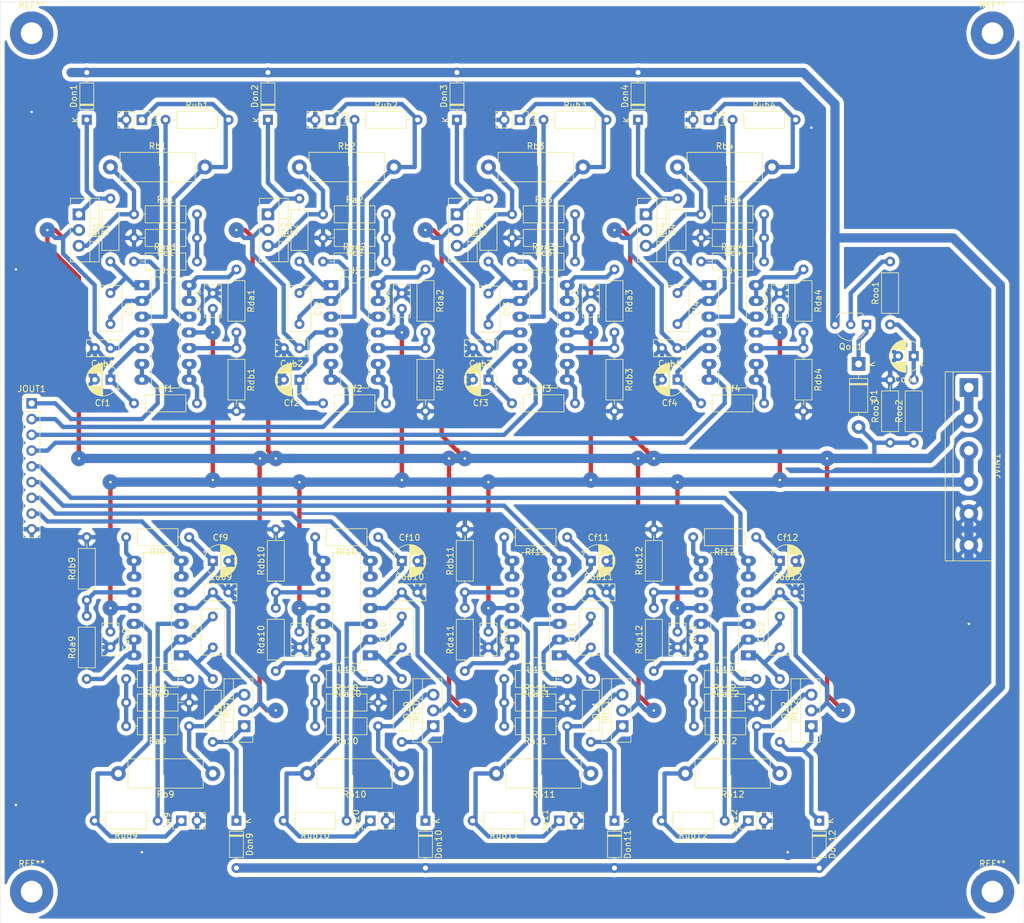
<source format=kicad_pcb>
(kicad_pcb (version 20171130) (host pcbnew 5.1.10)
  (layers (0 F.Cu signal) (31 B.Cu signal) (34 B.Paste user hide) (35 F.Paste user hide) (36 B.SilkS user hide) (37 F.SilkS user) (38 B.Mask user hide) (39 F.Mask user hide) (44 Edge.Cuts user))
  (net 0 "")
  (net 1 "Net-(Q1-Pad3)")
  (net 2 GND)
  (net 3 VCC)
  (net 4 "Net-(Q2-Pad3)")
  (net 5 "Net-(Q3-Pad3)")
  (net 6 "Net-(Q4-Pad3)")
  (net 7 "Net-(Ra1-Pad2)")
  (net 8 "Net-(Ra2-Pad2)")
  (net 9 "Net-(Ra3-Pad2)")
  (net 10 "Net-(Ra4-Pad2)")
  (net 11 "Net-(Rda1-Pad2)")
  (net 12 "Net-(Rda1-Pad1)")
  (net 13 "Net-(Rda2-Pad2)")
  (net 14 "Net-(Rda2-Pad1)")
  (net 15 "Net-(Rda3-Pad2)")
  (net 16 "Net-(Rda3-Pad1)")
  (net 17 "Net-(Rda4-Pad2)")
  (net 18 "Net-(Rda4-Pad1)")
  (net 19 "Net-(Cf1-Pad1)")
  (net 20 "Net-(Jw1-Pad1)")
  (net 21 "Net-(Rf1-Pad2)")
  (net 22 "Net-(Rub1-Pad1)")
  (net 23 "Net-(Cf2-Pad1)")
  (net 24 "Net-(Jw2-Pad1)")
  (net 25 "Net-(Rf2-Pad2)")
  (net 26 "Net-(Rub2-Pad1)")
  (net 27 "Net-(Cf3-Pad1)")
  (net 28 "Net-(Jw3-Pad1)")
  (net 29 "Net-(Rf3-Pad2)")
  (net 30 "Net-(Rub3-Pad1)")
  (net 31 /VO1)
  (net 32 /VO2)
  (net 33 /VO3)
  (net 34 "Net-(Cf4-Pad1)")
  (net 35 "Net-(Jw4-Pad1)")
  (net 36 "Net-(Rf4-Pad2)")
  (net 37 "Net-(Rub4-Pad1)")
  (net 38 /VO4)
  (net 39 "Net-(Cf9-Pad1)")
  (net 40 "Net-(Jw9-Pad1)")
  (net 41 "Net-(Q9-Pad3)")
  (net 42 "Net-(Ra9-Pad2)")
  (net 43 "Net-(Rda9-Pad2)")
  (net 44 "Net-(Rda9-Pad1)")
  (net 45 "Net-(Rf9-Pad2)")
  (net 46 "Net-(Rub9-Pad1)")
  (net 47 /VO9)
  (net 48 "Net-(Cf10-Pad1)")
  (net 49 "Net-(Jw10-Pad1)")
  (net 50 "Net-(Q10-Pad3)")
  (net 51 "Net-(Ra10-Pad2)")
  (net 52 "Net-(Rda10-Pad2)")
  (net 53 "Net-(Rda10-Pad1)")
  (net 54 "Net-(Rf10-Pad2)")
  (net 55 "Net-(Rub10-Pad1)")
  (net 56 /VO10)
  (net 57 "Net-(Cf11-Pad1)")
  (net 58 "Net-(Jw11-Pad1)")
  (net 59 "Net-(Q11-Pad3)")
  (net 60 "Net-(Ra11-Pad2)")
  (net 61 "Net-(Rda11-Pad2)")
  (net 62 "Net-(Rda11-Pad1)")
  (net 63 "Net-(Rf11-Pad2)")
  (net 64 "Net-(Rub11-Pad1)")
  (net 65 /VO11)
  (net 66 "Net-(Cf12-Pad1)")
  (net 67 "Net-(Jw12-Pad1)")
  (net 68 "Net-(Q12-Pad3)")
  (net 69 "Net-(Ra12-Pad2)")
  (net 70 "Net-(Rda12-Pad2)")
  (net 71 "Net-(Rda12-Pad1)")
  (net 72 "Net-(Rf12-Pad2)")
  (net 73 "Net-(Rub12-Pad1)")
  (net 74 /VO12)
  (net 75 VEE)
  (net 76 "Net-(CI1-Pad2)")
  (net 77 "Net-(CI1-Pad1)")
  (net 78 "Net-(CI2-Pad2)")
  (net 79 "Net-(CI2-Pad1)")
  (net 80 "Net-(CI3-Pad2)")
  (net 81 "Net-(CI3-Pad1)")
  (net 82 "Net-(CI4-Pad2)")
  (net 83 "Net-(CI4-Pad1)")
  (net 84 "Net-(CI9-Pad2)")
  (net 85 "Net-(CI9-Pad1)")
  (net 86 "Net-(CI10-Pad2)")
  (net 87 "Net-(CI10-Pad1)")
  (net 88 "Net-(CI11-Pad2)")
  (net 89 "Net-(CI11-Pad1)")
  (net 90 "Net-(CI12-Pad2)")
  (net 91 "Net-(CI12-Pad1)")
  (net 92 "Net-(Coo1-Pad1)")
  (net 93 "Net-(D1-Pad1)")
  (net 94 /VON1)
  (net 95 "Net-(Qon1-Pad2)")
  (net 96 "Net-(Don1-Pad1)")
  (net 97 "Net-(Don2-Pad1)")
  (net 98 "Net-(Don3-Pad1)")
  (net 99 "Net-(Don4-Pad1)")
  (net 100 "Net-(Don9-Pad1)")
  (net 101 "Net-(Don10-Pad1)")
  (net 102 "Net-(Don11-Pad1)")
  (net 103 "Net-(Don12-Pad1)")
  (module MountingHole:MountingHole_3.5mm_Pad (layer F.Cu) (at 210.82 19.05)
    (fp_text reference REF** (at 0 -4.5) (layer F.SilkS))
    (fp_text value MountingHole_3.5mm_Pad)
    (pad 1 thru_hole circle (at 0 0) (size 7 7) (drill 3.5) (layers *.Cu *.Mask))
  )
  (module MountingHole:MountingHole_3.5mm_Pad (layer F.Cu) (at 210.82 157.48)
    (fp_text reference REF** (at 0 -4.5) (layer F.SilkS))
    (fp_text value MountingHole_3.5mm_Pad)
    (pad 1 thru_hole circle (at 0 0) (size 7 7) (drill 3.5) (layers *.Cu *.Mask))
  )
  (module MountingHole:MountingHole_3.5mm_Pad (layer F.Cu) (at 55.88 157.48)
    (fp_text reference REF** (at 0 -4.5) (layer F.SilkS))
    (fp_text value MountingHole_3.5mm_Pad)
    (pad 1 thru_hole circle (at 0 0) (size 7 7) (drill 3.5) (layers *.Cu *.Mask))
  )
  (module MountingHole:MountingHole_3.5mm_Pad (layer F.Cu) (at 55.88 19.05)
    (fp_text reference REF** (at 0 -4.5) (layer F.SilkS))
    (fp_text value MountingHole_3.5mm_Pad)
    (pad 1 thru_hole circle (at 0 0) (size 7 7) (drill 3.5) (layers *.Cu *.Mask))
  )
  (module TerminalBlock:TerminalBlock_bornier-6_P5.08mm (layer F.Cu) (at 207.01 76.2 270)
    (fp_text reference JVIN1 (at 12.65 -4.55 90) (layer F.SilkS))
    (fp_text value Conn_01x06)
    (pad 6 thru_hole circle (at 25.4 0 270) (size 3 3) (drill 1.52) (layers *.Cu *.Mask) (net 2 GND))
    (pad 5 thru_hole circle (at 20.32 0 270) (size 3 3) (drill 1.52) (layers *.Cu *.Mask) (net 2 GND))
    (pad 4 thru_hole circle (at 15.24 0 270) (size 3 3) (drill 1.52) (layers *.Cu *.Mask) (net 75 VEE))
    (pad 1 thru_hole rect (at 0 0 270) (size 3 3) (drill 1.52) (layers *.Cu *.Mask) (net 3 VCC))
    (pad 3 thru_hole circle (at 10.16 0 270) (size 3 3) (drill 1.52) (layers *.Cu *.Mask) (net 75 VEE))
    (pad 2 thru_hole circle (at 5.08 0 270) (size 3 3) (drill 1.52) (layers *.Cu *.Mask) (net 3 VCC))
  )
  (module Package_DIP:DIP-14_W7.62mm_LongPads (layer F.Cu) (at 80.01 119.38 180)
    (fp_text reference U9 (at 3.81 -2.33) (layer F.SilkS))
    (fp_text value LM324)
    (pad 14 thru_hole oval (at 7.62 0 180) (size 2.4 1.6) (drill 0.8) (layers *.Cu *.Mask) (net 44 "Net-(Rda9-Pad1)"))
    (pad 7 thru_hole oval (at 0 15.24 180) (size 2.4 1.6) (drill 0.8) (layers *.Cu *.Mask) (net 47 /VO9))
    (pad 13 thru_hole oval (at 7.62 2.54 180) (size 2.4 1.6) (drill 0.8) (layers *.Cu *.Mask) (net 44 "Net-(Rda9-Pad1)"))
    (pad 6 thru_hole oval (at 0 12.7 180) (size 2.4 1.6) (drill 0.8) (layers *.Cu *.Mask) (net 47 /VO9))
    (pad 12 thru_hole oval (at 7.62 5.08 180) (size 2.4 1.6) (drill 0.8) (layers *.Cu *.Mask) (net 40 "Net-(Jw9-Pad1)"))
    (pad 5 thru_hole oval (at 0 10.16 180) (size 2.4 1.6) (drill 0.8) (layers *.Cu *.Mask) (net 39 "Net-(Cf9-Pad1)"))
    (pad 11 thru_hole oval (at 7.62 7.62 180) (size 2.4 1.6) (drill 0.8) (layers *.Cu *.Mask) (net 75 VEE))
    (pad 4 thru_hole oval (at 0 7.62 180) (size 2.4 1.6) (drill 0.8) (layers *.Cu *.Mask) (net 3 VCC))
    (pad 10 thru_hole oval (at 7.62 10.16 180) (size 2.4 1.6) (drill 0.8) (layers *.Cu *.Mask) (net 43 "Net-(Rda9-Pad2)"))
    (pad 3 thru_hole oval (at 0 5.08 180) (size 2.4 1.6) (drill 0.8) (layers *.Cu *.Mask) (net 46 "Net-(Rub9-Pad1)"))
    (pad 9 thru_hole oval (at 7.62 12.7 180) (size 2.4 1.6) (drill 0.8) (layers *.Cu *.Mask) (net 45 "Net-(Rf9-Pad2)"))
    (pad 2 thru_hole oval (at 0 2.54 180) (size 2.4 1.6) (drill 0.8) (layers *.Cu *.Mask) (net 84 "Net-(CI9-Pad2)"))
    (pad 8 thru_hole oval (at 7.62 15.24 180) (size 2.4 1.6) (drill 0.8) (layers *.Cu *.Mask) (net 45 "Net-(Rf9-Pad2)"))
    (pad 1 thru_hole rect (at 0 0 180) (size 2.4 1.6) (drill 0.8) (layers *.Cu *.Mask) (net 85 "Net-(CI9-Pad1)"))
  )
  (module Connector_PinHeader_2.54mm:PinHeader_1x09_P2.54mm_Vertical (layer F.Cu) (at 55.88 78.74)
    (fp_text reference JOUT1 (at 0 -2.33) (layer F.SilkS))
    (fp_text value Conn_01x09)
    (pad 9 thru_hole oval (at 0 20.32) (size 1.7 1.7) (drill 1) (layers *.Cu *.Mask) (net 2 GND))
    (pad 8 thru_hole oval (at 0 17.78) (size 1.7 1.7) (drill 1) (layers *.Cu *.Mask) (net 47 /VO9))
    (pad 7 thru_hole oval (at 0 15.24) (size 1.7 1.7) (drill 1) (layers *.Cu *.Mask) (net 56 /VO10))
    (pad 6 thru_hole oval (at 0 12.7) (size 1.7 1.7) (drill 1) (layers *.Cu *.Mask) (net 65 /VO11))
    (pad 5 thru_hole oval (at 0 10.16) (size 1.7 1.7) (drill 1) (layers *.Cu *.Mask) (net 74 /VO12))
    (pad 4 thru_hole oval (at 0 7.62) (size 1.7 1.7) (drill 1) (layers *.Cu *.Mask) (net 38 /VO4))
    (pad 3 thru_hole oval (at 0 5.08) (size 1.7 1.7) (drill 1) (layers *.Cu *.Mask) (net 33 /VO3))
    (pad 2 thru_hole oval (at 0 2.54) (size 1.7 1.7) (drill 1) (layers *.Cu *.Mask) (net 32 /VO2))
    (pad 1 thru_hole rect (at 0 0) (size 1.7 1.7) (drill 1) (layers *.Cu *.Mask) (net 31 /VO1))
  )
  (module Diode_THT:D_DO-35_SOD27_P7.62mm_Horizontal (layer F.Cu) (at 182.88 146.05 270)
    (fp_text reference Don12 (at 3.81 -2.12 90) (layer F.SilkS))
    (fp_text value 1N4148)
    (fp_text user K (at 0 -1.8 90) (layer F.SilkS))
    (pad 2 thru_hole oval (at 7.62 0 270) (size 1.6 1.6) (drill 0.8) (layers *.Cu *.Mask) (net 94 /VON1))
    (pad 1 thru_hole rect (at 0 0 270) (size 1.6 1.6) (drill 0.8) (layers *.Cu *.Mask) (net 103 "Net-(Don12-Pad1)"))
  )
  (module Diode_THT:D_DO-35_SOD27_P7.62mm_Horizontal (layer F.Cu) (at 149.86 146.05 270)
    (fp_text reference Don11 (at 3.81 -2.12 90) (layer F.SilkS))
    (fp_text value 1N4148)
    (fp_text user K (at 0 -1.8 90) (layer F.SilkS))
    (pad 2 thru_hole oval (at 7.62 0 270) (size 1.6 1.6) (drill 0.8) (layers *.Cu *.Mask) (net 94 /VON1))
    (pad 1 thru_hole rect (at 0 0 270) (size 1.6 1.6) (drill 0.8) (layers *.Cu *.Mask) (net 102 "Net-(Don11-Pad1)"))
  )
  (module Diode_THT:D_DO-35_SOD27_P7.62mm_Horizontal (layer F.Cu) (at 119.38 146.05 270)
    (fp_text reference Don10 (at 3.81 -2.12 90) (layer F.SilkS))
    (fp_text value 1N4148)
    (fp_text user K (at 0 -1.8 90) (layer F.SilkS))
    (pad 2 thru_hole oval (at 7.62 0 270) (size 1.6 1.6) (drill 0.8) (layers *.Cu *.Mask) (net 94 /VON1))
    (pad 1 thru_hole rect (at 0 0 270) (size 1.6 1.6) (drill 0.8) (layers *.Cu *.Mask) (net 101 "Net-(Don10-Pad1)"))
  )
  (module Diode_THT:D_DO-35_SOD27_P7.62mm_Horizontal (layer F.Cu) (at 88.9 146.05 270)
    (fp_text reference Don9 (at 3.81 -2.12 90) (layer F.SilkS))
    (fp_text value 1N4148)
    (fp_text user K (at 0 -1.8 90) (layer F.SilkS))
    (pad 2 thru_hole oval (at 7.62 0 270) (size 1.6 1.6) (drill 0.8) (layers *.Cu *.Mask) (net 94 /VON1))
    (pad 1 thru_hole rect (at 0 0 270) (size 1.6 1.6) (drill 0.8) (layers *.Cu *.Mask) (net 100 "Net-(Don9-Pad1)"))
  )
  (module Diode_THT:D_DO-35_SOD27_P7.62mm_Horizontal (layer F.Cu) (at 153.67 33.02 90)
    (fp_text reference Don4 (at 3.81 -2.12 90) (layer F.SilkS))
    (fp_text value 1N4148)
    (fp_text user K (at 0 -1.8 90) (layer F.SilkS))
    (pad 2 thru_hole oval (at 7.62 0 90) (size 1.6 1.6) (drill 0.8) (layers *.Cu *.Mask) (net 94 /VON1))
    (pad 1 thru_hole rect (at 0 0 90) (size 1.6 1.6) (drill 0.8) (layers *.Cu *.Mask) (net 99 "Net-(Don4-Pad1)"))
  )
  (module Diode_THT:D_DO-35_SOD27_P7.62mm_Horizontal (layer F.Cu) (at 124.46 33.02 90)
    (fp_text reference Don3 (at 3.81 -2.12 90) (layer F.SilkS))
    (fp_text value 1N4148)
    (fp_text user K (at 0 -1.8 90) (layer F.SilkS))
    (pad 2 thru_hole oval (at 7.62 0 90) (size 1.6 1.6) (drill 0.8) (layers *.Cu *.Mask) (net 94 /VON1))
    (pad 1 thru_hole rect (at 0 0 90) (size 1.6 1.6) (drill 0.8) (layers *.Cu *.Mask) (net 98 "Net-(Don3-Pad1)"))
  )
  (module Diode_THT:D_DO-35_SOD27_P7.62mm_Horizontal (layer F.Cu) (at 93.98 33.02 90)
    (fp_text reference Don2 (at 3.81 -2.12 90) (layer F.SilkS))
    (fp_text value 1N4148)
    (fp_text user K (at 0 -1.8 90) (layer F.SilkS))
    (pad 2 thru_hole oval (at 7.62 0 90) (size 1.6 1.6) (drill 0.8) (layers *.Cu *.Mask) (net 94 /VON1))
    (pad 1 thru_hole rect (at 0 0 90) (size 1.6 1.6) (drill 0.8) (layers *.Cu *.Mask) (net 97 "Net-(Don2-Pad1)"))
  )
  (module Diode_THT:D_DO-35_SOD27_P7.62mm_Horizontal (layer F.Cu) (at 64.77 33.02 90)
    (fp_text reference Don1 (at 3.81 -2.12 90) (layer F.SilkS))
    (fp_text value 1N4148)
    (fp_text user K (at 0 -1.8 90) (layer F.SilkS))
    (pad 2 thru_hole oval (at 7.62 0 90) (size 1.6 1.6) (drill 0.8) (layers *.Cu *.Mask) (net 94 /VON1))
    (pad 1 thru_hole rect (at 0 0 90) (size 1.6 1.6) (drill 0.8) (layers *.Cu *.Mask) (net 96 "Net-(Don1-Pad1)"))
  )
  (module Resistor_THT:R_Axial_DIN0207_L6.3mm_D2.5mm_P10.16mm_Horizontal (layer F.Cu) (at 194.31 85.09 90)
    (fp_text reference Roo3 (at 5.08 -2.37 90) (layer F.SilkS))
    (fp_text value 4.7k)
    (pad 2 thru_hole oval (at 10.16 0 90) (size 1.6 1.6) (drill 0.8) (layers *.Cu *.Mask) (net 2 GND))
    (pad 1 thru_hole circle (at 0 0 90) (size 1.6 1.6) (drill 0.8) (layers *.Cu *.Mask) (net 3 VCC))
  )
  (module Resistor_THT:R_Axial_DIN0207_L6.3mm_D2.5mm_P10.16mm_Horizontal (layer F.Cu) (at 198.12 85.09 90)
    (fp_text reference Roo2 (at 5.08 -2.37 90) (layer F.SilkS))
    (fp_text value 22k)
    (pad 2 thru_hole oval (at 10.16 0 90) (size 1.6 1.6) (drill 0.8) (layers *.Cu *.Mask) (net 92 "Net-(Coo1-Pad1)"))
    (pad 1 thru_hole circle (at 0 0 90) (size 1.6 1.6) (drill 0.8) (layers *.Cu *.Mask) (net 3 VCC))
  )
  (module Resistor_THT:R_Axial_DIN0207_L6.3mm_D2.5mm_P10.16mm_Horizontal (layer F.Cu) (at 194.31 66.04 90)
    (fp_text reference Roo1 (at 5.08 -2.37 90) (layer F.SilkS))
    (fp_text value 10)
    (pad 2 thru_hole oval (at 10.16 0 90) (size 1.6 1.6) (drill 0.8) (layers *.Cu *.Mask) (net 95 "Net-(Qon1-Pad2)"))
    (pad 1 thru_hole circle (at 0 0 90) (size 1.6 1.6) (drill 0.8) (layers *.Cu *.Mask) (net 92 "Net-(Coo1-Pad1)"))
  )
  (module Package_TO_SOT_THT:TO-92_Inline_Wide (layer F.Cu) (at 190.5 66.04 180)
    (fp_text reference Qon1 (at 2.54 -3.56) (layer F.SilkS))
    (fp_text value 2N3906)
    (pad 1 thru_hole rect (at 0 0 180) (size 1.5 1.5) (drill 0.8) (layers *.Cu *.Mask) (net 93 "Net-(D1-Pad1)"))
    (pad 3 thru_hole circle (at 5.08 0 180) (size 1.5 1.5) (drill 0.8) (layers *.Cu *.Mask) (net 94 /VON1))
    (pad 2 thru_hole circle (at 2.54 0 180) (size 1.5 1.5) (drill 0.8) (layers *.Cu *.Mask) (net 95 "Net-(Qon1-Pad2)"))
  )
  (module Diode_THT:D_DO-41_SOD81_P10.16mm_Horizontal (layer F.Cu) (at 189.23 72.39 270)
    (fp_text reference D1 (at 5.08 -2.47 90) (layer F.SilkS))
    (fp_text value 1N4001)
    (fp_text user K (at 0 -2.1 90) (layer F.SilkS))
    (pad 2 thru_hole oval (at 10.16 0 270) (size 2.2 2.2) (drill 1.1) (layers *.Cu *.Mask) (net 3 VCC))
    (pad 1 thru_hole rect (at 0 0 270) (size 2.2 2.2) (drill 1.1) (layers *.Cu *.Mask) (net 93 "Net-(D1-Pad1)"))
  )
  (module Capacitor_THT:CP_Radial_D5.0mm_P2.50mm (layer F.Cu) (at 198.12 71.12 180)
    (fp_text reference Coo1 (at 1.25 -3.75) (layer F.SilkS))
    (fp_text value 10u)
    (pad 2 thru_hole circle (at 2.5 0 180) (size 1.6 1.6) (drill 0.8) (layers *.Cu *.Mask) (net 2 GND))
    (pad 1 thru_hole rect (at 0 0 180) (size 1.6 1.6) (drill 0.8) (layers *.Cu *.Mask) (net 92 "Net-(Coo1-Pad1)"))
  )
  (module Capacitor_THT:C_Rect_L7.2mm_W3.5mm_P5.00mm_FKS2_FKP2_MKS2_MKP2 (layer F.Cu) (at 176.53 118.11 90)
    (fp_text reference CI12 (at 2.5 -3 90) (layer F.SilkS))
    (fp_text value 100n)
    (pad 2 thru_hole circle (at 5 0 90) (size 1.6 1.6) (drill 0.8) (layers *.Cu *.Mask) (net 90 "Net-(CI12-Pad2)"))
    (pad 1 thru_hole circle (at 0 0 90) (size 1.6 1.6) (drill 0.8) (layers *.Cu *.Mask) (net 91 "Net-(CI12-Pad1)"))
  )
  (module Capacitor_THT:C_Rect_L7.2mm_W3.5mm_P5.00mm_FKS2_FKP2_MKS2_MKP2 (layer F.Cu) (at 146.05 118.11 90)
    (fp_text reference CI11 (at 2.5 -3 90) (layer F.SilkS))
    (fp_text value 100n)
    (pad 2 thru_hole circle (at 5 0 90) (size 1.6 1.6) (drill 0.8) (layers *.Cu *.Mask) (net 88 "Net-(CI11-Pad2)"))
    (pad 1 thru_hole circle (at 0 0 90) (size 1.6 1.6) (drill 0.8) (layers *.Cu *.Mask) (net 89 "Net-(CI11-Pad1)"))
  )
  (module Capacitor_THT:C_Rect_L7.2mm_W3.5mm_P5.00mm_FKS2_FKP2_MKS2_MKP2 (layer F.Cu) (at 115.57 118.11 90)
    (fp_text reference CI10 (at 2.5 -3 90) (layer F.SilkS))
    (fp_text value 100n)
    (pad 2 thru_hole circle (at 5 0 90) (size 1.6 1.6) (drill 0.8) (layers *.Cu *.Mask) (net 86 "Net-(CI10-Pad2)"))
    (pad 1 thru_hole circle (at 0 0 90) (size 1.6 1.6) (drill 0.8) (layers *.Cu *.Mask) (net 87 "Net-(CI10-Pad1)"))
  )
  (module Capacitor_THT:C_Rect_L7.2mm_W3.5mm_P5.00mm_FKS2_FKP2_MKS2_MKP2 (layer F.Cu) (at 85.09 118.11 90)
    (fp_text reference CI9 (at 2.5 -3 90) (layer F.SilkS))
    (fp_text value 100n)
    (pad 2 thru_hole circle (at 5 0 90) (size 1.6 1.6) (drill 0.8) (layers *.Cu *.Mask) (net 84 "Net-(CI9-Pad2)"))
    (pad 1 thru_hole circle (at 0 0 90) (size 1.6 1.6) (drill 0.8) (layers *.Cu *.Mask) (net 85 "Net-(CI9-Pad1)"))
  )
  (module Capacitor_THT:C_Rect_L7.2mm_W3.5mm_P5.00mm_FKS2_FKP2_MKS2_MKP2 (layer F.Cu) (at 160.02 60.96 270)
    (fp_text reference CI4 (at 2.5 -3 90) (layer F.SilkS))
    (fp_text value 100n)
    (pad 2 thru_hole circle (at 5 0 270) (size 1.6 1.6) (drill 0.8) (layers *.Cu *.Mask) (net 82 "Net-(CI4-Pad2)"))
    (pad 1 thru_hole circle (at 0 0 270) (size 1.6 1.6) (drill 0.8) (layers *.Cu *.Mask) (net 83 "Net-(CI4-Pad1)"))
  )
  (module Capacitor_THT:C_Rect_L7.2mm_W3.5mm_P5.00mm_FKS2_FKP2_MKS2_MKP2 (layer F.Cu) (at 129.54 61.04 270)
    (fp_text reference CI3 (at 2.5 -3 90) (layer F.SilkS))
    (fp_text value 100n)
    (pad 2 thru_hole circle (at 5 0 270) (size 1.6 1.6) (drill 0.8) (layers *.Cu *.Mask) (net 80 "Net-(CI3-Pad2)"))
    (pad 1 thru_hole circle (at 0 0 270) (size 1.6 1.6) (drill 0.8) (layers *.Cu *.Mask) (net 81 "Net-(CI3-Pad1)"))
  )
  (module Resistor_THT:R_Axial_DIN0414_L11.9mm_D4.5mm_P15.24mm_Horizontal (layer F.Cu) (at 176.53 138.43 180)
    (fp_text reference Rb12 (at 7.62 -3.37) (layer F.SilkS))
    (fp_text value 10)
    (pad 2 thru_hole oval (at 15.24 0 180) (size 2.4 2.4) (drill 1.2) (layers *.Cu *.Mask) (net 67 "Net-(Jw12-Pad1)"))
    (pad 1 thru_hole circle (at 0 0 180) (size 2.4 2.4) (drill 1.2) (layers *.Cu *.Mask) (net 68 "Net-(Q12-Pad3)"))
  )
  (module Resistor_THT:R_Axial_DIN0414_L11.9mm_D4.5mm_P15.24mm_Horizontal (layer F.Cu) (at 146.05 138.43 180)
    (fp_text reference Rb11 (at 7.62 -3.37) (layer F.SilkS))
    (fp_text value 10)
    (pad 2 thru_hole oval (at 15.24 0 180) (size 2.4 2.4) (drill 1.2) (layers *.Cu *.Mask) (net 58 "Net-(Jw11-Pad1)"))
    (pad 1 thru_hole circle (at 0 0 180) (size 2.4 2.4) (drill 1.2) (layers *.Cu *.Mask) (net 59 "Net-(Q11-Pad3)"))
  )
  (module Resistor_THT:R_Axial_DIN0414_L11.9mm_D4.5mm_P15.24mm_Horizontal (layer F.Cu) (at 115.57 138.43 180)
    (fp_text reference Rb10 (at 7.62 -3.37) (layer F.SilkS))
    (fp_text value 10)
    (pad 2 thru_hole oval (at 15.24 0 180) (size 2.4 2.4) (drill 1.2) (layers *.Cu *.Mask) (net 49 "Net-(Jw10-Pad1)"))
    (pad 1 thru_hole circle (at 0 0 180) (size 2.4 2.4) (drill 1.2) (layers *.Cu *.Mask) (net 50 "Net-(Q10-Pad3)"))
  )
  (module Resistor_THT:R_Axial_DIN0414_L11.9mm_D4.5mm_P15.24mm_Horizontal (layer F.Cu) (at 85.09 138.43 180)
    (fp_text reference Rb9 (at 7.62 -3.37) (layer F.SilkS))
    (fp_text value 10)
    (pad 2 thru_hole oval (at 15.24 0 180) (size 2.4 2.4) (drill 1.2) (layers *.Cu *.Mask) (net 40 "Net-(Jw9-Pad1)"))
    (pad 1 thru_hole circle (at 0 0 180) (size 2.4 2.4) (drill 1.2) (layers *.Cu *.Mask) (net 41 "Net-(Q9-Pad3)"))
  )
  (module Resistor_THT:R_Axial_DIN0414_L11.9mm_D4.5mm_P15.24mm_Horizontal (layer F.Cu) (at 160.02 40.64)
    (fp_text reference Rb4 (at 7.62 -3.37) (layer F.SilkS))
    (fp_text value 10)
    (pad 2 thru_hole oval (at 15.24 0) (size 2.4 2.4) (drill 1.2) (layers *.Cu *.Mask) (net 35 "Net-(Jw4-Pad1)"))
    (pad 1 thru_hole circle (at 0 0) (size 2.4 2.4) (drill 1.2) (layers *.Cu *.Mask) (net 6 "Net-(Q4-Pad3)"))
  )
  (module Resistor_THT:R_Axial_DIN0414_L11.9mm_D4.5mm_P15.24mm_Horizontal (layer F.Cu) (at 129.54 40.64)
    (fp_text reference Rb3 (at 7.62 -3.37) (layer F.SilkS))
    (fp_text value 10)
    (pad 2 thru_hole oval (at 15.24 0) (size 2.4 2.4) (drill 1.2) (layers *.Cu *.Mask) (net 28 "Net-(Jw3-Pad1)"))
    (pad 1 thru_hole circle (at 0 0) (size 2.4 2.4) (drill 1.2) (layers *.Cu *.Mask) (net 5 "Net-(Q3-Pad3)"))
  )
  (module Resistor_THT:R_Axial_DIN0414_L11.9mm_D4.5mm_P15.24mm_Horizontal (layer F.Cu) (at 99.06 40.64)
    (fp_text reference Rb2 (at 7.62 -3.37) (layer F.SilkS))
    (fp_text value 10)
    (pad 2 thru_hole oval (at 15.24 0) (size 2.4 2.4) (drill 1.2) (layers *.Cu *.Mask) (net 24 "Net-(Jw2-Pad1)"))
    (pad 1 thru_hole circle (at 0 0) (size 2.4 2.4) (drill 1.2) (layers *.Cu *.Mask) (net 4 "Net-(Q2-Pad3)"))
  )
  (module Resistor_THT:R_Axial_DIN0414_L11.9mm_D4.5mm_P15.24mm_Horizontal (layer F.Cu) (at 68.58 40.64)
    (fp_text reference Rb1 (at 7.62 -3.37) (layer F.SilkS))
    (fp_text value 10)
    (pad 2 thru_hole oval (at 15.24 0) (size 2.4 2.4) (drill 1.2) (layers *.Cu *.Mask) (net 20 "Net-(Jw1-Pad1)"))
    (pad 1 thru_hole circle (at 0 0) (size 2.4 2.4) (drill 1.2) (layers *.Cu *.Mask) (net 1 "Net-(Q1-Pad3)"))
  )
  (module Capacitor_THT:C_Disc_D5.0mm_W2.5mm_P2.50mm (layer F.Cu) (at 176.53 109.22)
    (fp_text reference Cub12 (at 1.25 -2.5) (layer F.SilkS))
    (fp_text value 100n)
    (pad 2 thru_hole circle (at 2.5 0) (size 1.6 1.6) (drill 0.8) (layers *.Cu *.Mask) (net 2 GND))
    (pad 1 thru_hole circle (at 0 0) (size 1.6 1.6) (drill 0.8) (layers *.Cu *.Mask) (net 3 VCC))
  )
  (module Capacitor_THT:C_Disc_D5.0mm_W2.5mm_P2.50mm (layer F.Cu) (at 146.05 109.22)
    (fp_text reference Cub11 (at 1.25 -2.5) (layer F.SilkS))
    (fp_text value 100n)
    (pad 2 thru_hole circle (at 2.5 0) (size 1.6 1.6) (drill 0.8) (layers *.Cu *.Mask) (net 2 GND))
    (pad 1 thru_hole circle (at 0 0) (size 1.6 1.6) (drill 0.8) (layers *.Cu *.Mask) (net 3 VCC))
  )
  (module Capacitor_THT:C_Disc_D5.0mm_W2.5mm_P2.50mm (layer F.Cu) (at 115.57 109.22)
    (fp_text reference Cub10 (at 1.25 -2.5) (layer F.SilkS))
    (fp_text value 100n)
    (pad 2 thru_hole circle (at 2.5 0) (size 1.6 1.6) (drill 0.8) (layers *.Cu *.Mask) (net 2 GND))
    (pad 1 thru_hole circle (at 0 0) (size 1.6 1.6) (drill 0.8) (layers *.Cu *.Mask) (net 3 VCC))
  )
  (module Capacitor_THT:C_Disc_D5.0mm_W2.5mm_P2.50mm (layer F.Cu) (at 85.09 109.22)
    (fp_text reference Cub9 (at 1.25 -2.5) (layer F.SilkS))
    (fp_text value 100n)
    (pad 2 thru_hole circle (at 2.5 0) (size 1.6 1.6) (drill 0.8) (layers *.Cu *.Mask) (net 2 GND))
    (pad 1 thru_hole circle (at 0 0) (size 1.6 1.6) (drill 0.8) (layers *.Cu *.Mask) (net 3 VCC))
  )
  (module Capacitor_THT:C_Disc_D5.0mm_W2.5mm_P2.50mm (layer F.Cu) (at 160.02 69.85 180)
    (fp_text reference Cub4 (at 1.25 -2.5) (layer F.SilkS))
    (fp_text value 100n)
    (pad 2 thru_hole circle (at 2.5 0 180) (size 1.6 1.6) (drill 0.8) (layers *.Cu *.Mask) (net 2 GND))
    (pad 1 thru_hole circle (at 0 0 180) (size 1.6 1.6) (drill 0.8) (layers *.Cu *.Mask) (net 3 VCC))
  )
  (module Capacitor_THT:C_Disc_D5.0mm_W2.5mm_P2.50mm (layer F.Cu) (at 129.54 69.85 180)
    (fp_text reference Cub3 (at 1.25 -2.5) (layer F.SilkS))
    (fp_text value 100n)
    (pad 2 thru_hole circle (at 2.5 0 180) (size 1.6 1.6) (drill 0.8) (layers *.Cu *.Mask) (net 2 GND))
    (pad 1 thru_hole circle (at 0 0 180) (size 1.6 1.6) (drill 0.8) (layers *.Cu *.Mask) (net 3 VCC))
  )
  (module Capacitor_THT:C_Disc_D5.0mm_W2.5mm_P2.50mm (layer F.Cu) (at 99.06 69.85 180)
    (fp_text reference Cub2 (at 1.25 -2.5) (layer F.SilkS))
    (fp_text value 100n)
    (pad 2 thru_hole circle (at 2.5 0 180) (size 1.6 1.6) (drill 0.8) (layers *.Cu *.Mask) (net 2 GND))
    (pad 1 thru_hole circle (at 0 0 180) (size 1.6 1.6) (drill 0.8) (layers *.Cu *.Mask) (net 3 VCC))
  )
  (module Capacitor_THT:C_Disc_D5.0mm_W2.5mm_P2.50mm (layer F.Cu) (at 68.58 69.85 180)
    (fp_text reference Cub1 (at 1.25 -2.5) (layer F.SilkS))
    (fp_text value 100n)
    (pad 2 thru_hole circle (at 2.5 0 180) (size 1.6 1.6) (drill 0.8) (layers *.Cu *.Mask) (net 2 GND))
    (pad 1 thru_hole circle (at 0 0 180) (size 1.6 1.6) (drill 0.8) (layers *.Cu *.Mask) (net 3 VCC))
  )
  (module Capacitor_THT:C_Disc_D5.0mm_W2.5mm_P2.50mm (layer F.Cu) (at 160.02 115.57 270)
    (fp_text reference Cua12 (at 1.25 -2.5 90) (layer F.SilkS))
    (fp_text value 100n)
    (pad 2 thru_hole circle (at 2.5 0 270) (size 1.6 1.6) (drill 0.8) (layers *.Cu *.Mask) (net 2 GND))
    (pad 1 thru_hole circle (at 0 0 270) (size 1.6 1.6) (drill 0.8) (layers *.Cu *.Mask) (net 75 VEE))
  )
  (module Capacitor_THT:C_Disc_D5.0mm_W2.5mm_P2.50mm (layer F.Cu) (at 129.54 115.57 270)
    (fp_text reference Cua11 (at 1.25 -2.5 90) (layer F.SilkS))
    (fp_text value 100n)
    (pad 2 thru_hole circle (at 2.5 0 270) (size 1.6 1.6) (drill 0.8) (layers *.Cu *.Mask) (net 2 GND))
    (pad 1 thru_hole circle (at 0 0 270) (size 1.6 1.6) (drill 0.8) (layers *.Cu *.Mask) (net 75 VEE))
  )
  (module Capacitor_THT:C_Disc_D5.0mm_W2.5mm_P2.50mm (layer F.Cu) (at 99.06 115.57 270)
    (fp_text reference Cua10 (at 1.25 -2.5 90) (layer F.SilkS))
    (fp_text value 100n)
    (pad 2 thru_hole circle (at 2.5 0 270) (size 1.6 1.6) (drill 0.8) (layers *.Cu *.Mask) (net 2 GND))
    (pad 1 thru_hole circle (at 0 0 270) (size 1.6 1.6) (drill 0.8) (layers *.Cu *.Mask) (net 75 VEE))
  )
  (module Capacitor_THT:C_Disc_D5.0mm_W2.5mm_P2.50mm (layer F.Cu) (at 68.58 115.57 270)
    (fp_text reference Cua9 (at 1.25 -2.5 90) (layer F.SilkS))
    (fp_text value 100n)
    (pad 2 thru_hole circle (at 2.5 0 270) (size 1.6 1.6) (drill 0.8) (layers *.Cu *.Mask) (net 2 GND))
    (pad 1 thru_hole circle (at 0 0 270) (size 1.6 1.6) (drill 0.8) (layers *.Cu *.Mask) (net 75 VEE))
  )
  (module Capacitor_THT:C_Disc_D5.0mm_W2.5mm_P2.50mm (layer F.Cu) (at 176.53 63.5 90)
    (fp_text reference Cua4 (at 1.25 -2.5 90) (layer F.SilkS))
    (fp_text value 100n)
    (pad 2 thru_hole circle (at 2.5 0 90) (size 1.6 1.6) (drill 0.8) (layers *.Cu *.Mask) (net 2 GND))
    (pad 1 thru_hole circle (at 0 0 90) (size 1.6 1.6) (drill 0.8) (layers *.Cu *.Mask) (net 75 VEE))
  )
  (module Capacitor_THT:C_Disc_D5.0mm_W2.5mm_P2.50mm (layer F.Cu) (at 146.05 63.5 90)
    (fp_text reference Cua3 (at 1.25 -2.5 90) (layer F.SilkS))
    (fp_text value 100n)
    (pad 2 thru_hole circle (at 2.5 0 90) (size 1.6 1.6) (drill 0.8) (layers *.Cu *.Mask) (net 2 GND))
    (pad 1 thru_hole circle (at 0 0 90) (size 1.6 1.6) (drill 0.8) (layers *.Cu *.Mask) (net 75 VEE))
  )
  (module Capacitor_THT:C_Disc_D5.0mm_W2.5mm_P2.50mm (layer F.Cu) (at 115.57 63.5 90)
    (fp_text reference Cua2 (at 1.25 -2.5 90) (layer F.SilkS))
    (fp_text value 100n)
    (pad 2 thru_hole circle (at 2.5 0 90) (size 1.6 1.6) (drill 0.8) (layers *.Cu *.Mask) (net 2 GND))
    (pad 1 thru_hole circle (at 0 0 90) (size 1.6 1.6) (drill 0.8) (layers *.Cu *.Mask) (net 75 VEE))
  )
  (module Capacitor_THT:C_Disc_D5.0mm_W2.5mm_P2.50mm (layer F.Cu) (at 85.09 63.5 90)
    (fp_text reference Cua1 (at 1.25 -2.5 90) (layer F.SilkS))
    (fp_text value 100n)
    (pad 2 thru_hole circle (at 2.5 0 90) (size 1.6 1.6) (drill 0.8) (layers *.Cu *.Mask) (net 2 GND))
    (pad 1 thru_hole circle (at 0 0 90) (size 1.6 1.6) (drill 0.8) (layers *.Cu *.Mask) (net 75 VEE))
  )
  (module Connector_PinHeader_2.54mm:PinHeader_1x02_P2.54mm_Vertical (layer F.Cu) (at 171.45 146.05 90)
    (fp_text reference Jw12 (at 0 -2.33 90) (layer F.SilkS))
    (fp_text value Conn_01x02)
    (pad 2 thru_hole oval (at 0 2.54 90) (size 1.7 1.7) (drill 1) (layers *.Cu *.Mask) (net 2 GND))
    (pad 1 thru_hole rect (at 0 0 90) (size 1.7 1.7) (drill 1) (layers *.Cu *.Mask) (net 67 "Net-(Jw12-Pad1)"))
  )
  (module Connector_PinHeader_2.54mm:PinHeader_1x02_P2.54mm_Vertical (layer F.Cu) (at 140.97 146.05 90)
    (fp_text reference Jw11 (at 0 -2.33 90) (layer F.SilkS))
    (fp_text value Conn_01x02)
    (pad 2 thru_hole oval (at 0 2.54 90) (size 1.7 1.7) (drill 1) (layers *.Cu *.Mask) (net 2 GND))
    (pad 1 thru_hole rect (at 0 0 90) (size 1.7 1.7) (drill 1) (layers *.Cu *.Mask) (net 58 "Net-(Jw11-Pad1)"))
  )
  (module Connector_PinHeader_2.54mm:PinHeader_1x02_P2.54mm_Vertical (layer F.Cu) (at 110.49 146.05 90)
    (fp_text reference Jw10 (at 0 -2.33 90) (layer F.SilkS))
    (fp_text value Conn_01x02)
    (pad 2 thru_hole oval (at 0 2.54 90) (size 1.7 1.7) (drill 1) (layers *.Cu *.Mask) (net 2 GND))
    (pad 1 thru_hole rect (at 0 0 90) (size 1.7 1.7) (drill 1) (layers *.Cu *.Mask) (net 49 "Net-(Jw10-Pad1)"))
  )
  (module Connector_PinHeader_2.54mm:PinHeader_1x02_P2.54mm_Vertical (layer F.Cu) (at 80.01 146.05 90)
    (fp_text reference Jw9 (at 0 -2.33 90) (layer F.SilkS))
    (fp_text value Conn_01x02)
    (pad 2 thru_hole oval (at 0 2.54 90) (size 1.7 1.7) (drill 1) (layers *.Cu *.Mask) (net 2 GND))
    (pad 1 thru_hole rect (at 0 0 90) (size 1.7 1.7) (drill 1) (layers *.Cu *.Mask) (net 40 "Net-(Jw9-Pad1)"))
  )
  (module Connector_PinHeader_2.54mm:PinHeader_1x02_P2.54mm_Vertical (layer F.Cu) (at 165.1 33.02 270)
    (fp_text reference Jw4 (at 0 -2.33 90) (layer F.SilkS))
    (fp_text value Conn_01x02)
    (pad 2 thru_hole oval (at 0 2.54 270) (size 1.7 1.7) (drill 1) (layers *.Cu *.Mask) (net 2 GND))
    (pad 1 thru_hole rect (at 0 0 270) (size 1.7 1.7) (drill 1) (layers *.Cu *.Mask) (net 35 "Net-(Jw4-Pad1)"))
  )
  (module Connector_PinHeader_2.54mm:PinHeader_1x02_P2.54mm_Vertical (layer F.Cu) (at 134.62 33.02 270)
    (fp_text reference Jw3 (at 0 -2.33 90) (layer F.SilkS))
    (fp_text value Conn_01x02)
    (pad 2 thru_hole oval (at 0 2.54 270) (size 1.7 1.7) (drill 1) (layers *.Cu *.Mask) (net 2 GND))
    (pad 1 thru_hole rect (at 0 0 270) (size 1.7 1.7) (drill 1) (layers *.Cu *.Mask) (net 28 "Net-(Jw3-Pad1)"))
  )
  (module Connector_PinHeader_2.54mm:PinHeader_1x02_P2.54mm_Vertical (layer F.Cu) (at 104.14 33.02 270)
    (fp_text reference Jw2 (at 0 -2.33 90) (layer F.SilkS))
    (fp_text value Conn_01x02)
    (pad 2 thru_hole oval (at 0 2.54 270) (size 1.7 1.7) (drill 1) (layers *.Cu *.Mask) (net 2 GND))
    (pad 1 thru_hole rect (at 0 0 270) (size 1.7 1.7) (drill 1) (layers *.Cu *.Mask) (net 24 "Net-(Jw2-Pad1)"))
  )
  (module Connector_PinHeader_2.54mm:PinHeader_1x02_P2.54mm_Vertical (layer F.Cu) (at 73.66 33.02 270)
    (fp_text reference Jw1 (at 0 -2.33 90) (layer F.SilkS))
    (fp_text value Conn_01x02)
    (pad 2 thru_hole oval (at 0 2.54 270) (size 1.7 1.7) (drill 1) (layers *.Cu *.Mask) (net 2 GND))
    (pad 1 thru_hole rect (at 0 0 270) (size 1.7 1.7) (drill 1) (layers *.Cu *.Mask) (net 20 "Net-(Jw1-Pad1)"))
  )
  (module Capacitor_THT:C_Rect_L7.2mm_W3.5mm_P5.00mm_FKS2_FKP2_MKS2_MKP2 (layer F.Cu) (at 99.06 60.96 270)
    (fp_text reference CI2 (at 2.5 -3 90) (layer F.SilkS))
    (fp_text value 100n)
    (pad 2 thru_hole circle (at 5 0 270) (size 1.6 1.6) (drill 0.8) (layers *.Cu *.Mask) (net 78 "Net-(CI2-Pad2)"))
    (pad 1 thru_hole circle (at 0 0 270) (size 1.6 1.6) (drill 0.8) (layers *.Cu *.Mask) (net 79 "Net-(CI2-Pad1)"))
  )
  (module Capacitor_THT:C_Rect_L7.2mm_W3.5mm_P5.00mm_FKS2_FKP2_MKS2_MKP2 (layer F.Cu) (at 68.58 60.96 270)
    (fp_text reference CI1 (at 2.5 -3 90) (layer F.SilkS))
    (fp_text value 100n)
    (pad 2 thru_hole circle (at 5 0 270) (size 1.6 1.6) (drill 0.8) (layers *.Cu *.Mask) (net 76 "Net-(CI1-Pad2)"))
    (pad 1 thru_hole circle (at 0 0 270) (size 1.6 1.6) (drill 0.8) (layers *.Cu *.Mask) (net 77 "Net-(CI1-Pad1)"))
  )
  (module Package_DIP:DIP-14_W7.62mm_LongPads (layer F.Cu) (at 171.45 119.38 180)
    (fp_text reference U12 (at 3.81 -2.33) (layer F.SilkS))
    (fp_text value LM324)
    (pad 14 thru_hole oval (at 7.62 0 180) (size 2.4 1.6) (drill 0.8) (layers *.Cu *.Mask) (net 71 "Net-(Rda12-Pad1)"))
    (pad 7 thru_hole oval (at 0 15.24 180) (size 2.4 1.6) (drill 0.8) (layers *.Cu *.Mask) (net 74 /VO12))
    (pad 13 thru_hole oval (at 7.62 2.54 180) (size 2.4 1.6) (drill 0.8) (layers *.Cu *.Mask) (net 71 "Net-(Rda12-Pad1)"))
    (pad 6 thru_hole oval (at 0 12.7 180) (size 2.4 1.6) (drill 0.8) (layers *.Cu *.Mask) (net 74 /VO12))
    (pad 12 thru_hole oval (at 7.62 5.08 180) (size 2.4 1.6) (drill 0.8) (layers *.Cu *.Mask) (net 67 "Net-(Jw12-Pad1)"))
    (pad 5 thru_hole oval (at 0 10.16 180) (size 2.4 1.6) (drill 0.8) (layers *.Cu *.Mask) (net 66 "Net-(Cf12-Pad1)"))
    (pad 11 thru_hole oval (at 7.62 7.62 180) (size 2.4 1.6) (drill 0.8) (layers *.Cu *.Mask) (net 75 VEE))
    (pad 4 thru_hole oval (at 0 7.62 180) (size 2.4 1.6) (drill 0.8) (layers *.Cu *.Mask) (net 3 VCC))
    (pad 10 thru_hole oval (at 7.62 10.16 180) (size 2.4 1.6) (drill 0.8) (layers *.Cu *.Mask) (net 70 "Net-(Rda12-Pad2)"))
    (pad 3 thru_hole oval (at 0 5.08 180) (size 2.4 1.6) (drill 0.8) (layers *.Cu *.Mask) (net 73 "Net-(Rub12-Pad1)"))
    (pad 9 thru_hole oval (at 7.62 12.7 180) (size 2.4 1.6) (drill 0.8) (layers *.Cu *.Mask) (net 72 "Net-(Rf12-Pad2)"))
    (pad 2 thru_hole oval (at 0 2.54 180) (size 2.4 1.6) (drill 0.8) (layers *.Cu *.Mask) (net 90 "Net-(CI12-Pad2)"))
    (pad 8 thru_hole oval (at 7.62 15.24 180) (size 2.4 1.6) (drill 0.8) (layers *.Cu *.Mask) (net 72 "Net-(Rf12-Pad2)"))
    (pad 1 thru_hole rect (at 0 0 180) (size 2.4 1.6) (drill 0.8) (layers *.Cu *.Mask) (net 91 "Net-(CI12-Pad1)"))
  )
  (module Resistor_THT:R_Axial_DIN0207_L6.3mm_D2.5mm_P10.16mm_Horizontal (layer F.Cu) (at 167.64 146.05 180)
    (fp_text reference Rub12 (at 5.08 -2.37) (layer F.SilkS))
    (fp_text value 10k)
    (pad 2 thru_hole oval (at 10.16 0 180) (size 1.6 1.6) (drill 0.8) (layers *.Cu *.Mask) (net 67 "Net-(Jw12-Pad1)"))
    (pad 1 thru_hole circle (at 0 0 180) (size 1.6 1.6) (drill 0.8) (layers *.Cu *.Mask) (net 73 "Net-(Rub12-Pad1)"))
  )
  (module Resistor_THT:R_Axial_DIN0207_L6.3mm_D2.5mm_P10.16mm_Horizontal (layer F.Cu) (at 172.72 123.19 180)
    (fp_text reference Rua12 (at 5.08 -2.37) (layer F.SilkS))
    (fp_text value 10k)
    (pad 2 thru_hole oval (at 10.16 0 180) (size 1.6 1.6) (drill 0.8) (layers *.Cu *.Mask) (net 69 "Net-(Ra12-Pad2)"))
    (pad 1 thru_hole circle (at 0 0 180) (size 1.6 1.6) (drill 0.8) (layers *.Cu *.Mask) (net 90 "Net-(CI12-Pad2)"))
  )
  (module Resistor_THT:R_Axial_DIN0207_L6.3mm_D2.5mm_P10.16mm_Horizontal (layer F.Cu) (at 176.53 123.19 270)
    (fp_text reference Rt12 (at 5.08 -2.37 90) (layer F.SilkS))
    (fp_text value 2k)
    (pad 2 thru_hole oval (at 10.16 0 270) (size 1.6 1.6) (drill 0.8) (layers *.Cu *.Mask) (net 103 "Net-(Don12-Pad1)"))
    (pad 1 thru_hole circle (at 0 0 270) (size 1.6 1.6) (drill 0.8) (layers *.Cu *.Mask) (net 91 "Net-(CI12-Pad1)"))
  )
  (module Resistor_THT:R_Axial_DIN0207_L6.3mm_D2.5mm_P10.16mm_Horizontal (layer F.Cu) (at 172.72 100.33 180)
    (fp_text reference Rf12 (at 5.08 -2.37) (layer F.SilkS))
    (fp_text value 10k)
    (pad 2 thru_hole oval (at 10.16 0 180) (size 1.6 1.6) (drill 0.8) (layers *.Cu *.Mask) (net 72 "Net-(Rf12-Pad2)"))
    (pad 1 thru_hole circle (at 0 0 180) (size 1.6 1.6) (drill 0.8) (layers *.Cu *.Mask) (net 66 "Net-(Cf12-Pad1)"))
  )
  (module Resistor_THT:R_Axial_DIN0207_L6.3mm_D2.5mm_P10.16mm_Horizontal (layer F.Cu) (at 156.21 109.22 90)
    (fp_text reference Rdb12 (at 5.08 -2.37 90) (layer F.SilkS))
    (fp_text value 20k)
    (pad 2 thru_hole oval (at 10.16 0 90) (size 1.6 1.6) (drill 0.8) (layers *.Cu *.Mask) (net 2 GND))
    (pad 1 thru_hole circle (at 0 0 90) (size 1.6 1.6) (drill 0.8) (layers *.Cu *.Mask) (net 70 "Net-(Rda12-Pad2)"))
  )
  (module Resistor_THT:R_Axial_DIN0207_L6.3mm_D2.5mm_P10.16mm_Horizontal (layer F.Cu) (at 156.21 121.92 90)
    (fp_text reference Rda12 (at 5.08 -2.37 90) (layer F.SilkS))
    (fp_text value 100k)
    (pad 2 thru_hole oval (at 10.16 0 90) (size 1.6 1.6) (drill 0.8) (layers *.Cu *.Mask) (net 70 "Net-(Rda12-Pad2)"))
    (pad 1 thru_hole circle (at 0 0 90) (size 1.6 1.6) (drill 0.8) (layers *.Cu *.Mask) (net 71 "Net-(Rda12-Pad1)"))
  )
  (module Resistor_THT:R_Axial_DIN0207_L6.3mm_D2.5mm_P10.16mm_Horizontal (layer F.Cu) (at 162.56 127)
    (fp_text reference Rc12 (at 5.08 -2.37) (layer F.SilkS))
    (fp_text value 1k)
    (pad 2 thru_hole oval (at 10.16 0) (size 1.6 1.6) (drill 0.8) (layers *.Cu *.Mask) (net 2 GND))
    (pad 1 thru_hole circle (at 0 0) (size 1.6 1.6) (drill 0.8) (layers *.Cu *.Mask) (net 69 "Net-(Ra12-Pad2)"))
  )
  (module Resistor_THT:R_Axial_DIN0207_L6.3mm_D2.5mm_P10.16mm_Horizontal (layer F.Cu) (at 172.840225 130.81 180)
    (fp_text reference Ra12 (at 5.08 -2.37) (layer F.SilkS))
    (fp_text value 100)
    (pad 2 thru_hole oval (at 10.16 0 180) (size 1.6 1.6) (drill 0.8) (layers *.Cu *.Mask) (net 69 "Net-(Ra12-Pad2)"))
    (pad 1 thru_hole circle (at 0 0 180) (size 1.6 1.6) (drill 0.8) (layers *.Cu *.Mask) (net 68 "Net-(Q12-Pad3)"))
  )
  (module Package_TO_SOT_THT:TO-220-3_Vertical (layer F.Cu) (at 181.61 130.81 90)
    (fp_text reference Q12 (at 2.54 -4.27 90) (layer F.SilkS))
    (fp_text value TIP41)
    (pad 3 thru_hole oval (at 5.08 0 90) (size 1.905 2) (drill 1.1) (layers *.Cu *.Mask) (net 68 "Net-(Q12-Pad3)"))
    (pad 2 thru_hole oval (at 2.54 0 90) (size 1.905 2) (drill 1.1) (layers *.Cu *.Mask) (net 3 VCC))
    (pad 1 thru_hole rect (at 0 0 90) (size 1.905 2) (drill 1.1) (layers *.Cu *.Mask) (net 103 "Net-(Don12-Pad1)"))
  )
  (module Capacitor_THT:CP_Radial_D5.0mm_P2.50mm (layer F.Cu) (at 176.53 104.14)
    (fp_text reference Cf12 (at 1.25 -3.75) (layer F.SilkS))
    (fp_text value 1u)
    (pad 2 thru_hole circle (at 2.5 0) (size 1.6 1.6) (drill 0.8) (layers *.Cu *.Mask) (net 2 GND))
    (pad 1 thru_hole rect (at 0 0) (size 1.6 1.6) (drill 0.8) (layers *.Cu *.Mask) (net 66 "Net-(Cf12-Pad1)"))
  )
  (module Package_DIP:DIP-14_W7.62mm_LongPads (layer F.Cu) (at 140.97 119.38 180)
    (fp_text reference U11 (at 3.81 -2.33) (layer F.SilkS))
    (fp_text value LM324)
    (pad 14 thru_hole oval (at 7.62 0 180) (size 2.4 1.6) (drill 0.8) (layers *.Cu *.Mask) (net 62 "Net-(Rda11-Pad1)"))
    (pad 7 thru_hole oval (at 0 15.24 180) (size 2.4 1.6) (drill 0.8) (layers *.Cu *.Mask) (net 65 /VO11))
    (pad 13 thru_hole oval (at 7.62 2.54 180) (size 2.4 1.6) (drill 0.8) (layers *.Cu *.Mask) (net 62 "Net-(Rda11-Pad1)"))
    (pad 6 thru_hole oval (at 0 12.7 180) (size 2.4 1.6) (drill 0.8) (layers *.Cu *.Mask) (net 65 /VO11))
    (pad 12 thru_hole oval (at 7.62 5.08 180) (size 2.4 1.6) (drill 0.8) (layers *.Cu *.Mask) (net 58 "Net-(Jw11-Pad1)"))
    (pad 5 thru_hole oval (at 0 10.16 180) (size 2.4 1.6) (drill 0.8) (layers *.Cu *.Mask) (net 57 "Net-(Cf11-Pad1)"))
    (pad 11 thru_hole oval (at 7.62 7.62 180) (size 2.4 1.6) (drill 0.8) (layers *.Cu *.Mask) (net 75 VEE))
    (pad 4 thru_hole oval (at 0 7.62 180) (size 2.4 1.6) (drill 0.8) (layers *.Cu *.Mask) (net 3 VCC))
    (pad 10 thru_hole oval (at 7.62 10.16 180) (size 2.4 1.6) (drill 0.8) (layers *.Cu *.Mask) (net 61 "Net-(Rda11-Pad2)"))
    (pad 3 thru_hole oval (at 0 5.08 180) (size 2.4 1.6) (drill 0.8) (layers *.Cu *.Mask) (net 64 "Net-(Rub11-Pad1)"))
    (pad 9 thru_hole oval (at 7.62 12.7 180) (size 2.4 1.6) (drill 0.8) (layers *.Cu *.Mask) (net 63 "Net-(Rf11-Pad2)"))
    (pad 2 thru_hole oval (at 0 2.54 180) (size 2.4 1.6) (drill 0.8) (layers *.Cu *.Mask) (net 88 "Net-(CI11-Pad2)"))
    (pad 8 thru_hole oval (at 7.62 15.24 180) (size 2.4 1.6) (drill 0.8) (layers *.Cu *.Mask) (net 63 "Net-(Rf11-Pad2)"))
    (pad 1 thru_hole rect (at 0 0 180) (size 2.4 1.6) (drill 0.8) (layers *.Cu *.Mask) (net 89 "Net-(CI11-Pad1)"))
  )
  (module Resistor_THT:R_Axial_DIN0207_L6.3mm_D2.5mm_P10.16mm_Horizontal (layer F.Cu) (at 137.16 146.05 180)
    (fp_text reference Rub11 (at 5.08 -2.37) (layer F.SilkS))
    (fp_text value 10k)
    (pad 2 thru_hole oval (at 10.16 0 180) (size 1.6 1.6) (drill 0.8) (layers *.Cu *.Mask) (net 58 "Net-(Jw11-Pad1)"))
    (pad 1 thru_hole circle (at 0 0 180) (size 1.6 1.6) (drill 0.8) (layers *.Cu *.Mask) (net 64 "Net-(Rub11-Pad1)"))
  )
  (module Resistor_THT:R_Axial_DIN0207_L6.3mm_D2.5mm_P10.16mm_Horizontal (layer F.Cu) (at 142.24 123.19 180)
    (fp_text reference Rua11 (at 5.08 -2.37) (layer F.SilkS))
    (fp_text value 10k)
    (pad 2 thru_hole oval (at 10.16 0 180) (size 1.6 1.6) (drill 0.8) (layers *.Cu *.Mask) (net 60 "Net-(Ra11-Pad2)"))
    (pad 1 thru_hole circle (at 0 0 180) (size 1.6 1.6) (drill 0.8) (layers *.Cu *.Mask) (net 88 "Net-(CI11-Pad2)"))
  )
  (module Resistor_THT:R_Axial_DIN0207_L6.3mm_D2.5mm_P10.16mm_Horizontal (layer F.Cu) (at 146.05 123.19 270)
    (fp_text reference Rt11 (at 5.08 -2.37 90) (layer F.SilkS))
    (fp_text value 2k)
    (pad 2 thru_hole oval (at 10.16 0 270) (size 1.6 1.6) (drill 0.8) (layers *.Cu *.Mask) (net 102 "Net-(Don11-Pad1)"))
    (pad 1 thru_hole circle (at 0 0 270) (size 1.6 1.6) (drill 0.8) (layers *.Cu *.Mask) (net 89 "Net-(CI11-Pad1)"))
  )
  (module Resistor_THT:R_Axial_DIN0207_L6.3mm_D2.5mm_P10.16mm_Horizontal (layer F.Cu) (at 142.24 100.33 180)
    (fp_text reference Rf11 (at 5.08 -2.37) (layer F.SilkS))
    (fp_text value 10k)
    (pad 2 thru_hole oval (at 10.16 0 180) (size 1.6 1.6) (drill 0.8) (layers *.Cu *.Mask) (net 63 "Net-(Rf11-Pad2)"))
    (pad 1 thru_hole circle (at 0 0 180) (size 1.6 1.6) (drill 0.8) (layers *.Cu *.Mask) (net 57 "Net-(Cf11-Pad1)"))
  )
  (module Resistor_THT:R_Axial_DIN0207_L6.3mm_D2.5mm_P10.16mm_Horizontal (layer F.Cu) (at 125.73 109.22 90)
    (fp_text reference Rdb11 (at 5.08 -2.37 90) (layer F.SilkS))
    (fp_text value 20k)
    (pad 2 thru_hole oval (at 10.16 0 90) (size 1.6 1.6) (drill 0.8) (layers *.Cu *.Mask) (net 2 GND))
    (pad 1 thru_hole circle (at 0 0 90) (size 1.6 1.6) (drill 0.8) (layers *.Cu *.Mask) (net 61 "Net-(Rda11-Pad2)"))
  )
  (module Resistor_THT:R_Axial_DIN0207_L6.3mm_D2.5mm_P10.16mm_Horizontal (layer F.Cu) (at 125.73 121.92 90)
    (fp_text reference Rda11 (at 5.08 -2.37 90) (layer F.SilkS))
    (fp_text value 100k)
    (pad 2 thru_hole oval (at 10.16 0 90) (size 1.6 1.6) (drill 0.8) (layers *.Cu *.Mask) (net 61 "Net-(Rda11-Pad2)"))
    (pad 1 thru_hole circle (at 0 0 90) (size 1.6 1.6) (drill 0.8) (layers *.Cu *.Mask) (net 62 "Net-(Rda11-Pad1)"))
  )
  (module Resistor_THT:R_Axial_DIN0207_L6.3mm_D2.5mm_P10.16mm_Horizontal (layer F.Cu) (at 132.08 127)
    (fp_text reference Rc11 (at 5.08 -2.37) (layer F.SilkS))
    (fp_text value 1k)
    (pad 2 thru_hole oval (at 10.16 0) (size 1.6 1.6) (drill 0.8) (layers *.Cu *.Mask) (net 2 GND))
    (pad 1 thru_hole circle (at 0 0) (size 1.6 1.6) (drill 0.8) (layers *.Cu *.Mask) (net 60 "Net-(Ra11-Pad2)"))
  )
  (module Resistor_THT:R_Axial_DIN0207_L6.3mm_D2.5mm_P10.16mm_Horizontal (layer F.Cu) (at 142.24 130.81 180)
    (fp_text reference Ra11 (at 5.08 -2.37) (layer F.SilkS))
    (fp_text value 100)
    (pad 2 thru_hole oval (at 10.16 0 180) (size 1.6 1.6) (drill 0.8) (layers *.Cu *.Mask) (net 60 "Net-(Ra11-Pad2)"))
    (pad 1 thru_hole circle (at 0 0 180) (size 1.6 1.6) (drill 0.8) (layers *.Cu *.Mask) (net 59 "Net-(Q11-Pad3)"))
  )
  (module Package_TO_SOT_THT:TO-220-3_Vertical (layer F.Cu) (at 151.13 130.81 90)
    (fp_text reference Q11 (at 2.54 -4.27 90) (layer F.SilkS))
    (fp_text value TIP41)
    (pad 3 thru_hole oval (at 5.08 0 90) (size 1.905 2) (drill 1.1) (layers *.Cu *.Mask) (net 59 "Net-(Q11-Pad3)"))
    (pad 2 thru_hole oval (at 2.54 0 90) (size 1.905 2) (drill 1.1) (layers *.Cu *.Mask) (net 3 VCC))
    (pad 1 thru_hole rect (at 0 0 90) (size 1.905 2) (drill 1.1) (layers *.Cu *.Mask) (net 102 "Net-(Don11-Pad1)"))
  )
  (module Capacitor_THT:CP_Radial_D5.0mm_P2.50mm (layer F.Cu) (at 146.05 104.14)
    (fp_text reference Cf11 (at 1.25 -3.75) (layer F.SilkS))
    (fp_text value 1u)
    (pad 2 thru_hole circle (at 2.5 0) (size 1.6 1.6) (drill 0.8) (layers *.Cu *.Mask) (net 2 GND))
    (pad 1 thru_hole rect (at 0 0) (size 1.6 1.6) (drill 0.8) (layers *.Cu *.Mask) (net 57 "Net-(Cf11-Pad1)"))
  )
  (module Package_DIP:DIP-14_W7.62mm_LongPads (layer F.Cu) (at 110.49 119.38 180)
    (fp_text reference U10 (at 3.81 -2.33) (layer F.SilkS))
    (fp_text value LM324)
    (pad 14 thru_hole oval (at 7.62 0 180) (size 2.4 1.6) (drill 0.8) (layers *.Cu *.Mask) (net 53 "Net-(Rda10-Pad1)"))
    (pad 7 thru_hole oval (at 0 15.24 180) (size 2.4 1.6) (drill 0.8) (layers *.Cu *.Mask) (net 56 /VO10))
    (pad 13 thru_hole oval (at 7.62 2.54 180) (size 2.4 1.6) (drill 0.8) (layers *.Cu *.Mask) (net 53 "Net-(Rda10-Pad1)"))
    (pad 6 thru_hole oval (at 0 12.7 180) (size 2.4 1.6) (drill 0.8) (layers *.Cu *.Mask) (net 56 /VO10))
    (pad 12 thru_hole oval (at 7.62 5.08 180) (size 2.4 1.6) (drill 0.8) (layers *.Cu *.Mask) (net 49 "Net-(Jw10-Pad1)"))
    (pad 5 thru_hole oval (at 0 10.16 180) (size 2.4 1.6) (drill 0.8) (layers *.Cu *.Mask) (net 48 "Net-(Cf10-Pad1)"))
    (pad 11 thru_hole oval (at 7.62 7.62 180) (size 2.4 1.6) (drill 0.8) (layers *.Cu *.Mask) (net 75 VEE))
    (pad 4 thru_hole oval (at 0 7.62 180) (size 2.4 1.6) (drill 0.8) (layers *.Cu *.Mask) (net 3 VCC))
    (pad 10 thru_hole oval (at 7.62 10.16 180) (size 2.4 1.6) (drill 0.8) (layers *.Cu *.Mask) (net 52 "Net-(Rda10-Pad2)"))
    (pad 3 thru_hole oval (at 0 5.08 180) (size 2.4 1.6) (drill 0.8) (layers *.Cu *.Mask) (net 55 "Net-(Rub10-Pad1)"))
    (pad 9 thru_hole oval (at 7.62 12.7 180) (size 2.4 1.6) (drill 0.8) (layers *.Cu *.Mask) (net 54 "Net-(Rf10-Pad2)"))
    (pad 2 thru_hole oval (at 0 2.54 180) (size 2.4 1.6) (drill 0.8) (layers *.Cu *.Mask) (net 86 "Net-(CI10-Pad2)"))
    (pad 8 thru_hole oval (at 7.62 15.24 180) (size 2.4 1.6) (drill 0.8) (layers *.Cu *.Mask) (net 54 "Net-(Rf10-Pad2)"))
    (pad 1 thru_hole rect (at 0 0 180) (size 2.4 1.6) (drill 0.8) (layers *.Cu *.Mask) (net 87 "Net-(CI10-Pad1)"))
  )
  (module Resistor_THT:R_Axial_DIN0207_L6.3mm_D2.5mm_P10.16mm_Horizontal (layer F.Cu) (at 106.68 146.05 180)
    (fp_text reference Rub10 (at 5.08 -2.37) (layer F.SilkS))
    (fp_text value 10k)
    (pad 2 thru_hole oval (at 10.16 0 180) (size 1.6 1.6) (drill 0.8) (layers *.Cu *.Mask) (net 49 "Net-(Jw10-Pad1)"))
    (pad 1 thru_hole circle (at 0 0 180) (size 1.6 1.6) (drill 0.8) (layers *.Cu *.Mask) (net 55 "Net-(Rub10-Pad1)"))
  )
  (module Resistor_THT:R_Axial_DIN0207_L6.3mm_D2.5mm_P10.16mm_Horizontal (layer F.Cu) (at 111.76 123.19 180)
    (fp_text reference Rua10 (at 5.08 -2.37) (layer F.SilkS))
    (fp_text value 10k)
    (pad 2 thru_hole oval (at 10.16 0 180) (size 1.6 1.6) (drill 0.8) (layers *.Cu *.Mask) (net 51 "Net-(Ra10-Pad2)"))
    (pad 1 thru_hole circle (at 0 0 180) (size 1.6 1.6) (drill 0.8) (layers *.Cu *.Mask) (net 86 "Net-(CI10-Pad2)"))
  )
  (module Resistor_THT:R_Axial_DIN0207_L6.3mm_D2.5mm_P10.16mm_Horizontal (layer F.Cu) (at 115.57 123.19 270)
    (fp_text reference Rt10 (at 5.08 -2.37 90) (layer F.SilkS))
    (fp_text value 2k)
    (pad 2 thru_hole oval (at 10.16 0 270) (size 1.6 1.6) (drill 0.8) (layers *.Cu *.Mask) (net 101 "Net-(Don10-Pad1)"))
    (pad 1 thru_hole circle (at 0 0 270) (size 1.6 1.6) (drill 0.8) (layers *.Cu *.Mask) (net 87 "Net-(CI10-Pad1)"))
  )
  (module Resistor_THT:R_Axial_DIN0207_L6.3mm_D2.5mm_P10.16mm_Horizontal (layer F.Cu) (at 111.76 100.33 180)
    (fp_text reference Rf10 (at 5.08 -2.37) (layer F.SilkS))
    (fp_text value 10k)
    (pad 2 thru_hole oval (at 10.16 0 180) (size 1.6 1.6) (drill 0.8) (layers *.Cu *.Mask) (net 54 "Net-(Rf10-Pad2)"))
    (pad 1 thru_hole circle (at 0 0 180) (size 1.6 1.6) (drill 0.8) (layers *.Cu *.Mask) (net 48 "Net-(Cf10-Pad1)"))
  )
  (module Resistor_THT:R_Axial_DIN0207_L6.3mm_D2.5mm_P10.16mm_Horizontal (layer F.Cu) (at 95.25 109.22 90)
    (fp_text reference Rdb10 (at 5.08 -2.37 90) (layer F.SilkS))
    (fp_text value 20k)
    (pad 2 thru_hole oval (at 10.16 0 90) (size 1.6 1.6) (drill 0.8) (layers *.Cu *.Mask) (net 2 GND))
    (pad 1 thru_hole circle (at 0 0 90) (size 1.6 1.6) (drill 0.8) (layers *.Cu *.Mask) (net 52 "Net-(Rda10-Pad2)"))
  )
  (module Resistor_THT:R_Axial_DIN0207_L6.3mm_D2.5mm_P10.16mm_Horizontal (layer F.Cu) (at 95.25 121.92 90)
    (fp_text reference Rda10 (at 5.08 -2.37 90) (layer F.SilkS))
    (fp_text value 100k)
    (pad 2 thru_hole oval (at 10.16 0 90) (size 1.6 1.6) (drill 0.8) (layers *.Cu *.Mask) (net 52 "Net-(Rda10-Pad2)"))
    (pad 1 thru_hole circle (at 0 0 90) (size 1.6 1.6) (drill 0.8) (layers *.Cu *.Mask) (net 53 "Net-(Rda10-Pad1)"))
  )
  (module Resistor_THT:R_Axial_DIN0207_L6.3mm_D2.5mm_P10.16mm_Horizontal (layer F.Cu) (at 101.6 127)
    (fp_text reference Rc10 (at 5.08 -2.37) (layer F.SilkS))
    (fp_text value 1k)
    (pad 2 thru_hole oval (at 10.16 0) (size 1.6 1.6) (drill 0.8) (layers *.Cu *.Mask) (net 2 GND))
    (pad 1 thru_hole circle (at 0 0) (size 1.6 1.6) (drill 0.8) (layers *.Cu *.Mask) (net 51 "Net-(Ra10-Pad2)"))
  )
  (module Resistor_THT:R_Axial_DIN0207_L6.3mm_D2.5mm_P10.16mm_Horizontal (layer F.Cu) (at 111.76 130.81 180)
    (fp_text reference Ra10 (at 5.08 -2.37) (layer F.SilkS))
    (fp_text value 100)
    (pad 2 thru_hole oval (at 10.16 0 180) (size 1.6 1.6) (drill 0.8) (layers *.Cu *.Mask) (net 51 "Net-(Ra10-Pad2)"))
    (pad 1 thru_hole circle (at 0 0 180) (size 1.6 1.6) (drill 0.8) (layers *.Cu *.Mask) (net 50 "Net-(Q10-Pad3)"))
  )
  (module Package_TO_SOT_THT:TO-220-3_Vertical (layer F.Cu) (at 120.65 130.81 90)
    (fp_text reference Q10 (at 2.54 -4.27 90) (layer F.SilkS))
    (fp_text value TIP41)
    (pad 3 thru_hole oval (at 5.08 0 90) (size 1.905 2) (drill 1.1) (layers *.Cu *.Mask) (net 50 "Net-(Q10-Pad3)"))
    (pad 2 thru_hole oval (at 2.54 0 90) (size 1.905 2) (drill 1.1) (layers *.Cu *.Mask) (net 3 VCC))
    (pad 1 thru_hole rect (at 0 0 90) (size 1.905 2) (drill 1.1) (layers *.Cu *.Mask) (net 101 "Net-(Don10-Pad1)"))
  )
  (module Capacitor_THT:CP_Radial_D5.0mm_P2.50mm (layer F.Cu) (at 115.57 104.14)
    (fp_text reference Cf10 (at 1.25 -3.75) (layer F.SilkS))
    (fp_text value 1u)
    (pad 2 thru_hole circle (at 2.5 0) (size 1.6 1.6) (drill 0.8) (layers *.Cu *.Mask) (net 2 GND))
    (pad 1 thru_hole rect (at 0 0) (size 1.6 1.6) (drill 0.8) (layers *.Cu *.Mask) (net 48 "Net-(Cf10-Pad1)"))
  )
  (module Resistor_THT:R_Axial_DIN0207_L6.3mm_D2.5mm_P10.16mm_Horizontal (layer F.Cu) (at 76.2 146.05 180)
    (fp_text reference Rub9 (at 5.08 -2.37) (layer F.SilkS))
    (fp_text value 10k)
    (pad 2 thru_hole oval (at 10.16 0 180) (size 1.6 1.6) (drill 0.8) (layers *.Cu *.Mask) (net 40 "Net-(Jw9-Pad1)"))
    (pad 1 thru_hole circle (at 0 0 180) (size 1.6 1.6) (drill 0.8) (layers *.Cu *.Mask) (net 46 "Net-(Rub9-Pad1)"))
  )
  (module Resistor_THT:R_Axial_DIN0207_L6.3mm_D2.5mm_P10.16mm_Horizontal (layer F.Cu) (at 81.28 123.19 180)
    (fp_text reference Rua9 (at 5.08 -2.37) (layer F.SilkS))
    (fp_text value 10k)
    (pad 2 thru_hole oval (at 10.16 0 180) (size 1.6 1.6) (drill 0.8) (layers *.Cu *.Mask) (net 42 "Net-(Ra9-Pad2)"))
    (pad 1 thru_hole circle (at 0 0 180) (size 1.6 1.6) (drill 0.8) (layers *.Cu *.Mask) (net 84 "Net-(CI9-Pad2)"))
  )
  (module Resistor_THT:R_Axial_DIN0207_L6.3mm_D2.5mm_P10.16mm_Horizontal (layer F.Cu) (at 85.09 123.19 270)
    (fp_text reference Rt9 (at 5.08 -2.37 90) (layer F.SilkS))
    (fp_text value 2k)
    (pad 2 thru_hole oval (at 10.16 0 270) (size 1.6 1.6) (drill 0.8) (layers *.Cu *.Mask) (net 100 "Net-(Don9-Pad1)"))
    (pad 1 thru_hole circle (at 0 0 270) (size 1.6 1.6) (drill 0.8) (layers *.Cu *.Mask) (net 85 "Net-(CI9-Pad1)"))
  )
  (module Resistor_THT:R_Axial_DIN0207_L6.3mm_D2.5mm_P10.16mm_Horizontal (layer F.Cu) (at 81.28 100.33 180)
    (fp_text reference Rf9 (at 5.08 -2.37) (layer F.SilkS))
    (fp_text value 10k)
    (pad 2 thru_hole oval (at 10.16 0 180) (size 1.6 1.6) (drill 0.8) (layers *.Cu *.Mask) (net 45 "Net-(Rf9-Pad2)"))
    (pad 1 thru_hole circle (at 0 0 180) (size 1.6 1.6) (drill 0.8) (layers *.Cu *.Mask) (net 39 "Net-(Cf9-Pad1)"))
  )
  (module Resistor_THT:R_Axial_DIN0207_L6.3mm_D2.5mm_P10.16mm_Horizontal (layer F.Cu) (at 64.77 110.49 90)
    (fp_text reference Rdb9 (at 5.08 -2.37 90) (layer F.SilkS))
    (fp_text value 20k)
    (pad 2 thru_hole oval (at 10.16 0 90) (size 1.6 1.6) (drill 0.8) (layers *.Cu *.Mask) (net 2 GND))
    (pad 1 thru_hole circle (at 0 0 90) (size 1.6 1.6) (drill 0.8) (layers *.Cu *.Mask) (net 43 "Net-(Rda9-Pad2)"))
  )
  (module Resistor_THT:R_Axial_DIN0207_L6.3mm_D2.5mm_P10.16mm_Horizontal (layer F.Cu) (at 64.77 123.19 90)
    (fp_text reference Rda9 (at 5.08 -2.37 90) (layer F.SilkS))
    (fp_text value 100k)
    (pad 2 thru_hole oval (at 10.16 0 90) (size 1.6 1.6) (drill 0.8) (layers *.Cu *.Mask) (net 43 "Net-(Rda9-Pad2)"))
    (pad 1 thru_hole circle (at 0 0 90) (size 1.6 1.6) (drill 0.8) (layers *.Cu *.Mask) (net 44 "Net-(Rda9-Pad1)"))
  )
  (module Resistor_THT:R_Axial_DIN0207_L6.3mm_D2.5mm_P10.16mm_Horizontal (layer F.Cu) (at 71.12 127)
    (fp_text reference Rc9 (at 5.08 -2.37) (layer F.SilkS))
    (fp_text value 1k)
    (pad 2 thru_hole oval (at 10.16 0) (size 1.6 1.6) (drill 0.8) (layers *.Cu *.Mask) (net 2 GND))
    (pad 1 thru_hole circle (at 0 0) (size 1.6 1.6) (drill 0.8) (layers *.Cu *.Mask) (net 42 "Net-(Ra9-Pad2)"))
  )
  (module Resistor_THT:R_Axial_DIN0207_L6.3mm_D2.5mm_P10.16mm_Horizontal (layer F.Cu) (at 81.28 130.81 180)
    (fp_text reference Ra9 (at 5.08 -2.37) (layer F.SilkS))
    (fp_text value 100)
    (pad 2 thru_hole oval (at 10.16 0 180) (size 1.6 1.6) (drill 0.8) (layers *.Cu *.Mask) (net 42 "Net-(Ra9-Pad2)"))
    (pad 1 thru_hole circle (at 0 0 180) (size 1.6 1.6) (drill 0.8) (layers *.Cu *.Mask) (net 41 "Net-(Q9-Pad3)"))
  )
  (module Package_TO_SOT_THT:TO-220-3_Vertical (layer F.Cu) (at 90.17 130.81 90)
    (fp_text reference Q9 (at 2.54 -4.27 90) (layer F.SilkS))
    (fp_text value TIP41)
    (pad 3 thru_hole oval (at 5.08 0 90) (size 1.905 2) (drill 1.1) (layers *.Cu *.Mask) (net 41 "Net-(Q9-Pad3)"))
    (pad 2 thru_hole oval (at 2.54 0 90) (size 1.905 2) (drill 1.1) (layers *.Cu *.Mask) (net 3 VCC))
    (pad 1 thru_hole rect (at 0 0 90) (size 1.905 2) (drill 1.1) (layers *.Cu *.Mask) (net 100 "Net-(Don9-Pad1)"))
  )
  (module Capacitor_THT:CP_Radial_D5.0mm_P2.50mm (layer F.Cu) (at 85.09 104.14)
    (fp_text reference Cf9 (at 1.25 -3.75) (layer F.SilkS))
    (fp_text value 1u)
    (pad 2 thru_hole circle (at 2.5 0) (size 1.6 1.6) (drill 0.8) (layers *.Cu *.Mask) (net 2 GND))
    (pad 1 thru_hole rect (at 0 0) (size 1.6 1.6) (drill 0.8) (layers *.Cu *.Mask) (net 39 "Net-(Cf9-Pad1)"))
  )
  (module Package_DIP:DIP-14_W7.62mm_LongPads (layer F.Cu) (at 165.1 59.69)
    (fp_text reference U4 (at 3.81 -2.33) (layer F.SilkS))
    (fp_text value LM324)
    (pad 14 thru_hole oval (at 7.62 0) (size 2.4 1.6) (drill 0.8) (layers *.Cu *.Mask) (net 18 "Net-(Rda4-Pad1)"))
    (pad 7 thru_hole oval (at 0 15.24) (size 2.4 1.6) (drill 0.8) (layers *.Cu *.Mask) (net 38 /VO4))
    (pad 13 thru_hole oval (at 7.62 2.54) (size 2.4 1.6) (drill 0.8) (layers *.Cu *.Mask) (net 18 "Net-(Rda4-Pad1)"))
    (pad 6 thru_hole oval (at 0 12.7) (size 2.4 1.6) (drill 0.8) (layers *.Cu *.Mask) (net 38 /VO4))
    (pad 12 thru_hole oval (at 7.62 5.08) (size 2.4 1.6) (drill 0.8) (layers *.Cu *.Mask) (net 35 "Net-(Jw4-Pad1)"))
    (pad 5 thru_hole oval (at 0 10.16) (size 2.4 1.6) (drill 0.8) (layers *.Cu *.Mask) (net 34 "Net-(Cf4-Pad1)"))
    (pad 11 thru_hole oval (at 7.62 7.62) (size 2.4 1.6) (drill 0.8) (layers *.Cu *.Mask) (net 75 VEE))
    (pad 4 thru_hole oval (at 0 7.62) (size 2.4 1.6) (drill 0.8) (layers *.Cu *.Mask) (net 3 VCC))
    (pad 10 thru_hole oval (at 7.62 10.16) (size 2.4 1.6) (drill 0.8) (layers *.Cu *.Mask) (net 17 "Net-(Rda4-Pad2)"))
    (pad 3 thru_hole oval (at 0 5.08) (size 2.4 1.6) (drill 0.8) (layers *.Cu *.Mask) (net 37 "Net-(Rub4-Pad1)"))
    (pad 9 thru_hole oval (at 7.62 12.7) (size 2.4 1.6) (drill 0.8) (layers *.Cu *.Mask) (net 36 "Net-(Rf4-Pad2)"))
    (pad 2 thru_hole oval (at 0 2.54) (size 2.4 1.6) (drill 0.8) (layers *.Cu *.Mask) (net 82 "Net-(CI4-Pad2)"))
    (pad 8 thru_hole oval (at 7.62 15.24) (size 2.4 1.6) (drill 0.8) (layers *.Cu *.Mask) (net 36 "Net-(Rf4-Pad2)"))
    (pad 1 thru_hole rect (at 0 0) (size 2.4 1.6) (drill 0.8) (layers *.Cu *.Mask) (net 83 "Net-(CI4-Pad1)"))
  )
  (module Resistor_THT:R_Axial_DIN0207_L6.3mm_D2.5mm_P10.16mm_Horizontal (layer F.Cu) (at 168.91 33.02)
    (fp_text reference Rub4 (at 5.08 -2.37) (layer F.SilkS))
    (fp_text value 10k)
    (pad 2 thru_hole oval (at 10.16 0) (size 1.6 1.6) (drill 0.8) (layers *.Cu *.Mask) (net 35 "Net-(Jw4-Pad1)"))
    (pad 1 thru_hole circle (at 0 0) (size 1.6 1.6) (drill 0.8) (layers *.Cu *.Mask) (net 37 "Net-(Rub4-Pad1)"))
  )
  (module Resistor_THT:R_Axial_DIN0207_L6.3mm_D2.5mm_P10.16mm_Horizontal (layer F.Cu) (at 163.83 55.88)
    (fp_text reference Rua4 (at 5.08 -2.37) (layer F.SilkS))
    (fp_text value 10k)
    (pad 2 thru_hole oval (at 10.16 0) (size 1.6 1.6) (drill 0.8) (layers *.Cu *.Mask) (net 10 "Net-(Ra4-Pad2)"))
    (pad 1 thru_hole circle (at 0 0) (size 1.6 1.6) (drill 0.8) (layers *.Cu *.Mask) (net 82 "Net-(CI4-Pad2)"))
  )
  (module Resistor_THT:R_Axial_DIN0207_L6.3mm_D2.5mm_P10.16mm_Horizontal (layer F.Cu) (at 160.02 55.88 90)
    (fp_text reference Rt4 (at 5.08 -2.37 90) (layer F.SilkS))
    (fp_text value 2k)
    (pad 2 thru_hole oval (at 10.16 0 90) (size 1.6 1.6) (drill 0.8) (layers *.Cu *.Mask) (net 99 "Net-(Don4-Pad1)"))
    (pad 1 thru_hole circle (at 0 0 90) (size 1.6 1.6) (drill 0.8) (layers *.Cu *.Mask) (net 83 "Net-(CI4-Pad1)"))
  )
  (module Resistor_THT:R_Axial_DIN0207_L6.3mm_D2.5mm_P10.16mm_Horizontal (layer F.Cu) (at 163.83 78.74)
    (fp_text reference Rf4 (at 5.08 -2.37) (layer F.SilkS))
    (fp_text value 10k)
    (pad 2 thru_hole oval (at 10.16 0) (size 1.6 1.6) (drill 0.8) (layers *.Cu *.Mask) (net 36 "Net-(Rf4-Pad2)"))
    (pad 1 thru_hole circle (at 0 0) (size 1.6 1.6) (drill 0.8) (layers *.Cu *.Mask) (net 34 "Net-(Cf4-Pad1)"))
  )
  (module Resistor_THT:R_Axial_DIN0207_L6.3mm_D2.5mm_P10.16mm_Horizontal (layer F.Cu) (at 180.34 69.85 270)
    (fp_text reference Rdb4 (at 5.08 -2.37 90) (layer F.SilkS))
    (fp_text value 20k)
    (pad 2 thru_hole oval (at 10.16 0 270) (size 1.6 1.6) (drill 0.8) (layers *.Cu *.Mask) (net 2 GND))
    (pad 1 thru_hole circle (at 0 0 270) (size 1.6 1.6) (drill 0.8) (layers *.Cu *.Mask) (net 17 "Net-(Rda4-Pad2)"))
  )
  (module Resistor_THT:R_Axial_DIN0207_L6.3mm_D2.5mm_P10.16mm_Horizontal (layer F.Cu) (at 180.34 57.15 270)
    (fp_text reference Rda4 (at 5.08 -2.37 90) (layer F.SilkS))
    (fp_text value 100k)
    (pad 2 thru_hole oval (at 10.16 0 270) (size 1.6 1.6) (drill 0.8) (layers *.Cu *.Mask) (net 17 "Net-(Rda4-Pad2)"))
    (pad 1 thru_hole circle (at 0 0 270) (size 1.6 1.6) (drill 0.8) (layers *.Cu *.Mask) (net 18 "Net-(Rda4-Pad1)"))
  )
  (module Resistor_THT:R_Axial_DIN0207_L6.3mm_D2.5mm_P10.16mm_Horizontal (layer F.Cu) (at 173.99 52.07 180)
    (fp_text reference Rc4 (at 5.08 -2.37) (layer F.SilkS))
    (fp_text value 1k)
    (pad 2 thru_hole oval (at 10.16 0 180) (size 1.6 1.6) (drill 0.8) (layers *.Cu *.Mask) (net 2 GND))
    (pad 1 thru_hole circle (at 0 0 180) (size 1.6 1.6) (drill 0.8) (layers *.Cu *.Mask) (net 10 "Net-(Ra4-Pad2)"))
  )
  (module Resistor_THT:R_Axial_DIN0207_L6.3mm_D2.5mm_P10.16mm_Horizontal (layer F.Cu) (at 163.83 48.26)
    (fp_text reference Ra4 (at 5.08 -2.37) (layer F.SilkS))
    (fp_text value 100)
    (pad 2 thru_hole oval (at 10.16 0) (size 1.6 1.6) (drill 0.8) (layers *.Cu *.Mask) (net 10 "Net-(Ra4-Pad2)"))
    (pad 1 thru_hole circle (at 0 0) (size 1.6 1.6) (drill 0.8) (layers *.Cu *.Mask) (net 6 "Net-(Q4-Pad3)"))
  )
  (module Package_TO_SOT_THT:TO-220-3_Vertical (layer F.Cu) (at 154.94 48.26 270)
    (fp_text reference Q4 (at 2.54 -4.27 90) (layer F.SilkS))
    (fp_text value TIP41)
    (pad 3 thru_hole oval (at 5.08 0 270) (size 1.905 2) (drill 1.1) (layers *.Cu *.Mask) (net 6 "Net-(Q4-Pad3)"))
    (pad 2 thru_hole oval (at 2.54 0 270) (size 1.905 2) (drill 1.1) (layers *.Cu *.Mask) (net 3 VCC))
    (pad 1 thru_hole rect (at 0 0 270) (size 1.905 2) (drill 1.1) (layers *.Cu *.Mask) (net 99 "Net-(Don4-Pad1)"))
  )
  (module Capacitor_THT:CP_Radial_D5.0mm_P2.50mm (layer F.Cu) (at 160.02 74.93 180)
    (fp_text reference Cf4 (at 1.25 -3.75) (layer F.SilkS))
    (fp_text value 1u)
    (pad 2 thru_hole circle (at 2.5 0 180) (size 1.6 1.6) (drill 0.8) (layers *.Cu *.Mask) (net 2 GND))
    (pad 1 thru_hole rect (at 0 0 180) (size 1.6 1.6) (drill 0.8) (layers *.Cu *.Mask) (net 34 "Net-(Cf4-Pad1)"))
  )
  (module Package_DIP:DIP-14_W7.62mm_LongPads (layer F.Cu) (at 134.62 59.69)
    (fp_text reference U3 (at 3.81 -2.33) (layer F.SilkS))
    (fp_text value LM324)
    (pad 14 thru_hole oval (at 7.62 0) (size 2.4 1.6) (drill 0.8) (layers *.Cu *.Mask) (net 16 "Net-(Rda3-Pad1)"))
    (pad 7 thru_hole oval (at 0 15.24) (size 2.4 1.6) (drill 0.8) (layers *.Cu *.Mask) (net 33 /VO3))
    (pad 13 thru_hole oval (at 7.62 2.54) (size 2.4 1.6) (drill 0.8) (layers *.Cu *.Mask) (net 16 "Net-(Rda3-Pad1)"))
    (pad 6 thru_hole oval (at 0 12.7) (size 2.4 1.6) (drill 0.8) (layers *.Cu *.Mask) (net 33 /VO3))
    (pad 12 thru_hole oval (at 7.62 5.08) (size 2.4 1.6) (drill 0.8) (layers *.Cu *.Mask) (net 28 "Net-(Jw3-Pad1)"))
    (pad 5 thru_hole oval (at 0 10.16) (size 2.4 1.6) (drill 0.8) (layers *.Cu *.Mask) (net 27 "Net-(Cf3-Pad1)"))
    (pad 11 thru_hole oval (at 7.62 7.62) (size 2.4 1.6) (drill 0.8) (layers *.Cu *.Mask) (net 75 VEE))
    (pad 4 thru_hole oval (at 0 7.62) (size 2.4 1.6) (drill 0.8) (layers *.Cu *.Mask) (net 3 VCC))
    (pad 10 thru_hole oval (at 7.62 10.16) (size 2.4 1.6) (drill 0.8) (layers *.Cu *.Mask) (net 15 "Net-(Rda3-Pad2)"))
    (pad 3 thru_hole oval (at 0 5.08) (size 2.4 1.6) (drill 0.8) (layers *.Cu *.Mask) (net 30 "Net-(Rub3-Pad1)"))
    (pad 9 thru_hole oval (at 7.62 12.7) (size 2.4 1.6) (drill 0.8) (layers *.Cu *.Mask) (net 29 "Net-(Rf3-Pad2)"))
    (pad 2 thru_hole oval (at 0 2.54) (size 2.4 1.6) (drill 0.8) (layers *.Cu *.Mask) (net 80 "Net-(CI3-Pad2)"))
    (pad 8 thru_hole oval (at 7.62 15.24) (size 2.4 1.6) (drill 0.8) (layers *.Cu *.Mask) (net 29 "Net-(Rf3-Pad2)"))
    (pad 1 thru_hole rect (at 0 0) (size 2.4 1.6) (drill 0.8) (layers *.Cu *.Mask) (net 81 "Net-(CI3-Pad1)"))
  )
  (module Resistor_THT:R_Axial_DIN0207_L6.3mm_D2.5mm_P10.16mm_Horizontal (layer F.Cu) (at 138.43 33.02)
    (fp_text reference Rub3 (at 5.08 -2.37) (layer F.SilkS))
    (fp_text value 10k)
    (pad 2 thru_hole oval (at 10.16 0) (size 1.6 1.6) (drill 0.8) (layers *.Cu *.Mask) (net 28 "Net-(Jw3-Pad1)"))
    (pad 1 thru_hole circle (at 0 0) (size 1.6 1.6) (drill 0.8) (layers *.Cu *.Mask) (net 30 "Net-(Rub3-Pad1)"))
  )
  (module Resistor_THT:R_Axial_DIN0207_L6.3mm_D2.5mm_P10.16mm_Horizontal (layer F.Cu) (at 133.35 55.88)
    (fp_text reference Rua3 (at 5.08 -2.37) (layer F.SilkS))
    (fp_text value 10k)
    (pad 2 thru_hole oval (at 10.16 0) (size 1.6 1.6) (drill 0.8) (layers *.Cu *.Mask) (net 9 "Net-(Ra3-Pad2)"))
    (pad 1 thru_hole circle (at 0 0) (size 1.6 1.6) (drill 0.8) (layers *.Cu *.Mask) (net 80 "Net-(CI3-Pad2)"))
  )
  (module Resistor_THT:R_Axial_DIN0207_L6.3mm_D2.5mm_P10.16mm_Horizontal (layer F.Cu) (at 129.54 55.88 90)
    (fp_text reference Rt3 (at 5.08 -2.37 90) (layer F.SilkS))
    (fp_text value 2k)
    (pad 2 thru_hole oval (at 10.16 0 90) (size 1.6 1.6) (drill 0.8) (layers *.Cu *.Mask) (net 98 "Net-(Don3-Pad1)"))
    (pad 1 thru_hole circle (at 0 0 90) (size 1.6 1.6) (drill 0.8) (layers *.Cu *.Mask) (net 81 "Net-(CI3-Pad1)"))
  )
  (module Resistor_THT:R_Axial_DIN0207_L6.3mm_D2.5mm_P10.16mm_Horizontal (layer F.Cu) (at 133.35 78.74)
    (fp_text reference Rf3 (at 5.08 -2.37) (layer F.SilkS))
    (fp_text value 10k)
    (pad 2 thru_hole oval (at 10.16 0) (size 1.6 1.6) (drill 0.8) (layers *.Cu *.Mask) (net 29 "Net-(Rf3-Pad2)"))
    (pad 1 thru_hole circle (at 0 0) (size 1.6 1.6) (drill 0.8) (layers *.Cu *.Mask) (net 27 "Net-(Cf3-Pad1)"))
  )
  (module Resistor_THT:R_Axial_DIN0207_L6.3mm_D2.5mm_P10.16mm_Horizontal (layer F.Cu) (at 149.86 69.85 270)
    (fp_text reference Rdb3 (at 5.08 -2.37 90) (layer F.SilkS))
    (fp_text value 20k)
    (pad 2 thru_hole oval (at 10.16 0 270) (size 1.6 1.6) (drill 0.8) (layers *.Cu *.Mask) (net 2 GND))
    (pad 1 thru_hole circle (at 0 0 270) (size 1.6 1.6) (drill 0.8) (layers *.Cu *.Mask) (net 15 "Net-(Rda3-Pad2)"))
  )
  (module Resistor_THT:R_Axial_DIN0207_L6.3mm_D2.5mm_P10.16mm_Horizontal (layer F.Cu) (at 149.86 57.15 270)
    (fp_text reference Rda3 (at 5.08 -2.37 90) (layer F.SilkS))
    (fp_text value 100k)
    (pad 2 thru_hole oval (at 10.16 0 270) (size 1.6 1.6) (drill 0.8) (layers *.Cu *.Mask) (net 15 "Net-(Rda3-Pad2)"))
    (pad 1 thru_hole circle (at 0 0 270) (size 1.6 1.6) (drill 0.8) (layers *.Cu *.Mask) (net 16 "Net-(Rda3-Pad1)"))
  )
  (module Resistor_THT:R_Axial_DIN0207_L6.3mm_D2.5mm_P10.16mm_Horizontal (layer F.Cu) (at 143.51 52.07 180)
    (fp_text reference Rc3 (at 5.08 -2.37) (layer F.SilkS))
    (fp_text value 1k)
    (pad 2 thru_hole oval (at 10.16 0 180) (size 1.6 1.6) (drill 0.8) (layers *.Cu *.Mask) (net 2 GND))
    (pad 1 thru_hole circle (at 0 0 180) (size 1.6 1.6) (drill 0.8) (layers *.Cu *.Mask) (net 9 "Net-(Ra3-Pad2)"))
  )
  (module Resistor_THT:R_Axial_DIN0207_L6.3mm_D2.5mm_P10.16mm_Horizontal (layer F.Cu) (at 133.35 48.26)
    (fp_text reference Ra3 (at 5.08 -2.37) (layer F.SilkS))
    (fp_text value 100)
    (pad 2 thru_hole oval (at 10.16 0) (size 1.6 1.6) (drill 0.8) (layers *.Cu *.Mask) (net 9 "Net-(Ra3-Pad2)"))
    (pad 1 thru_hole circle (at 0 0) (size 1.6 1.6) (drill 0.8) (layers *.Cu *.Mask) (net 5 "Net-(Q3-Pad3)"))
  )
  (module Package_TO_SOT_THT:TO-220-3_Vertical (layer F.Cu) (at 124.46 48.26 270)
    (fp_text reference Q3 (at 2.54 -4.27 90) (layer F.SilkS))
    (fp_text value TIP41)
    (pad 3 thru_hole oval (at 5.08 0 270) (size 1.905 2) (drill 1.1) (layers *.Cu *.Mask) (net 5 "Net-(Q3-Pad3)"))
    (pad 2 thru_hole oval (at 2.54 0 270) (size 1.905 2) (drill 1.1) (layers *.Cu *.Mask) (net 3 VCC))
    (pad 1 thru_hole rect (at 0 0 270) (size 1.905 2) (drill 1.1) (layers *.Cu *.Mask) (net 98 "Net-(Don3-Pad1)"))
  )
  (module Capacitor_THT:CP_Radial_D5.0mm_P2.50mm (layer F.Cu) (at 129.54 74.93 180)
    (fp_text reference Cf3 (at 1.25 -3.75) (layer F.SilkS))
    (fp_text value 1u)
    (pad 2 thru_hole circle (at 2.5 0 180) (size 1.6 1.6) (drill 0.8) (layers *.Cu *.Mask) (net 2 GND))
    (pad 1 thru_hole rect (at 0 0 180) (size 1.6 1.6) (drill 0.8) (layers *.Cu *.Mask) (net 27 "Net-(Cf3-Pad1)"))
  )
  (module Package_TO_SOT_THT:TO-220-3_Vertical (layer F.Cu) (at 93.98 48.26 270)
    (fp_text reference Q2 (at 2.54 -4.27 90) (layer F.SilkS))
    (fp_text value TIP41)
    (pad 3 thru_hole oval (at 5.08 0 270) (size 1.905 2) (drill 1.1) (layers *.Cu *.Mask) (net 4 "Net-(Q2-Pad3)"))
    (pad 2 thru_hole oval (at 2.54 0 270) (size 1.905 2) (drill 1.1) (layers *.Cu *.Mask) (net 3 VCC))
    (pad 1 thru_hole rect (at 0 0 270) (size 1.905 2) (drill 1.1) (layers *.Cu *.Mask) (net 97 "Net-(Don2-Pad1)"))
  )
  (module Package_DIP:DIP-14_W7.62mm_LongPads (layer F.Cu) (at 104.14 59.69)
    (fp_text reference U2 (at 3.81 -2.33) (layer F.SilkS))
    (fp_text value LM324)
    (pad 14 thru_hole oval (at 7.62 0) (size 2.4 1.6) (drill 0.8) (layers *.Cu *.Mask) (net 14 "Net-(Rda2-Pad1)"))
    (pad 7 thru_hole oval (at 0 15.24) (size 2.4 1.6) (drill 0.8) (layers *.Cu *.Mask) (net 32 /VO2))
    (pad 13 thru_hole oval (at 7.62 2.54) (size 2.4 1.6) (drill 0.8) (layers *.Cu *.Mask) (net 14 "Net-(Rda2-Pad1)"))
    (pad 6 thru_hole oval (at 0 12.7) (size 2.4 1.6) (drill 0.8) (layers *.Cu *.Mask) (net 32 /VO2))
    (pad 12 thru_hole oval (at 7.62 5.08) (size 2.4 1.6) (drill 0.8) (layers *.Cu *.Mask) (net 24 "Net-(Jw2-Pad1)"))
    (pad 5 thru_hole oval (at 0 10.16) (size 2.4 1.6) (drill 0.8) (layers *.Cu *.Mask) (net 23 "Net-(Cf2-Pad1)"))
    (pad 11 thru_hole oval (at 7.62 7.62) (size 2.4 1.6) (drill 0.8) (layers *.Cu *.Mask) (net 75 VEE))
    (pad 4 thru_hole oval (at 0 7.62) (size 2.4 1.6) (drill 0.8) (layers *.Cu *.Mask) (net 3 VCC))
    (pad 10 thru_hole oval (at 7.62 10.16) (size 2.4 1.6) (drill 0.8) (layers *.Cu *.Mask) (net 13 "Net-(Rda2-Pad2)"))
    (pad 3 thru_hole oval (at 0 5.08) (size 2.4 1.6) (drill 0.8) (layers *.Cu *.Mask) (net 26 "Net-(Rub2-Pad1)"))
    (pad 9 thru_hole oval (at 7.62 12.7) (size 2.4 1.6) (drill 0.8) (layers *.Cu *.Mask) (net 25 "Net-(Rf2-Pad2)"))
    (pad 2 thru_hole oval (at 0 2.54) (size 2.4 1.6) (drill 0.8) (layers *.Cu *.Mask) (net 78 "Net-(CI2-Pad2)"))
    (pad 8 thru_hole oval (at 7.62 15.24) (size 2.4 1.6) (drill 0.8) (layers *.Cu *.Mask) (net 25 "Net-(Rf2-Pad2)"))
    (pad 1 thru_hole rect (at 0 0) (size 2.4 1.6) (drill 0.8) (layers *.Cu *.Mask) (net 79 "Net-(CI2-Pad1)"))
  )
  (module Resistor_THT:R_Axial_DIN0207_L6.3mm_D2.5mm_P10.16mm_Horizontal (layer F.Cu) (at 107.95 33.02)
    (fp_text reference Rub2 (at 5.08 -2.37) (layer F.SilkS))
    (fp_text value 10k)
    (pad 2 thru_hole oval (at 10.16 0) (size 1.6 1.6) (drill 0.8) (layers *.Cu *.Mask) (net 24 "Net-(Jw2-Pad1)"))
    (pad 1 thru_hole circle (at 0 0) (size 1.6 1.6) (drill 0.8) (layers *.Cu *.Mask) (net 26 "Net-(Rub2-Pad1)"))
  )
  (module Resistor_THT:R_Axial_DIN0207_L6.3mm_D2.5mm_P10.16mm_Horizontal (layer F.Cu) (at 102.87 55.88)
    (fp_text reference Rua2 (at 5.08 -2.37) (layer F.SilkS))
    (fp_text value 10k)
    (pad 2 thru_hole oval (at 10.16 0) (size 1.6 1.6) (drill 0.8) (layers *.Cu *.Mask) (net 8 "Net-(Ra2-Pad2)"))
    (pad 1 thru_hole circle (at 0 0) (size 1.6 1.6) (drill 0.8) (layers *.Cu *.Mask) (net 78 "Net-(CI2-Pad2)"))
  )
  (module Resistor_THT:R_Axial_DIN0207_L6.3mm_D2.5mm_P10.16mm_Horizontal (layer F.Cu) (at 99.06 55.88 90)
    (fp_text reference Rt2 (at 5.08 -2.37 90) (layer F.SilkS))
    (fp_text value 2k)
    (pad 2 thru_hole oval (at 10.16 0 90) (size 1.6 1.6) (drill 0.8) (layers *.Cu *.Mask) (net 97 "Net-(Don2-Pad1)"))
    (pad 1 thru_hole circle (at 0 0 90) (size 1.6 1.6) (drill 0.8) (layers *.Cu *.Mask) (net 79 "Net-(CI2-Pad1)"))
  )
  (module Resistor_THT:R_Axial_DIN0207_L6.3mm_D2.5mm_P10.16mm_Horizontal (layer F.Cu) (at 102.87 78.74)
    (fp_text reference Rf2 (at 5.08 -2.37) (layer F.SilkS))
    (fp_text value 10k)
    (pad 2 thru_hole oval (at 10.16 0) (size 1.6 1.6) (drill 0.8) (layers *.Cu *.Mask) (net 25 "Net-(Rf2-Pad2)"))
    (pad 1 thru_hole circle (at 0 0) (size 1.6 1.6) (drill 0.8) (layers *.Cu *.Mask) (net 23 "Net-(Cf2-Pad1)"))
  )
  (module Resistor_THT:R_Axial_DIN0207_L6.3mm_D2.5mm_P10.16mm_Horizontal (layer F.Cu) (at 119.38 69.85 270)
    (fp_text reference Rdb2 (at 5.08 -2.37 90) (layer F.SilkS))
    (fp_text value 20k)
    (pad 2 thru_hole oval (at 10.16 0 270) (size 1.6 1.6) (drill 0.8) (layers *.Cu *.Mask) (net 2 GND))
    (pad 1 thru_hole circle (at 0 0 270) (size 1.6 1.6) (drill 0.8) (layers *.Cu *.Mask) (net 13 "Net-(Rda2-Pad2)"))
  )
  (module Resistor_THT:R_Axial_DIN0207_L6.3mm_D2.5mm_P10.16mm_Horizontal (layer F.Cu) (at 119.38 57.15 270)
    (fp_text reference Rda2 (at 5.08 -2.37 90) (layer F.SilkS))
    (fp_text value 100k)
    (pad 2 thru_hole oval (at 10.16 0 270) (size 1.6 1.6) (drill 0.8) (layers *.Cu *.Mask) (net 13 "Net-(Rda2-Pad2)"))
    (pad 1 thru_hole circle (at 0 0 270) (size 1.6 1.6) (drill 0.8) (layers *.Cu *.Mask) (net 14 "Net-(Rda2-Pad1)"))
  )
  (module Resistor_THT:R_Axial_DIN0207_L6.3mm_D2.5mm_P10.16mm_Horizontal (layer F.Cu) (at 113.03 52.07 180)
    (fp_text reference Rc2 (at 5.08 -2.37) (layer F.SilkS))
    (fp_text value 1k)
    (pad 2 thru_hole oval (at 10.16 0 180) (size 1.6 1.6) (drill 0.8) (layers *.Cu *.Mask) (net 2 GND))
    (pad 1 thru_hole circle (at 0 0 180) (size 1.6 1.6) (drill 0.8) (layers *.Cu *.Mask) (net 8 "Net-(Ra2-Pad2)"))
  )
  (module Resistor_THT:R_Axial_DIN0207_L6.3mm_D2.5mm_P10.16mm_Horizontal (layer F.Cu) (at 102.87 48.26)
    (fp_text reference Ra2 (at 5.08 -2.37) (layer F.SilkS))
    (fp_text value 100)
    (pad 2 thru_hole oval (at 10.16 0) (size 1.6 1.6) (drill 0.8) (layers *.Cu *.Mask) (net 8 "Net-(Ra2-Pad2)"))
    (pad 1 thru_hole circle (at 0 0) (size 1.6 1.6) (drill 0.8) (layers *.Cu *.Mask) (net 4 "Net-(Q2-Pad3)"))
  )
  (module Capacitor_THT:CP_Radial_D5.0mm_P2.50mm (layer F.Cu) (at 99.06 74.93 180)
    (fp_text reference Cf2 (at 1.25 -3.75) (layer F.SilkS))
    (fp_text value 1u)
    (pad 2 thru_hole circle (at 2.5 0 180) (size 1.6 1.6) (drill 0.8) (layers *.Cu *.Mask) (net 2 GND))
    (pad 1 thru_hole rect (at 0 0 180) (size 1.6 1.6) (drill 0.8) (layers *.Cu *.Mask) (net 23 "Net-(Cf2-Pad1)"))
  )
  (module Package_DIP:DIP-14_W7.62mm_LongPads (layer F.Cu) (at 73.66 59.69)
    (fp_text reference U1 (at 3.81 -2.33) (layer F.SilkS))
    (fp_text value LM324)
    (pad 14 thru_hole oval (at 7.62 0) (size 2.4 1.6) (drill 0.8) (layers *.Cu *.Mask) (net 12 "Net-(Rda1-Pad1)"))
    (pad 7 thru_hole oval (at 0 15.24) (size 2.4 1.6) (drill 0.8) (layers *.Cu *.Mask) (net 31 /VO1))
    (pad 13 thru_hole oval (at 7.62 2.54) (size 2.4 1.6) (drill 0.8) (layers *.Cu *.Mask) (net 12 "Net-(Rda1-Pad1)"))
    (pad 6 thru_hole oval (at 0 12.7) (size 2.4 1.6) (drill 0.8) (layers *.Cu *.Mask) (net 31 /VO1))
    (pad 12 thru_hole oval (at 7.62 5.08) (size 2.4 1.6) (drill 0.8) (layers *.Cu *.Mask) (net 20 "Net-(Jw1-Pad1)"))
    (pad 5 thru_hole oval (at 0 10.16) (size 2.4 1.6) (drill 0.8) (layers *.Cu *.Mask) (net 19 "Net-(Cf1-Pad1)"))
    (pad 11 thru_hole oval (at 7.62 7.62) (size 2.4 1.6) (drill 0.8) (layers *.Cu *.Mask) (net 75 VEE))
    (pad 4 thru_hole oval (at 0 7.62) (size 2.4 1.6) (drill 0.8) (layers *.Cu *.Mask) (net 3 VCC))
    (pad 10 thru_hole oval (at 7.62 10.16) (size 2.4 1.6) (drill 0.8) (layers *.Cu *.Mask) (net 11 "Net-(Rda1-Pad2)"))
    (pad 3 thru_hole oval (at 0 5.08) (size 2.4 1.6) (drill 0.8) (layers *.Cu *.Mask) (net 22 "Net-(Rub1-Pad1)"))
    (pad 9 thru_hole oval (at 7.62 12.7) (size 2.4 1.6) (drill 0.8) (layers *.Cu *.Mask) (net 21 "Net-(Rf1-Pad2)"))
    (pad 2 thru_hole oval (at 0 2.54) (size 2.4 1.6) (drill 0.8) (layers *.Cu *.Mask) (net 76 "Net-(CI1-Pad2)"))
    (pad 8 thru_hole oval (at 7.62 15.24) (size 2.4 1.6) (drill 0.8) (layers *.Cu *.Mask) (net 21 "Net-(Rf1-Pad2)"))
    (pad 1 thru_hole rect (at 0 0) (size 2.4 1.6) (drill 0.8) (layers *.Cu *.Mask) (net 77 "Net-(CI1-Pad1)"))
  )
  (module Resistor_THT:R_Axial_DIN0207_L6.3mm_D2.5mm_P10.16mm_Horizontal (layer F.Cu) (at 77.47 33.02)
    (fp_text reference Rub1 (at 5.08 -2.37) (layer F.SilkS))
    (fp_text value 10k)
    (pad 2 thru_hole oval (at 10.16 0) (size 1.6 1.6) (drill 0.8) (layers *.Cu *.Mask) (net 20 "Net-(Jw1-Pad1)"))
    (pad 1 thru_hole circle (at 0 0) (size 1.6 1.6) (drill 0.8) (layers *.Cu *.Mask) (net 22 "Net-(Rub1-Pad1)"))
  )
  (module Resistor_THT:R_Axial_DIN0207_L6.3mm_D2.5mm_P10.16mm_Horizontal (layer F.Cu) (at 72.39 55.88)
    (fp_text reference Rua1 (at 5.08 -2.37) (layer F.SilkS))
    (fp_text value 10k)
    (pad 2 thru_hole oval (at 10.16 0) (size 1.6 1.6) (drill 0.8) (layers *.Cu *.Mask) (net 7 "Net-(Ra1-Pad2)"))
    (pad 1 thru_hole circle (at 0 0) (size 1.6 1.6) (drill 0.8) (layers *.Cu *.Mask) (net 76 "Net-(CI1-Pad2)"))
  )
  (module Resistor_THT:R_Axial_DIN0207_L6.3mm_D2.5mm_P10.16mm_Horizontal (layer F.Cu) (at 68.58 55.88 90)
    (fp_text reference Rt1 (at 5.08 -2.37 90) (layer F.SilkS))
    (fp_text value 2k)
    (pad 2 thru_hole oval (at 10.16 0 90) (size 1.6 1.6) (drill 0.8) (layers *.Cu *.Mask) (net 96 "Net-(Don1-Pad1)"))
    (pad 1 thru_hole circle (at 0 0 90) (size 1.6 1.6) (drill 0.8) (layers *.Cu *.Mask) (net 77 "Net-(CI1-Pad1)"))
  )
  (module Resistor_THT:R_Axial_DIN0207_L6.3mm_D2.5mm_P10.16mm_Horizontal (layer F.Cu) (at 72.39 78.74)
    (fp_text reference Rf1 (at 5.08 -2.37) (layer F.SilkS))
    (fp_text value 10k)
    (pad 2 thru_hole oval (at 10.16 0) (size 1.6 1.6) (drill 0.8) (layers *.Cu *.Mask) (net 21 "Net-(Rf1-Pad2)"))
    (pad 1 thru_hole circle (at 0 0) (size 1.6 1.6) (drill 0.8) (layers *.Cu *.Mask) (net 19 "Net-(Cf1-Pad1)"))
  )
  (module Resistor_THT:R_Axial_DIN0207_L6.3mm_D2.5mm_P10.16mm_Horizontal (layer F.Cu) (at 88.9 69.85 270)
    (fp_text reference Rdb1 (at 5.08 -2.37 90) (layer F.SilkS))
    (fp_text value 20k)
    (pad 2 thru_hole oval (at 10.16 0 270) (size 1.6 1.6) (drill 0.8) (layers *.Cu *.Mask) (net 2 GND))
    (pad 1 thru_hole circle (at 0 0 270) (size 1.6 1.6) (drill 0.8) (layers *.Cu *.Mask) (net 11 "Net-(Rda1-Pad2)"))
  )
  (module Resistor_THT:R_Axial_DIN0207_L6.3mm_D2.5mm_P10.16mm_Horizontal (layer F.Cu) (at 88.9 57.15 270)
    (fp_text reference Rda1 (at 5.08 -2.37 90) (layer F.SilkS))
    (fp_text value 100k)
    (pad 2 thru_hole oval (at 10.16 0 270) (size 1.6 1.6) (drill 0.8) (layers *.Cu *.Mask) (net 11 "Net-(Rda1-Pad2)"))
    (pad 1 thru_hole circle (at 0 0 270) (size 1.6 1.6) (drill 0.8) (layers *.Cu *.Mask) (net 12 "Net-(Rda1-Pad1)"))
  )
  (module Resistor_THT:R_Axial_DIN0207_L6.3mm_D2.5mm_P10.16mm_Horizontal (layer F.Cu) (at 82.55 52.07 180)
    (fp_text reference Rc1 (at 5.08 -2.37) (layer F.SilkS))
    (fp_text value 1k)
    (pad 2 thru_hole oval (at 10.16 0 180) (size 1.6 1.6) (drill 0.8) (layers *.Cu *.Mask) (net 2 GND))
    (pad 1 thru_hole circle (at 0 0 180) (size 1.6 1.6) (drill 0.8) (layers *.Cu *.Mask) (net 7 "Net-(Ra1-Pad2)"))
  )
  (module Resistor_THT:R_Axial_DIN0207_L6.3mm_D2.5mm_P10.16mm_Horizontal (layer F.Cu) (at 72.39 48.26)
    (fp_text reference Ra1 (at 5.08 -2.37) (layer F.SilkS))
    (fp_text value 100)
    (pad 2 thru_hole oval (at 10.16 0) (size 1.6 1.6) (drill 0.8) (layers *.Cu *.Mask) (net 7 "Net-(Ra1-Pad2)"))
    (pad 1 thru_hole circle (at 0 0) (size 1.6 1.6) (drill 0.8) (layers *.Cu *.Mask) (net 1 "Net-(Q1-Pad3)"))
  )
  (module Package_TO_SOT_THT:TO-220-3_Vertical (layer F.Cu) (at 63.5 48.26 270)
    (fp_text reference Q1 (at 2.54 -4.27 90) (layer F.SilkS))
    (fp_text value TIP41)
    (pad 3 thru_hole oval (at 5.08 0 270) (size 1.905 2) (drill 1.1) (layers *.Cu *.Mask) (net 1 "Net-(Q1-Pad3)"))
    (pad 2 thru_hole oval (at 2.54 0 270) (size 1.905 2) (drill 1.1) (layers *.Cu *.Mask) (net 3 VCC))
    (pad 1 thru_hole rect (at 0 0 270) (size 1.905 2) (drill 1.1) (layers *.Cu *.Mask) (net 96 "Net-(Don1-Pad1)"))
  )
  (module Capacitor_THT:CP_Radial_D5.0mm_P2.50mm (layer F.Cu) (at 68.58 74.93 180)
    (fp_text reference Cf1 (at 1.25 -3.75) (layer F.SilkS))
    (fp_text value 1u)
    (pad 2 thru_hole circle (at 2.5 0 180) (size 1.6 1.6) (drill 0.8) (layers *.Cu *.Mask) (net 2 GND))
    (pad 1 thru_hole rect (at 0 0 180) (size 1.6 1.6) (drill 0.8) (layers *.Cu *.Mask) (net 19 "Net-(Cf1-Pad1)"))
  )
  (gr_line (start 215.9 13.97) (end 50.8 13.97) (layer Edge.Cuts) (width 0.05))
  (gr_line (start 215.9 162.56) (end 215.9 13.97) (layer Edge.Cuts) (width 0.05))
  (gr_line (start 50.8 162.56) (end 215.9 162.56) (layer Edge.Cuts) (width 0.05))
  (gr_line (start 50.8 13.97) (end 50.8 162.56) (layer Edge.Cuts) (width 0.05))
  (segment (start 63.5 53.34) (end 64.77 53.34) (width 0.7) (layer B.Cu) (net 1))
  (segment (start 69.85 48.26) (end 72.39 48.26) (width 0.7) (layer B.Cu) (net 1))
  (segment (start 64.77 53.34) (end 69.85 48.26) (width 0.7) (layer B.Cu) (net 1))
  (segment (start 72.39 44.45) (end 68.58 40.64) (width 0.7) (layer B.Cu) (net 1))
  (segment (start 72.39 48.26) (end 72.39 44.45) (width 0.7) (layer B.Cu) (net 1))
  (segment (start 180.34 80.01) (end 180.34 77.47) (width 0.7) (layer B.Cu) (net 2))
  (segment (start 119.38 80.01) (end 119.38 77.47) (width 0.7) (layer B.Cu) (net 2))
  (segment (start 147.32 48.26) (end 147.32 52.03) (width 0.7) (layer B.Cu) (net 2))
  (segment (start 151.17 44.41) (end 147.32 48.26) (width 0.7) (layer B.Cu) (net 2))
  (segment (start 151.17 41.87) (end 151.17 44.41) (width 0.7) (layer B.Cu) (net 2))
  (segment (start 147.32 52.03) (end 151.17 55.88) (width 0.7) (layer B.Cu) (net 2))
  (segment (start 116.84 48.26) (end 116.84 52.03) (width 0.7) (layer B.Cu) (net 2))
  (segment (start 120.69 44.41) (end 116.84 48.26) (width 0.7) (layer B.Cu) (net 2))
  (segment (start 120.69 41.87) (end 120.69 44.41) (width 0.7) (layer B.Cu) (net 2))
  (segment (start 181.57 119.38) (end 185.38 123.19) (width 0.7) (layer B.Cu) (net 2))
  (segment (start 181.53 119.34) (end 181.57 119.38) (width 0.7) (layer B.Cu) (net 2))
  (segment (start 151.09 119.38) (end 154.9 123.19) (width 0.7) (layer B.Cu) (net 2))
  (segment (start 151.05 119.34) (end 151.09 119.38) (width 0.7) (layer B.Cu) (net 2))
  (segment (start 151.05 114.18) (end 151.05 114.3) (width 0.7) (layer B.Cu) (net 2))
  (segment (start 120.61 119.38) (end 124.42 123.19) (width 0.7) (layer B.Cu) (net 2))
  (segment (start 120.57 119.34) (end 120.61 119.38) (width 0.7) (layer B.Cu) (net 2))
  (segment (start 90.09 119.34) (end 90.13 119.38) (width 0.7) (layer B.Cu) (net 2))
  (segment (start 80.01 151.13) (end 67.31 151.13) (width 0.7) (layer B.Cu) (net 2))
  (segment (start 154.98 59.69) (end 151.17 55.88) (width 0.7) (layer B.Cu) (net 2))
  (segment (start 155.02 59.73) (end 154.98 59.69) (width 0.7) (layer B.Cu) (net 2))
  (segment (start 165.1 27.94) (end 177.8 27.94) (width 0.7) (layer B.Cu) (net 2))
  (segment (start 155.02 64.89) (end 155.02 64.77) (width 0.7) (layer B.Cu) (net 2))
  (segment (start 124.5 59.69) (end 120.69 55.88) (width 0.7) (layer B.Cu) (net 2))
  (segment (start 124.54 59.73) (end 124.5 59.69) (width 0.7) (layer B.Cu) (net 2))
  (segment (start 147.32 27.94) (end 151.13 31.75) (width 0.7) (layer B.Cu) (net 2))
  (segment (start 134.62 27.94) (end 147.32 27.94) (width 0.7) (layer B.Cu) (net 2))
  (segment (start 86.36 27.94) (end 90.17 31.75) (width 0.7) (layer B.Cu) (net 2))
  (segment (start 73.66 27.94) (end 86.36 27.94) (width 0.7) (layer B.Cu) (net 2))
  (segment (start 116.84 27.94) (end 120.65 31.75) (width 0.7) (layer B.Cu) (net 2))
  (segment (start 104.14 27.94) (end 116.84 27.94) (width 0.7) (layer B.Cu) (net 2))
  (segment (start 90.13 119.38) (end 93.94 123.19) (width 0.7) (layer B.Cu) (net 2))
  (segment (start 181.61 31.75) (end 181.61 34.29) (width 1.5) (layer B.Cu) (net 2))
  (segment (start 86.36 27.94) (end 97.79 27.94) (width 1.5) (layer B.Cu) (net 2))
  (segment (start 177.8 27.94) (end 181.61 31.75) (width 1.5) (layer B.Cu) (net 2))
  (segment (start 100.33 151.13) (end 97.79 151.13) (width 0.7) (layer B.Cu) (net 2))
  (segment (start 110.49 151.13) (end 100.33 151.13) (width 0.7) (layer B.Cu) (net 2))
  (segment (start 90.21 41.87) (end 90.21 31.79) (width 0.7) (layer B.Cu) (net 2))
  (segment (start 90.21 31.79) (end 90.21 32.438002) (width 0.7) (layer B.Cu) (net 2))
  (segment (start 151.17 31.79) (end 151.13 31.75) (width 0.7) (layer B.Cu) (net 2))
  (segment (start 151.17 41.87) (end 151.17 31.79) (width 0.7) (layer B.Cu) (net 2))
  (segment (start 120.69 41.87) (end 120.69 31.79) (width 0.7) (layer B.Cu) (net 2))
  (segment (start 120.69 31.79) (end 120.65 31.75) (width 0.7) (layer B.Cu) (net 2))
  (segment (start 90.21 41.87) (end 90.21 44.41) (width 0.7) (layer B.Cu) (net 2))
  (segment (start 90.21 44.41) (end 86.36 48.26) (width 0.7) (layer B.Cu) (net 2))
  (segment (start 86.36 48.26) (end 86.36 52.03) (width 0.7) (layer B.Cu) (net 2))
  (segment (start 90.17 55.92) (end 90.21 55.88) (width 0.7) (layer B.Cu) (net 2))
  (segment (start 93.96 123.21) (end 93.94 123.19) (width 0.7) (layer B.Cu) (net 2))
  (segment (start 93.98 123.19) (end 93.96 123.21) (width 0.7) (layer B.Cu) (net 2))
  (segment (start 88.92 54.59) (end 90.21 55.88) (width 0.7) (layer B.Cu) (net 2))
  (segment (start 86.36 52.03) (end 88.92 54.59) (width 0.7) (layer B.Cu) (net 2))
  (segment (start 88.9 80.01) (end 88.9 77.47) (width 0.7) (layer B.Cu) (net 2))
  (segment (start 116.84 52.03) (end 118.13 53.32) (width 0.7) (layer B.Cu) (net 2))
  (segment (start 118.13 53.32) (end 120.69 55.88) (width 0.7) (layer B.Cu) (net 2))
  (segment (start 64.77 100.33) (end 64.77 102.87) (width 0.7) (layer B.Cu) (net 2))
  (segment (start 64.77 102.87) (end 57.19 110.45) (width 0.7) (layer B.Cu) (net 2))
  (segment (start 156.21 101.6) (end 156.21 99.06) (width 0.7) (layer B.Cu) (net 2))
  (segment (start 67.31 151.13) (end 68.58 151.13) (width 1.5) (layer B.Cu) (net 2))
  (segment (start 94.06 59.73) (end 94.02 59.69) (width 0.7) (layer B.Cu) (net 2))
  (segment (start 94.02 59.69) (end 90.21 55.88) (width 0.7) (layer B.Cu) (net 2))
  (segment (start 88.9 77.47) (end 91.44 74.93) (width 0.7) (layer B.Cu) (net 2))
  (segment (start 91.44 74.93) (end 96.56 74.93) (width 0.7) (layer B.Cu) (net 2))
  (segment (start 66.08 74.93) (end 66.08 71.08) (width 0.7) (layer B.Cu) (net 2))
  (segment (start 82.55 146.05) (end 82.55 151.13) (width 0.7) (layer B.Cu) (net 2))
  (segment (start 143.51 146.05) (end 143.51 151.13) (width 0.7) (layer B.Cu) (net 2))
  (segment (start 113.03 146.05) (end 113.03 151.13) (width 0.7) (layer B.Cu) (net 2))
  (segment (start 100.33 151.13) (end 113.03 151.13) (width 1.5) (layer B.Cu) (net 2))
  (segment (start 71.12 33.02) (end 71.12 27.94) (width 0.7) (layer B.Cu) (net 2))
  (segment (start 86.36 27.94) (end 71.12 27.94) (width 1.5) (layer B.Cu) (net 2))
  (segment (start 101.6 33.02) (end 101.6 27.94) (width 0.7) (layer B.Cu) (net 2))
  (segment (start 101.6 27.94) (end 116.84 27.94) (width 1.5) (layer B.Cu) (net 2))
  (segment (start 97.79 27.94) (end 101.6 27.94) (width 1.5) (layer B.Cu) (net 2))
  (segment (start 132.08 33.02) (end 132.08 27.94) (width 0.7) (layer B.Cu) (net 2))
  (segment (start 132.08 27.94) (end 147.32 27.94) (width 1.5) (layer B.Cu) (net 2))
  (segment (start 116.84 27.94) (end 132.08 27.94) (width 1.5) (layer B.Cu) (net 2))
  (segment (start 162.56 33.02) (end 162.56 27.94) (width 0.7) (layer B.Cu) (net 2))
  (segment (start 162.56 27.94) (end 177.8 27.94) (width 1.5) (layer B.Cu) (net 2))
  (segment (start 147.32 27.94) (end 162.56 27.94) (width 1.5) (layer B.Cu) (net 2))
  (segment (start 66.08 71.08) (end 66.08 69.85) (width 0.7) (layer B.Cu) (net 2))
  (segment (start 66.08 69.85) (end 64.77 68.54) (width 0.7) (layer B.Cu) (net 2))
  (segment (start 64.77 68.54) (end 64.77 67.31) (width 0.7) (layer B.Cu) (net 2))
  (segment (start 64.77 67.31) (end 59.69 62.23) (width 0.7) (layer B.Cu) (net 2))
  (segment (start 64.85 67.39) (end 64.77 67.31) (width 0.7) (layer B.Cu) (net 2))
  (segment (start 120.730001 55.920001) (end 120.730001 56.501999) (width 0.7) (layer B.Cu) (net 2))
  (segment (start 118.13 53.32) (end 120.730001 55.920001) (width 0.7) (layer B.Cu) (net 2))
  (segment (start 93.94 61) (end 94.06 60.88) (width 0.7) (layer B.Cu) (net 2))
  (segment (start 85.09 61) (end 93.94 61) (width 0.7) (layer B.Cu) (net 2))
  (segment (start 94.06 60.88) (end 94.06 59.73) (width 0.7) (layer B.Cu) (net 2))
  (segment (start 94.06 68.58) (end 94.06 60.88) (width 0.7) (layer B.Cu) (net 2))
  (segment (start 124.5 61) (end 124.54 61.04) (width 0.7) (layer B.Cu) (net 2))
  (segment (start 115.57 61) (end 124.5 61) (width 0.7) (layer B.Cu) (net 2))
  (segment (start 124.54 61.04) (end 124.54 59.73) (width 0.7) (layer B.Cu) (net 2))
  (segment (start 154.98 61) (end 155.02 61.04) (width 0.7) (layer B.Cu) (net 2))
  (segment (start 146.05 61) (end 154.98 61) (width 0.7) (layer B.Cu) (net 2))
  (segment (start 155.02 61.04) (end 155.02 59.73) (width 0.7) (layer B.Cu) (net 2))
  (segment (start 155.02 64.77) (end 155.02 61.04) (width 0.7) (layer B.Cu) (net 2))
  (segment (start 90.13 118.07) (end 90.09 118.03) (width 0.7) (layer B.Cu) (net 2))
  (segment (start 99.06 118.07) (end 90.13 118.07) (width 0.7) (layer B.Cu) (net 2))
  (segment (start 90.09 118.03) (end 90.09 119.34) (width 0.7) (layer B.Cu) (net 2))
  (segment (start 129.54 118.07) (end 120.69 118.07) (width 0.7) (layer B.Cu) (net 2))
  (segment (start 151.09 118.07) (end 151.05 118.03) (width 0.7) (layer B.Cu) (net 2))
  (segment (start 160.02 118.07) (end 151.09 118.07) (width 0.7) (layer B.Cu) (net 2))
  (segment (start 151.05 118.03) (end 151.05 119.34) (width 0.7) (layer B.Cu) (net 2))
  (segment (start 151.05 114.3) (end 151.05 118.03) (width 0.7) (layer B.Cu) (net 2))
  (segment (start 181.53 118.19) (end 181.53 119.34) (width 0.7) (layer B.Cu) (net 2))
  (segment (start 194.31 72.43) (end 195.62 71.12) (width 0.7) (layer B.Cu) (net 2))
  (segment (start 96.56 74.93) (end 96.56 69.85) (width 0.7) (layer B.Cu) (net 2))
  (segment (start 95.33 69.85) (end 94.06 68.58) (width 0.7) (layer B.Cu) (net 2))
  (segment (start 96.56 69.85) (end 95.33 69.85) (width 0.7) (layer B.Cu) (net 2))
  (segment (start 181.61 40.64) (end 181.61 34.29) (width 0.7) (layer B.Cu) (net 2))
  (segment (start 177.8 44.45) (end 181.61 40.64) (width 0.7) (layer B.Cu) (net 2))
  (segment (start 177.8 52.03) (end 177.8 44.45) (width 0.7) (layer B.Cu) (net 2))
  (segment (start 167.64 40.64) (end 162.56 35.56) (width 0.7) (layer B.Cu) (net 2))
  (segment (start 167.64 49.53) (end 167.64 40.64) (width 0.7) (layer B.Cu) (net 2))
  (segment (start 165.1 52.07) (end 167.64 49.53) (width 0.7) (layer B.Cu) (net 2))
  (segment (start 162.56 35.56) (end 162.56 33.02) (width 0.7) (layer B.Cu) (net 2))
  (segment (start 163.83 52.07) (end 165.1 52.07) (width 0.7) (layer B.Cu) (net 2))
  (segment (start 132.08 35.56) (end 132.08 33.02) (width 0.7) (layer B.Cu) (net 2))
  (segment (start 137.16 40.64) (end 132.08 35.56) (width 0.7) (layer B.Cu) (net 2))
  (segment (start 137.16 49.53) (end 137.16 40.64) (width 0.7) (layer B.Cu) (net 2))
  (segment (start 134.62 52.07) (end 137.16 49.53) (width 0.7) (layer B.Cu) (net 2))
  (segment (start 133.35 52.07) (end 134.62 52.07) (width 0.7) (layer B.Cu) (net 2))
  (segment (start 101.6 35.56) (end 101.6 33.02) (width 0.7) (layer B.Cu) (net 2))
  (segment (start 106.68 40.64) (end 101.6 35.56) (width 0.7) (layer B.Cu) (net 2))
  (segment (start 106.68 49.53) (end 106.68 40.64) (width 0.7) (layer B.Cu) (net 2))
  (segment (start 104.14 52.07) (end 106.68 49.53) (width 0.7) (layer B.Cu) (net 2))
  (segment (start 102.87 52.07) (end 104.14 52.07) (width 0.7) (layer B.Cu) (net 2))
  (segment (start 127.04 69.85) (end 127.04 74.93) (width 0.7) (layer B.Cu) (net 2))
  (segment (start 119.38 77.47) (end 121.92 74.93) (width 0.7) (layer B.Cu) (net 2))
  (segment (start 121.92 74.93) (end 127.04 74.93) (width 0.7) (layer B.Cu) (net 2))
  (segment (start 157.52 74.93) (end 157.52 69.85) (width 0.7) (layer B.Cu) (net 2))
  (segment (start 157.52 69.85) (end 154.94 67.27) (width 0.7) (layer B.Cu) (net 2))
  (segment (start 154.94 64.85) (end 155.02 64.77) (width 0.7) (layer B.Cu) (net 2))
  (segment (start 154.94 67.27) (end 154.94 64.85) (width 0.7) (layer B.Cu) (net 2))
  (segment (start 149.86 77.55) (end 149.86 80.01) (width 0.7) (layer B.Cu) (net 2))
  (segment (start 149.86 76.835) (end 149.86 77.55) (width 0.7) (layer B.Cu) (net 2))
  (segment (start 151.765 74.93) (end 149.86 76.835) (width 0.7) (layer B.Cu) (net 2))
  (segment (start 157.52 74.93) (end 151.765 74.93) (width 0.7) (layer B.Cu) (net 2))
  (segment (start 180.34 77.47) (end 182.88 74.93) (width 0.7) (layer B.Cu) (net 2))
  (segment (start 92.71 104.14) (end 87.59 104.14) (width 0.7) (layer B.Cu) (net 2))
  (segment (start 95.25 101.6) (end 92.71 104.14) (width 0.7) (layer B.Cu) (net 2))
  (segment (start 95.25 99.06) (end 95.25 101.6) (width 0.7) (layer B.Cu) (net 2))
  (segment (start 87.59 109.22) (end 88.9 109.22) (width 0.7) (layer B.Cu) (net 2))
  (segment (start 90.09 110.41) (end 90.09 118.03) (width 0.7) (layer B.Cu) (net 2))
  (segment (start 88.9 109.22) (end 90.09 110.41) (width 0.7) (layer B.Cu) (net 2))
  (segment (start 87.59 109.22) (end 87.59 104.14) (width 0.7) (layer B.Cu) (net 2))
  (segment (start 93.94 135.93) (end 93.94 151.09) (width 0.7) (layer B.Cu) (net 2))
  (segment (start 93.94 151.09) (end 93.98 151.13) (width 0.7) (layer B.Cu) (net 2))
  (segment (start 97.79 127.04) (end 97.79 132.08) (width 0.7) (layer B.Cu) (net 2))
  (segment (start 93.96 123.21) (end 97.79 127.04) (width 0.7) (layer B.Cu) (net 2))
  (segment (start 93.98 151.13) (end 100.33 151.13) (width 1.5) (layer B.Cu) (net 2))
  (segment (start 97.79 132.08) (end 93.94 135.93) (width 0.7) (layer B.Cu) (net 2))
  (segment (start 82.55 151.13) (end 93.98 151.13) (width 1.5) (layer B.Cu) (net 2))
  (segment (start 82.55 143.51) (end 82.55 146.05) (width 0.7) (layer B.Cu) (net 2))
  (segment (start 77.47 138.43) (end 82.55 143.51) (width 0.7) (layer B.Cu) (net 2))
  (segment (start 77.47 129.54) (end 77.47 138.43) (width 0.7) (layer B.Cu) (net 2))
  (segment (start 80.01 127) (end 77.47 129.54) (width 0.7) (layer B.Cu) (net 2))
  (segment (start 81.28 127) (end 80.01 127) (width 0.7) (layer B.Cu) (net 2))
  (segment (start 124.42 151.09) (end 124.46 151.13) (width 0.7) (layer B.Cu) (net 2))
  (segment (start 124.42 135.93) (end 124.42 151.09) (width 0.7) (layer B.Cu) (net 2))
  (segment (start 128.27 132.08) (end 124.42 135.93) (width 0.7) (layer B.Cu) (net 2))
  (segment (start 128.27 127.04) (end 128.27 132.08) (width 0.7) (layer B.Cu) (net 2))
  (segment (start 124.44 123.21) (end 128.27 127.04) (width 0.7) (layer B.Cu) (net 2))
  (segment (start 124.46 151.13) (end 128.27 151.13) (width 1.5) (layer B.Cu) (net 2))
  (segment (start 113.03 151.13) (end 124.46 151.13) (width 1.5) (layer B.Cu) (net 2))
  (segment (start 113.03 143.51) (end 113.03 146.05) (width 0.7) (layer B.Cu) (net 2))
  (segment (start 107.95 138.43) (end 113.03 143.51) (width 0.7) (layer B.Cu) (net 2))
  (segment (start 107.95 129.54) (end 107.95 138.43) (width 0.7) (layer B.Cu) (net 2))
  (segment (start 110.49 127) (end 107.95 129.54) (width 0.7) (layer B.Cu) (net 2))
  (segment (start 111.76 127) (end 110.49 127) (width 0.7) (layer B.Cu) (net 2))
  (segment (start 118.07 109.22) (end 118.07 104.14) (width 0.7) (layer B.Cu) (net 2))
  (segment (start 125.65 101.68) (end 125.65 99.14) (width 0.7) (layer B.Cu) (net 2))
  (segment (start 123.19 104.14) (end 125.65 101.68) (width 0.7) (layer B.Cu) (net 2))
  (segment (start 125.65 99.14) (end 125.73 99.06) (width 0.7) (layer B.Cu) (net 2))
  (segment (start 118.07 104.14) (end 123.19 104.14) (width 0.7) (layer B.Cu) (net 2))
  (segment (start 120.65 111.8) (end 118.07 109.22) (width 0.7) (layer B.Cu) (net 2))
  (segment (start 120.65 119.38) (end 120.65 111.8) (width 0.7) (layer B.Cu) (net 2))
  (segment (start 143.51 143.51) (end 143.51 146.05) (width 0.7) (layer B.Cu) (net 2))
  (segment (start 138.43 138.43) (end 143.51 143.51) (width 0.7) (layer B.Cu) (net 2))
  (segment (start 138.43 129.54) (end 138.43 138.43) (width 0.7) (layer B.Cu) (net 2))
  (segment (start 140.97 127) (end 138.43 129.54) (width 0.7) (layer B.Cu) (net 2))
  (segment (start 142.24 127) (end 140.97 127) (width 0.7) (layer B.Cu) (net 2))
  (segment (start 148.55 109.22) (end 148.55 104.14) (width 0.7) (layer B.Cu) (net 2))
  (segment (start 148.55 104.14) (end 154.94 104.14) (width 0.7) (layer B.Cu) (net 2))
  (segment (start 156.21 102.87) (end 156.21 101.6) (width 0.7) (layer B.Cu) (net 2))
  (segment (start 154.94 104.14) (end 156.21 102.87) (width 0.7) (layer B.Cu) (net 2))
  (segment (start 148.55 109.22) (end 151.09 111.76) (width 0.7) (layer B.Cu) (net 2))
  (segment (start 151.09 114.26) (end 151.05 114.3) (width 0.7) (layer B.Cu) (net 2))
  (segment (start 151.09 111.76) (end 151.09 114.26) (width 0.7) (layer B.Cu) (net 2))
  (segment (start 173.99 143.51) (end 173.99 146.05) (width 0.7) (layer B.Cu) (net 2))
  (segment (start 168.91 138.43) (end 173.99 143.51) (width 0.7) (layer B.Cu) (net 2))
  (segment (start 168.91 129.54) (end 168.91 138.43) (width 0.7) (layer B.Cu) (net 2))
  (segment (start 171.45 127) (end 168.91 129.54) (width 0.7) (layer B.Cu) (net 2))
  (segment (start 172.72 127) (end 171.45 127) (width 0.7) (layer B.Cu) (net 2))
  (segment (start 179.03 109.22) (end 179.03 104.14) (width 0.7) (layer B.Cu) (net 2))
  (segment (start 181.53 118.19) (end 181.53 110.41) (width 0.7) (layer B.Cu) (net 2))
  (segment (start 180.34 109.22) (end 179.03 109.22) (width 0.7) (layer B.Cu) (net 2))
  (segment (start 181.53 110.41) (end 180.34 109.22) (width 0.7) (layer B.Cu) (net 2))
  (segment (start 154.9 135.93) (end 154.9 151.09) (width 0.7) (layer B.Cu) (net 2))
  (segment (start 158.75 127.04) (end 158.75 132.08) (width 0.7) (layer B.Cu) (net 2))
  (segment (start 154.92 123.21) (end 158.75 127.04) (width 0.7) (layer B.Cu) (net 2))
  (segment (start 154.9 151.09) (end 154.94 151.13) (width 0.7) (layer B.Cu) (net 2))
  (segment (start 158.75 132.08) (end 154.9 135.93) (width 0.7) (layer B.Cu) (net 2))
  (segment (start 173.99 146.05) (end 176.53 146.05) (width 0.7) (layer B.Cu) (net 2))
  (segment (start 173.99 151.13) (end 176.53 148.59) (width 1.5) (layer B.Cu) (net 2))
  (segment (start 176.53 148.59) (end 176.53 146.05) (width 1.5) (layer B.Cu) (net 2))
  (segment (start 182.88 57.15) (end 182.9 57.13) (width 0.7) (layer B.Cu) (net 2))
  (segment (start 182.9 57.13) (end 177.8 52.03) (width 0.7) (layer B.Cu) (net 2))
  (segment (start 182.84 61) (end 182.88 60.96) (width 0.7) (layer B.Cu) (net 2))
  (segment (start 176.53 61) (end 182.84 61) (width 0.7) (layer B.Cu) (net 2))
  (segment (start 182.88 60.96) (end 182.88 57.15) (width 0.7) (layer B.Cu) (net 2))
  (segment (start 182.88 74.93) (end 182.88 60.96) (width 0.7) (layer B.Cu) (net 2))
  (segment (start 182.88 74.93) (end 184.15 74.93) (width 0.7) (layer B.Cu) (net 2))
  (segment (start 184.15 74.93) (end 185.42 76.2) (width 0.7) (layer B.Cu) (net 2))
  (segment (start 185.42 76.2) (end 190.5 76.2) (width 0.7) (layer B.Cu) (net 2))
  (segment (start 191.77 74.93) (end 194.31 74.93) (width 0.7) (layer B.Cu) (net 2))
  (segment (start 190.5 76.2) (end 191.77 74.93) (width 0.7) (layer B.Cu) (net 2))
  (segment (start 194.31 74.93) (end 194.31 72.43) (width 0.7) (layer B.Cu) (net 2))
  (segment (start 128.27 151.13) (end 132.08 151.13) (width 1.5) (layer B.Cu) (net 2))
  (segment (start 132.08 151.13) (end 144.78 151.13) (width 1.5) (layer B.Cu) (net 2))
  (segment (start 144.78 151.13) (end 158.75 151.13) (width 1.5) (layer B.Cu) (net 2))
  (segment (start 158.75 151.13) (end 173.99 151.13) (width 1.5) (layer B.Cu) (net 2))
  (segment (start 207.01 101.6) (end 207.01 96.52) (width 1.5) (layer B.Cu) (net 2))
  (segment (start 60.96 151.13) (end 53.34 143.51) (width 1.5) (layer B.Cu) (net 2))
  (segment (start 68.58 151.13) (end 60.96 151.13) (width 1.5) (layer B.Cu) (net 2))
  (segment (start 125.73 69.85) (end 124.54 68.66) (width 0.7) (layer B.Cu) (net 2))
  (segment (start 124.54 64.77) (end 124.54 61.04) (width 0.7) (layer B.Cu) (net 2))
  (segment (start 127.04 69.85) (end 125.73 69.85) (width 0.7) (layer B.Cu) (net 2))
  (segment (start 124.54 68.66) (end 124.54 64.77) (width 0.7) (layer B.Cu) (net 2))
  (segment (start 53.38 110.45) (end 53.34 110.49) (width 0.7) (layer B.Cu) (net 2))
  (segment (start 57.19 110.45) (end 53.38 110.45) (width 0.7) (layer B.Cu) (net 2))
  (segment (start 68.58 118.07) (end 53.38 118.07) (width 0.7) (layer B.Cu) (net 2))
  (segment (start 53.38 118.07) (end 53.34 118.11) (width 0.7) (layer B.Cu) (net 2))
  (segment (start 53.34 118.11) (end 53.34 110.49) (width 1.5) (layer B.Cu) (net 2))
  (segment (start 53.34 143.51) (end 53.34 118.11) (width 1.5) (layer B.Cu) (net 2))
  (segment (start 55.88 99.06) (end 53.34 99.06) (width 0.7) (layer B.Cu) (net 2))
  (segment (start 53.34 110.49) (end 53.34 99.06) (width 1.5) (layer B.Cu) (net 2))
  (segment (start 67.31 27.94) (end 71.12 27.94) (width 1.5) (layer B.Cu) (net 2))
  (segment (start 59.69 27.94) (end 67.31 27.94) (width 1.5) (layer B.Cu) (net 2))
  (segment (start 59.69 62.23) (end 53.34 62.23) (width 0.7) (layer B.Cu) (net 2))
  (segment (start 53.34 99.06) (end 53.34 62.23) (width 1.5) (layer B.Cu) (net 2))
  (segment (start 71.12 35.56) (end 71.12 33.02) (width 0.7) (layer B.Cu) (net 2))
  (segment (start 76.2 40.64) (end 71.12 35.56) (width 0.7) (layer B.Cu) (net 2))
  (segment (start 76.2 49.53) (end 76.2 40.64) (width 0.7) (layer B.Cu) (net 2))
  (segment (start 73.66 52.07) (end 76.2 49.53) (width 0.7) (layer B.Cu) (net 2))
  (segment (start 72.39 52.07) (end 73.66 52.07) (width 0.7) (layer B.Cu) (net 2))
  (segment (start 207.01 125.73) (end 207.01 115.57) (width 1.5) (layer B.Cu) (net 2))
  (segment (start 207.01 123.054177) (end 207.01 115.57) (width 1.5) (layer B.Cu) (net 2))
  (via (at 55.88 31.75) (size 2.5) (drill 0.4) (layers F.Cu B.Cu) (net 2))
  (segment (start 53.34 34.29) (end 55.88 31.75) (width 1.5) (layer B.Cu) (net 2))
  (segment (start 55.88 31.75) (end 59.69 27.94) (width 1.5) (layer B.Cu) (net 2))
  (via (at 53.34 57.15) (size 2.5) (drill 0.4) (layers F.Cu B.Cu) (net 2))
  (segment (start 53.34 62.23) (end 53.34 57.15) (width 1.5) (layer B.Cu) (net 2))
  (segment (start 53.34 57.15) (end 53.34 34.29) (width 1.5) (layer B.Cu) (net 2))
  (via (at 53.34 143.51) (size 2.5) (drill 0.4) (layers F.Cu B.Cu) (net 2))
  (via (at 73.66 151.13) (size 2.5) (drill 0.4) (layers F.Cu B.Cu) (net 2))
  (segment (start 68.58 151.13) (end 73.66 151.13) (width 1.5) (layer B.Cu) (net 2))
  (segment (start 73.66 151.13) (end 82.55 151.13) (width 1.5) (layer B.Cu) (net 2))
  (via (at 207.01 114.3) (size 2.5) (drill 0.4) (layers F.Cu B.Cu) (net 2))
  (segment (start 207.01 115.57) (end 207.01 113.03) (width 1.5) (layer B.Cu) (net 2))
  (segment (start 207.01 113.03) (end 207.01 114.3) (width 0.7) (layer B.Cu) (net 2))
  (segment (start 207.01 113.03) (end 207.01 101.6) (width 1.5) (layer B.Cu) (net 2))
  (segment (start 185.38 142.2) (end 187.96 144.78) (width 0.7) (layer B.Cu) (net 2))
  (segment (start 185.38 135.93) (end 185.38 142.2) (width 0.7) (layer B.Cu) (net 2))
  (segment (start 189.23 132.08) (end 185.38 135.93) (width 0.7) (layer B.Cu) (net 2))
  (segment (start 189.23 127.04) (end 189.23 132.08) (width 0.7) (layer B.Cu) (net 2))
  (segment (start 187.96 144.78) (end 207.01 125.73) (width 1.5) (layer B.Cu) (net 2))
  (segment (start 185.4 123.21) (end 189.23 127.04) (width 0.7) (layer B.Cu) (net 2))
  (segment (start 181.61 151.13) (end 187.96 144.78) (width 1.5) (layer B.Cu) (net 2))
  (via (at 181.61 34.29) (size 2.5) (drill 0.4) (layers F.Cu B.Cu) (net 2))
  (via (at 177.8 151.13) (size 2.5) (drill 0.4) (layers F.Cu B.Cu) (net 2))
  (segment (start 173.99 151.13) (end 177.8 151.13) (width 1.5) (layer B.Cu) (net 2))
  (segment (start 177.8 151.13) (end 181.61 151.13) (width 1.5) (layer B.Cu) (net 2))
  (segment (start 154.94 128.27) (end 156.21 128.27) (width 0.7) (layer B.Cu) (net 3))
  (via (at 156.21 128.27) (size 2.5) (drill 0.4) (layers F.Cu B.Cu) (net 3))
  (segment (start 153.67 127) (end 154.94 128.27) (width 0.7) (layer B.Cu) (net 3))
  (segment (start 124.46 128.27) (end 125.73 128.27) (width 0.7) (layer B.Cu) (net 3))
  (via (at 125.73 128.27) (size 2.5) (drill 0.4) (layers F.Cu B.Cu) (net 3))
  (segment (start 123.19 127) (end 124.46 128.27) (width 0.7) (layer B.Cu) (net 3))
  (via (at 149.86 50.8) (size 2.5) (drill 0.4) (layers F.Cu B.Cu) (net 3))
  (segment (start 151.13 52.07) (end 149.86 50.8) (width 0.7) (layer B.Cu) (net 3))
  (segment (start 152.4 52.07) (end 151.13 52.07) (width 0.7) (layer B.Cu) (net 3))
  (via (at 119.38 50.8) (size 2.5) (drill 0.4) (layers F.Cu B.Cu) (net 3))
  (segment (start 120.65 52.07) (end 119.38 50.8) (width 0.7) (layer B.Cu) (net 3))
  (segment (start 121.92 52.07) (end 120.65 52.07) (width 0.7) (layer B.Cu) (net 3))
  (via (at 88.9 50.8) (size 2.5) (drill 0.4) (layers F.Cu B.Cu) (net 3))
  (segment (start 90.17 52.07) (end 88.9 50.8) (width 0.7) (layer B.Cu) (net 3))
  (segment (start 91.44 52.07) (end 90.17 52.07) (width 0.7) (layer B.Cu) (net 3))
  (segment (start 92.71 50.8) (end 91.44 52.07) (width 0.7) (layer B.Cu) (net 3))
  (segment (start 93.98 50.8) (end 92.71 50.8) (width 0.7) (layer B.Cu) (net 3))
  (segment (start 181.61 128.27) (end 182.88 128.27) (width 0.7) (layer B.Cu) (net 3))
  (segment (start 182.88 128.27) (end 184.15 127) (width 0.7) (layer B.Cu) (net 3))
  (segment (start 153.67 127) (end 153.67 124.46) (width 0.7) (layer B.Cu) (net 3))
  (segment (start 151.13 128.27) (end 152.4 128.27) (width 0.7) (layer B.Cu) (net 3))
  (segment (start 152.4 128.27) (end 153.67 127) (width 0.7) (layer B.Cu) (net 3))
  (segment (start 120.65 128.27) (end 121.92 128.27) (width 0.7) (layer B.Cu) (net 3))
  (segment (start 121.92 128.27) (end 123.19 127) (width 0.7) (layer B.Cu) (net 3))
  (segment (start 90.17 128.27) (end 91.44 128.27) (width 0.7) (layer B.Cu) (net 3))
  (segment (start 91.44 128.27) (end 92.71 127) (width 0.7) (layer B.Cu) (net 3))
  (segment (start 154.94 50.8) (end 153.67 50.8) (width 0.7) (layer B.Cu) (net 3))
  (segment (start 153.67 50.8) (end 152.4 52.07) (width 0.7) (layer B.Cu) (net 3))
  (segment (start 124.46 50.8) (end 123.19 50.8) (width 0.7) (layer B.Cu) (net 3))
  (segment (start 123.19 50.8) (end 121.92 52.07) (width 0.7) (layer B.Cu) (net 3))
  (segment (start 62.23 50.8) (end 60.96 52.07) (width 0.7) (layer B.Cu) (net 3))
  (segment (start 63.5 50.8) (end 62.23 50.8) (width 0.7) (layer B.Cu) (net 3))
  (segment (start 121.99 71.19) (end 121.99 72.32) (width 0.7) (layer F.Cu) (net 3))
  (segment (start 124.46 87.63) (end 154.94 87.63) (width 1.5) (layer B.Cu) (net 3))
  (segment (start 154.94 87.63) (end 185.42 87.63) (width 1.5) (layer B.Cu) (net 3))
  (segment (start 60.96 52.07) (end 59.69 52.07) (width 0.7) (layer B.Cu) (net 3))
  (via (at 58.42 50.8) (size 2.5) (drill 0.4) (layers F.Cu B.Cu) (net 3))
  (segment (start 59.69 52.07) (end 58.42 50.8) (width 0.7) (layer B.Cu) (net 3))
  (segment (start 58.42 50.8) (end 59.69 50.8) (width 0.7) (layer F.Cu) (net 3))
  (segment (start 59.69 50.8) (end 60.96 52.07) (width 0.7) (layer F.Cu) (net 3))
  (via (at 63.5 87.63) (size 2.5) (drill 0.4) (layers F.Cu B.Cu) (net 3))
  (segment (start 94.05 86.29) (end 93.98 86.36) (width 0.7) (layer F.Cu) (net 3))
  (segment (start 90.31 50.8) (end 91.51 52) (width 0.7) (layer F.Cu) (net 3))
  (segment (start 88.9 50.8) (end 90.31 50.8) (width 0.7) (layer F.Cu) (net 3))
  (segment (start 119.38 50.8) (end 120.65 50.8) (width 0.7) (layer F.Cu) (net 3))
  (segment (start 120.65 50.8) (end 121.92 52.07) (width 0.7) (layer F.Cu) (net 3))
  (segment (start 121.99 54.54) (end 121.92 54.47) (width 0.7) (layer F.Cu) (net 3))
  (segment (start 121.99 71.19) (end 121.99 54.54) (width 0.7) (layer F.Cu) (net 3))
  (segment (start 121.92 54.47) (end 121.92 52.07) (width 0.7) (layer F.Cu) (net 3))
  (segment (start 94.05 86.29) (end 94.05 86.29) (width 0.7) (layer F.Cu) (net 3))
  (via (at 95.25 87.63) (size 2.5) (drill 0.4) (layers F.Cu B.Cu) (net 3))
  (segment (start 124.53 86.29) (end 124.53 86.29) (width 0.7) (layer F.Cu) (net 3))
  (segment (start 155.01 86.29) (end 155.01 86.29) (width 0.7) (layer F.Cu) (net 3))
  (via (at 92.71 87.63) (size 2.5) (drill 0.4) (layers F.Cu B.Cu) (net 3))
  (segment (start 92.71 127) (end 93.98 128.27) (width 0.7) (layer B.Cu) (net 3))
  (segment (start 93.98 128.27) (end 95.25 128.27) (width 0.7) (layer B.Cu) (net 3))
  (via (at 95.25 128.27) (size 2.5) (drill 0.4) (layers F.Cu B.Cu) (net 3))
  (segment (start 97.79 87.63) (end 124.46 87.63) (width 1.5) (layer B.Cu) (net 3))
  (segment (start 93.98 87.63) (end 97.79 87.63) (width 1.5) (layer B.Cu) (net 3))
  (segment (start 90.17 87.63) (end 93.98 87.63) (width 1.5) (layer B.Cu) (net 3))
  (segment (start 63.5 87.63) (end 90.17 87.63) (width 1.5) (layer B.Cu) (net 3))
  (segment (start 94.05 87.56) (end 93.98 87.63) (width 0.7) (layer B.Cu) (net 3))
  (segment (start 155.01 87.56) (end 154.94 87.63) (width 0.7) (layer B.Cu) (net 3))
  (segment (start 124.53 87.56) (end 124.46 87.63) (width 0.7) (layer B.Cu) (net 3))
  (segment (start 123.19 125.73) (end 125.73 128.27) (width 0.7) (layer F.Cu) (net 3))
  (segment (start 153.74 125.8) (end 156.21 128.27) (width 0.7) (layer F.Cu) (net 3))
  (segment (start 184.15 127) (end 185.42 128.27) (width 0.7) (layer B.Cu) (net 3))
  (via (at 186.69 128.27) (size 2.5) (drill 0.4) (layers F.Cu B.Cu) (net 3))
  (segment (start 185.42 128.27) (end 186.69 128.27) (width 0.7) (layer B.Cu) (net 3))
  (segment (start 184.15 125.73) (end 186.69 128.27) (width 0.7) (layer F.Cu) (net 3))
  (segment (start 100.33 69.85) (end 100.33 68.58) (width 0.7) (layer B.Cu) (net 3))
  (segment (start 101.6 67.31) (end 104.14 67.31) (width 0.7) (layer B.Cu) (net 3))
  (segment (start 100.33 68.58) (end 101.6 67.31) (width 0.7) (layer B.Cu) (net 3))
  (segment (start 99.06 69.85) (end 100.33 69.85) (width 0.7) (layer B.Cu) (net 3))
  (segment (start 96.52 67.31) (end 99.06 69.85) (width 0.7) (layer B.Cu) (net 3))
  (segment (start 91.44 54.61) (end 96.52 59.69) (width 0.7) (layer B.Cu) (net 3))
  (segment (start 96.52 59.69) (end 96.52 67.31) (width 0.7) (layer B.Cu) (net 3))
  (segment (start 91.44 52.07) (end 91.44 54.61) (width 0.7) (layer B.Cu) (net 3))
  (segment (start 69.85 69.85) (end 72.39 67.31) (width 0.7) (layer B.Cu) (net 3))
  (segment (start 72.39 67.31) (end 73.66 67.31) (width 0.7) (layer B.Cu) (net 3))
  (segment (start 60.96 54.61) (end 60.96 52.07) (width 0.7) (layer B.Cu) (net 3))
  (segment (start 66.04 59.69) (end 60.96 54.61) (width 0.7) (layer B.Cu) (net 3))
  (segment (start 66.04 67.31) (end 66.04 59.69) (width 0.7) (layer B.Cu) (net 3))
  (segment (start 63.5 86.36) (end 63.5 87.63) (width 0.7) (layer F.Cu) (net 3))
  (segment (start 152.4 58.42) (end 152.47 58.49) (width 0.7) (layer F.Cu) (net 3))
  (segment (start 152.4 52.07) (end 152.4 58.42) (width 0.7) (layer F.Cu) (net 3))
  (segment (start 151.13 50.8) (end 152.4 52.07) (width 0.7) (layer F.Cu) (net 3))
  (segment (start 149.86 50.8) (end 151.13 50.8) (width 0.7) (layer F.Cu) (net 3))
  (segment (start 94.05 86.43) (end 95.25 87.63) (width 0.7) (layer F.Cu) (net 3))
  (segment (start 94.05 86.29) (end 94.05 86.43) (width 0.7) (layer F.Cu) (net 3))
  (segment (start 92.71 87.77) (end 92.71 87.63) (width 0.7) (layer F.Cu) (net 3))
  (segment (start 93.84 128.27) (end 92.64 127.07) (width 0.7) (layer F.Cu) (net 3))
  (segment (start 95.25 128.27) (end 93.84 128.27) (width 0.7) (layer F.Cu) (net 3))
  (segment (start 69.85 69.85) (end 68.58 69.85) (width 0.7) (layer B.Cu) (net 3))
  (segment (start 68.58 69.85) (end 66.04 67.31) (width 0.7) (layer B.Cu) (net 3))
  (segment (start 194.31 85.09) (end 198.12 85.09) (width 0.7) (layer B.Cu) (net 3))
  (segment (start 129.54 69.85) (end 130.81 69.85) (width 0.7) (layer B.Cu) (net 3))
  (segment (start 130.81 69.85) (end 130.81 68.58) (width 0.7) (layer B.Cu) (net 3))
  (segment (start 132.08 67.31) (end 134.62 67.31) (width 0.7) (layer B.Cu) (net 3))
  (segment (start 130.81 68.58) (end 132.08 67.31) (width 0.7) (layer B.Cu) (net 3))
  (segment (start 121.92 54.61) (end 121.92 52.07) (width 0.7) (layer B.Cu) (net 3))
  (segment (start 127 59.69) (end 121.92 54.61) (width 0.7) (layer B.Cu) (net 3))
  (segment (start 127 67.31) (end 127 59.69) (width 0.7) (layer B.Cu) (net 3))
  (segment (start 129.54 69.85) (end 127 67.31) (width 0.7) (layer B.Cu) (net 3))
  (segment (start 160.02 69.85) (end 161.29 69.85) (width 0.7) (layer B.Cu) (net 3))
  (segment (start 163.83 67.31) (end 165.1 67.31) (width 0.7) (layer B.Cu) (net 3))
  (segment (start 161.29 69.85) (end 163.83 67.31) (width 0.7) (layer B.Cu) (net 3))
  (segment (start 152.4 54.61) (end 152.4 52.07) (width 0.7) (layer B.Cu) (net 3))
  (segment (start 157.48 59.69) (end 152.4 54.61) (width 0.7) (layer B.Cu) (net 3))
  (segment (start 157.48 67.31) (end 157.48 59.69) (width 0.7) (layer B.Cu) (net 3))
  (segment (start 160.02 69.85) (end 157.48 67.31) (width 0.7) (layer B.Cu) (net 3))
  (segment (start 82.55 111.76) (end 85.09 109.22) (width 0.7) (layer B.Cu) (net 3))
  (segment (start 80.01 111.76) (end 82.55 111.76) (width 0.7) (layer B.Cu) (net 3))
  (segment (start 92.71 124.46) (end 92.71 127) (width 0.7) (layer B.Cu) (net 3))
  (segment (start 87.63 119.38) (end 92.71 124.46) (width 0.7) (layer B.Cu) (net 3))
  (segment (start 87.63 111.76) (end 87.63 119.38) (width 0.7) (layer B.Cu) (net 3))
  (segment (start 85.09 109.22) (end 87.63 111.76) (width 0.7) (layer B.Cu) (net 3))
  (segment (start 113.03 111.76) (end 115.57 109.22) (width 0.7) (layer B.Cu) (net 3))
  (segment (start 110.49 111.76) (end 113.03 111.76) (width 0.7) (layer B.Cu) (net 3))
  (segment (start 123.19 124.46) (end 123.19 127) (width 0.7) (layer B.Cu) (net 3))
  (segment (start 118.11 119.38) (end 123.19 124.46) (width 0.7) (layer B.Cu) (net 3))
  (segment (start 118.11 111.76) (end 118.11 119.38) (width 0.7) (layer B.Cu) (net 3))
  (segment (start 115.57 109.22) (end 118.11 111.76) (width 0.7) (layer B.Cu) (net 3))
  (segment (start 140.97 111.76) (end 143.51 111.76) (width 0.7) (layer B.Cu) (net 3))
  (segment (start 143.51 111.76) (end 146.05 109.22) (width 0.7) (layer B.Cu) (net 3))
  (segment (start 146.05 109.22) (end 148.59 111.76) (width 0.7) (layer B.Cu) (net 3))
  (segment (start 148.59 111.76) (end 148.59 119.38) (width 0.7) (layer B.Cu) (net 3))
  (segment (start 148.59 119.38) (end 151.765 122.555) (width 0.7) (layer B.Cu) (net 3))
  (segment (start 151.765 122.555) (end 151.13 121.92) (width 0.7) (layer B.Cu) (net 3))
  (segment (start 153.67 124.46) (end 151.765 122.555) (width 0.7) (layer B.Cu) (net 3))
  (segment (start 173.99 111.76) (end 176.53 109.22) (width 0.7) (layer B.Cu) (net 3))
  (segment (start 171.45 111.76) (end 173.99 111.76) (width 0.7) (layer B.Cu) (net 3))
  (segment (start 184.15 124.46) (end 184.15 127) (width 0.7) (layer B.Cu) (net 3))
  (segment (start 179.07 119.38) (end 184.15 124.46) (width 0.7) (layer B.Cu) (net 3))
  (segment (start 179.07 111.76) (end 179.07 119.38) (width 0.7) (layer B.Cu) (net 3))
  (segment (start 176.53 109.22) (end 179.07 111.76) (width 0.7) (layer B.Cu) (net 3))
  (segment (start 189.23 82.55) (end 191.77 85.09) (width 0.7) (layer B.Cu) (net 3))
  (segment (start 191.77 85.09) (end 191.77 87.63) (width 0.7) (layer B.Cu) (net 3))
  (segment (start 191.77 85.09) (end 194.31 85.09) (width 0.7) (layer B.Cu) (net 3))
  (segment (start 207.01 81.28) (end 207.01 76.2) (width 1.5) (layer B.Cu) (net 3))
  (segment (start 205.74 81.28) (end 207.01 81.28) (width 1.5) (layer B.Cu) (net 3))
  (segment (start 203.2 83.82) (end 205.74 81.28) (width 1.5) (layer B.Cu) (net 3))
  (segment (start 203.2 85.09) (end 203.2 83.82) (width 1.5) (layer B.Cu) (net 3))
  (segment (start 200.66 87.63) (end 203.2 85.09) (width 1.5) (layer B.Cu) (net 3))
  (segment (start 191.77 87.63) (end 200.66 87.63) (width 1.5) (layer B.Cu) (net 3))
  (segment (start 63.5 87.63) (end 63.5 58.42) (width 0.7) (layer F.Cu) (net 3))
  (segment (start 58.42 53.34) (end 58.42 50.8) (width 0.7) (layer F.Cu) (net 3))
  (segment (start 63.5 58.42) (end 58.42 53.34) (width 0.7) (layer F.Cu) (net 3))
  (segment (start 94.05 86.29) (end 94.05 78.81) (width 0.7) (layer F.Cu) (net 3))
  (segment (start 91.51 76.27) (end 91.51 71.19) (width 0.7) (layer F.Cu) (net 3))
  (segment (start 94.05 78.81) (end 91.51 76.27) (width 0.7) (layer F.Cu) (net 3))
  (segment (start 91.51 71.19) (end 91.51 72.32) (width 0.7) (layer F.Cu) (net 3))
  (segment (start 91.51 52) (end 91.51 71.19) (width 0.7) (layer F.Cu) (net 3))
  (segment (start 121.99 72.32) (end 121.99 83.89) (width 0.7) (layer F.Cu) (net 3))
  (segment (start 121.99 83.89) (end 125.73 87.63) (width 0.7) (layer F.Cu) (net 3))
  (via (at 125.73 87.63) (size 2.5) (drill 0.4) (layers F.Cu B.Cu) (net 3))
  (segment (start 152.4 58.42) (end 152.4 83.82) (width 0.7) (layer F.Cu) (net 3))
  (segment (start 152.4 83.82) (end 156.21 87.63) (width 0.7) (layer F.Cu) (net 3))
  (via (at 156.21 87.63) (size 2.5) (drill 0.4) (layers F.Cu B.Cu) (net 3))
  (segment (start 92.64 87.7) (end 92.71 87.63) (width 0.7) (layer F.Cu) (net 3))
  (segment (start 92.64 127.07) (end 92.64 87.7) (width 0.7) (layer F.Cu) (net 3))
  (segment (start 123.19 125.73) (end 123.19 113.03) (width 0.7) (layer F.Cu) (net 3))
  (segment (start 123.19 113.03) (end 123.19 87.63) (width 0.7) (layer F.Cu) (net 3))
  (via (at 123.19 87.63) (size 2.5) (drill 0.4) (layers F.Cu B.Cu) (net 3))
  (segment (start 153.74 112.96) (end 153.67 112.89) (width 0.7) (layer F.Cu) (net 3))
  (segment (start 153.74 125.8) (end 153.74 112.96) (width 0.7) (layer F.Cu) (net 3))
  (segment (start 153.67 112.89) (end 153.67 87.63) (width 0.7) (layer F.Cu) (net 3))
  (via (at 153.67 87.63) (size 2.5) (drill 0.4) (layers F.Cu B.Cu) (net 3))
  (segment (start 184.15 125.73) (end 184.15 113.03) (width 0.7) (layer F.Cu) (net 3))
  (segment (start 184.15 113.03) (end 184.15 87.63) (width 0.7) (layer F.Cu) (net 3))
  (via (at 184.15 87.63) (size 2.5) (drill 0.4) (layers F.Cu B.Cu) (net 3))
  (segment (start 185.42 87.63) (end 191.77 87.63) (width 1.5) (layer B.Cu) (net 3))
  (segment (start 100.33 48.26) (end 102.87 48.26) (width 0.7) (layer B.Cu) (net 4))
  (segment (start 95.25 53.34) (end 100.33 48.26) (width 0.7) (layer B.Cu) (net 4))
  (segment (start 93.98 53.34) (end 95.25 53.34) (width 0.7) (layer B.Cu) (net 4))
  (segment (start 102.87 44.45) (end 99.06 40.64) (width 0.7) (layer B.Cu) (net 4))
  (segment (start 102.87 48.26) (end 102.87 44.45) (width 0.7) (layer B.Cu) (net 4))
  (segment (start 125.73 53.34) (end 130.81 48.26) (width 0.7) (layer B.Cu) (net 5))
  (segment (start 133.35 48.26) (end 133.35 45.72) (width 0.7) (layer B.Cu) (net 5))
  (segment (start 124.46 53.34) (end 125.73 53.34) (width 0.7) (layer B.Cu) (net 5))
  (segment (start 130.81 48.26) (end 133.35 48.26) (width 0.7) (layer B.Cu) (net 5))
  (segment (start 133.35 44.45) (end 133.35 45.72) (width 0.7) (layer B.Cu) (net 5))
  (segment (start 129.54 40.64) (end 133.35 44.45) (width 0.7) (layer B.Cu) (net 5))
  (segment (start 156.21 53.34) (end 161.29 48.26) (width 0.7) (layer B.Cu) (net 6))
  (segment (start 163.83 48.26) (end 163.83 45.72) (width 0.7) (layer B.Cu) (net 6))
  (segment (start 154.94 53.34) (end 156.21 53.34) (width 0.7) (layer B.Cu) (net 6))
  (segment (start 161.29 48.26) (end 163.83 48.26) (width 0.7) (layer B.Cu) (net 6))
  (segment (start 163.83 44.45) (end 163.83 45.72) (width 0.7) (layer B.Cu) (net 6))
  (segment (start 160.02 40.64) (end 163.83 44.45) (width 0.7) (layer B.Cu) (net 6))
  (segment (start 82.55 55.88) (end 82.55 52.07) (width 0.7) (layer B.Cu) (net 7))
  (segment (start 82.55 52.07) (end 82.55 48.26) (width 0.7) (layer B.Cu) (net 7))
  (segment (start 113.03 52.07) (end 113.03 48.26) (width 0.7) (layer B.Cu) (net 8))
  (segment (start 113.03 55.88) (end 113.03 52.07) (width 0.7) (layer B.Cu) (net 8))
  (segment (start 143.51 52.07) (end 143.51 48.26) (width 0.7) (layer B.Cu) (net 9))
  (segment (start 143.51 55.88) (end 143.51 52.07) (width 0.7) (layer B.Cu) (net 9))
  (segment (start 173.99 52.07) (end 173.99 48.26) (width 0.7) (layer B.Cu) (net 10))
  (segment (start 173.99 55.88) (end 173.99 52.07) (width 0.7) (layer B.Cu) (net 10))
  (segment (start 88.9 69.85) (end 88.9 67.31) (width 0.7) (layer B.Cu) (net 11))
  (segment (start 88.9 69.85) (end 81.28 69.85) (width 0.7) (layer B.Cu) (net 11))
  (segment (start 81.28 62.23) (end 81.28 59.69) (width 0.7) (layer B.Cu) (net 12))
  (segment (start 81.28 59.69) (end 82.55 58.42) (width 0.7) (layer B.Cu) (net 12))
  (segment (start 82.55 58.42) (end 87.63 58.42) (width 0.7) (layer B.Cu) (net 12))
  (segment (start 87.63 58.42) (end 88.9 57.15) (width 0.7) (layer B.Cu) (net 12))
  (segment (start 119.38 69.85) (end 119.38 67.31) (width 0.7) (layer B.Cu) (net 13))
  (segment (start 119.38 69.85) (end 111.76 69.85) (width 0.7) (layer B.Cu) (net 13))
  (segment (start 111.76 62.23) (end 111.76 59.69) (width 0.7) (layer B.Cu) (net 14))
  (segment (start 118.11 58.42) (end 119.38 57.15) (width 0.7) (layer B.Cu) (net 14))
  (segment (start 113.03 58.42) (end 118.11 58.42) (width 0.7) (layer B.Cu) (net 14))
  (segment (start 111.76 59.69) (end 113.03 58.42) (width 0.7) (layer B.Cu) (net 14))
  (segment (start 149.86 69.85) (end 149.86 67.31) (width 0.7) (layer B.Cu) (net 15))
  (segment (start 149.86 69.85) (end 142.24 69.85) (width 0.7) (layer B.Cu) (net 15))
  (segment (start 142.24 62.23) (end 142.24 59.69) (width 0.7) (layer B.Cu) (net 16))
  (segment (start 148.59 58.42) (end 149.86 57.15) (width 0.7) (layer B.Cu) (net 16))
  (segment (start 143.51 58.42) (end 148.59 58.42) (width 0.7) (layer B.Cu) (net 16))
  (segment (start 142.24 59.69) (end 143.51 58.42) (width 0.7) (layer B.Cu) (net 16))
  (segment (start 180.34 69.85) (end 180.34 67.31) (width 0.7) (layer B.Cu) (net 17))
  (segment (start 180.34 69.85) (end 172.72 69.85) (width 0.7) (layer B.Cu) (net 17))
  (segment (start 172.72 62.23) (end 172.72 59.69) (width 0.7) (layer B.Cu) (net 18))
  (segment (start 172.72 59.69) (end 173.99 58.42) (width 0.7) (layer B.Cu) (net 18))
  (segment (start 173.99 58.42) (end 179.07 58.42) (width 0.7) (layer B.Cu) (net 18))
  (segment (start 179.07 58.42) (end 180.34 57.15) (width 0.7) (layer B.Cu) (net 18))
  (segment (start 71.12 77.47) (end 72.39 78.74) (width 0.7) (layer B.Cu) (net 19))
  (segment (start 68.58 74.93) (end 68.58 73.66) (width 0.7) (layer B.Cu) (net 19))
  (segment (start 72.39 69.85) (end 73.66 69.85) (width 0.7) (layer B.Cu) (net 19))
  (segment (start 68.58 73.66) (end 72.39 69.85) (width 0.7) (layer B.Cu) (net 19))
  (segment (start 71.12 77.47) (end 68.58 74.93) (width 0.7) (layer B.Cu) (net 19))
  (segment (start 73.66 33.02) (end 76.2 30.48) (width 0.7) (layer B.Cu) (net 20))
  (segment (start 85.09 30.48) (end 87.63 33.02) (width 0.7) (layer B.Cu) (net 20))
  (segment (start 76.2 30.48) (end 85.09 30.48) (width 0.7) (layer B.Cu) (net 20))
  (segment (start 87.17 33.48) (end 87.63 33.02) (width 0.7) (layer B.Cu) (net 20))
  (segment (start 87.17 40.64) (end 87.17 33.48) (width 0.7) (layer B.Cu) (net 20))
  (segment (start 87.17 40.64) (end 83.82 40.64) (width 0.7) (layer B.Cu) (net 20))
  (segment (start 83.82 40.64) (end 78.74 45.72) (width 0.7) (layer B.Cu) (net 20))
  (segment (start 78.74 45.72) (end 78.74 63.5) (width 0.7) (layer B.Cu) (net 20))
  (segment (start 80.01 64.77) (end 81.28 64.77) (width 0.7) (layer B.Cu) (net 20))
  (segment (start 78.74 63.5) (end 80.01 64.77) (width 0.7) (layer B.Cu) (net 20))
  (segment (start 81.28 74.93) (end 81.28 72.39) (width 0.7) (layer B.Cu) (net 21))
  (segment (start 82.55 76.2) (end 81.28 74.93) (width 0.7) (layer B.Cu) (net 21))
  (segment (start 82.55 78.74) (end 82.55 76.2) (width 0.7) (layer B.Cu) (net 21))
  (segment (start 73.66 64.77) (end 77.47 64.77) (width 0.7) (layer B.Cu) (net 22))
  (segment (start 77.47 64.77) (end 77.47 33.02) (width 0.7) (layer B.Cu) (net 22))
  (segment (start 104.14 69.85) (end 102.87 69.85) (width 0.7) (layer B.Cu) (net 23))
  (segment (start 102.87 69.85) (end 101.6 71.12) (width 0.7) (layer B.Cu) (net 23))
  (segment (start 101.6 71.12) (end 101.6 72.39) (width 0.7) (layer B.Cu) (net 23))
  (segment (start 101.6 72.39) (end 100.33 73.66) (width 0.7) (layer B.Cu) (net 23))
  (segment (start 100.33 73.66) (end 99.06 74.93) (width 0.7) (layer B.Cu) (net 23))
  (segment (start 99.06 74.93) (end 99.06 77.47) (width 0.7) (layer B.Cu) (net 23))
  (segment (start 100.33 78.74) (end 102.87 78.74) (width 0.7) (layer B.Cu) (net 23))
  (segment (start 99.06 77.47) (end 100.33 78.74) (width 0.7) (layer B.Cu) (net 23))
  (segment (start 117.65 33.48) (end 118.11 33.02) (width 0.7) (layer B.Cu) (net 24))
  (segment (start 115.57 30.48) (end 118.11 33.02) (width 0.7) (layer B.Cu) (net 24))
  (segment (start 110.49 64.77) (end 111.76 64.77) (width 0.7) (layer B.Cu) (net 24))
  (segment (start 104.14 33.02) (end 106.68 30.48) (width 0.7) (layer B.Cu) (net 24))
  (segment (start 117.65 40.64) (end 114.3 40.64) (width 0.7) (layer B.Cu) (net 24))
  (segment (start 106.68 30.48) (end 115.57 30.48) (width 0.7) (layer B.Cu) (net 24))
  (segment (start 117.65 40.64) (end 117.65 33.48) (width 0.7) (layer B.Cu) (net 24))
  (segment (start 109.22 45.72) (end 109.22 63.5) (width 0.7) (layer B.Cu) (net 24))
  (segment (start 114.3 40.64) (end 109.22 45.72) (width 0.7) (layer B.Cu) (net 24))
  (segment (start 109.22 63.5) (end 110.49 64.77) (width 0.7) (layer B.Cu) (net 24))
  (segment (start 111.76 74.93) (end 111.76 72.39) (width 0.7) (layer B.Cu) (net 25))
  (segment (start 113.03 78.74) (end 113.03 76.2) (width 0.7) (layer B.Cu) (net 25))
  (segment (start 113.03 76.2) (end 111.76 74.93) (width 0.7) (layer B.Cu) (net 25))
  (segment (start 107.95 64.77) (end 107.95 33.02) (width 0.7) (layer B.Cu) (net 26))
  (segment (start 104.14 64.77) (end 107.95 64.77) (width 0.7) (layer B.Cu) (net 26))
  (segment (start 133.35 78.74) (end 129.54 74.93) (width 0.7) (layer B.Cu) (net 27))
  (segment (start 129.54 74.93) (end 129.54 73.66) (width 0.7) (layer B.Cu) (net 27))
  (segment (start 133.35 69.85) (end 134.62 69.85) (width 0.7) (layer B.Cu) (net 27))
  (segment (start 129.54 73.66) (end 133.35 69.85) (width 0.7) (layer B.Cu) (net 27))
  (segment (start 139.7 45.72) (end 139.7 63.5) (width 0.7) (layer B.Cu) (net 28))
  (segment (start 148.13 33.48) (end 148.59 33.02) (width 0.7) (layer B.Cu) (net 28))
  (segment (start 140.97 64.77) (end 142.24 64.77) (width 0.7) (layer B.Cu) (net 28))
  (segment (start 148.13 40.64) (end 148.13 33.48) (width 0.7) (layer B.Cu) (net 28))
  (segment (start 144.78 40.64) (end 139.7 45.72) (width 0.7) (layer B.Cu) (net 28))
  (segment (start 148.13 40.64) (end 144.78 40.64) (width 0.7) (layer B.Cu) (net 28))
  (segment (start 134.62 33.02) (end 137.16 30.48) (width 0.7) (layer B.Cu) (net 28))
  (segment (start 137.16 30.48) (end 146.05 30.48) (width 0.7) (layer B.Cu) (net 28))
  (segment (start 139.7 63.5) (end 140.97 64.77) (width 0.7) (layer B.Cu) (net 28))
  (segment (start 146.05 30.48) (end 148.59 33.02) (width 0.7) (layer B.Cu) (net 28))
  (segment (start 143.51 78.74) (end 143.51 76.2) (width 0.7) (layer B.Cu) (net 29))
  (segment (start 143.51 76.2) (end 142.24 74.93) (width 0.7) (layer B.Cu) (net 29))
  (segment (start 142.24 74.93) (end 142.24 72.39) (width 0.7) (layer B.Cu) (net 29))
  (segment (start 138.43 64.77) (end 138.43 33.02) (width 0.7) (layer B.Cu) (net 30))
  (segment (start 134.62 64.77) (end 138.43 64.77) (width 0.7) (layer B.Cu) (net 30))
  (segment (start 73.66 74.93) (end 73.66 72.39) (width 0.7) (layer B.Cu) (net 31))
  (segment (start 59.69 78.74) (end 55.88 78.74) (width 0.7) (layer B.Cu) (net 31))
  (segment (start 62.23 81.28) (end 59.69 78.74) (width 0.7) (layer B.Cu) (net 31))
  (segment (start 73.66 81.28) (end 62.23 81.28) (width 0.7) (layer B.Cu) (net 31))
  (segment (start 76.2 78.74) (end 73.66 81.28) (width 0.7) (layer B.Cu) (net 31))
  (segment (start 76.2 76.2) (end 76.2 78.74) (width 0.7) (layer B.Cu) (net 31))
  (segment (start 74.93 74.93) (end 76.2 76.2) (width 0.7) (layer B.Cu) (net 31))
  (segment (start 73.66 74.93) (end 74.93 74.93) (width 0.7) (layer B.Cu) (net 31))
  (segment (start 104.14 74.93) (end 104.14 72.39) (width 0.7) (layer B.Cu) (net 32))
  (segment (start 59.69 81.28) (end 55.88 81.28) (width 0.7) (layer B.Cu) (net 32))
  (segment (start 60.96 82.55) (end 59.69 81.28) (width 0.7) (layer B.Cu) (net 32))
  (segment (start 102.87 82.55) (end 60.96 82.55) (width 0.7) (layer B.Cu) (net 32))
  (segment (start 106.68 78.74) (end 102.87 82.55) (width 0.7) (layer B.Cu) (net 32))
  (segment (start 106.68 76.2) (end 106.68 78.74) (width 0.7) (layer B.Cu) (net 32))
  (segment (start 105.41 74.93) (end 106.68 76.2) (width 0.7) (layer B.Cu) (net 32))
  (segment (start 104.14 74.93) (end 105.41 74.93) (width 0.7) (layer B.Cu) (net 32))
  (segment (start 134.62 74.93) (end 134.62 72.39) (width 0.7) (layer B.Cu) (net 33))
  (segment (start 132.08 83.82) (end 63.5 83.82) (width 0.7) (layer B.Cu) (net 33))
  (segment (start 137.16 78.74) (end 132.08 83.82) (width 0.7) (layer B.Cu) (net 33))
  (segment (start 135.89 74.93) (end 137.16 76.2) (width 0.7) (layer B.Cu) (net 33))
  (segment (start 137.16 76.2) (end 137.16 78.74) (width 0.7) (layer B.Cu) (net 33))
  (segment (start 134.62 74.93) (end 135.89 74.93) (width 0.7) (layer B.Cu) (net 33))
  (segment (start 63.5 83.82) (end 55.88 83.82) (width 0.7) (layer B.Cu) (net 33))
  (segment (start 160.02 74.93) (end 160.02 73.66) (width 0.7) (layer B.Cu) (net 34))
  (segment (start 163.83 69.85) (end 165.1 69.85) (width 0.7) (layer B.Cu) (net 34))
  (segment (start 160.02 73.66) (end 163.83 69.85) (width 0.7) (layer B.Cu) (net 34))
  (segment (start 160.02 74.93) (end 163.83 78.74) (width 0.7) (layer B.Cu) (net 34))
  (segment (start 170.18 45.72) (end 170.18 63.5) (width 0.7) (layer B.Cu) (net 35))
  (segment (start 178.61 33.48) (end 179.07 33.02) (width 0.7) (layer B.Cu) (net 35))
  (segment (start 171.45 64.77) (end 172.72 64.77) (width 0.7) (layer B.Cu) (net 35))
  (segment (start 178.61 40.64) (end 178.61 33.48) (width 0.7) (layer B.Cu) (net 35))
  (segment (start 175.26 40.64) (end 170.18 45.72) (width 0.7) (layer B.Cu) (net 35))
  (segment (start 178.61 40.64) (end 175.26 40.64) (width 0.7) (layer B.Cu) (net 35))
  (segment (start 165.1 33.02) (end 167.64 30.48) (width 0.7) (layer B.Cu) (net 35))
  (segment (start 167.64 30.48) (end 176.53 30.48) (width 0.7) (layer B.Cu) (net 35))
  (segment (start 170.18 63.5) (end 171.45 64.77) (width 0.7) (layer B.Cu) (net 35))
  (segment (start 176.53 30.48) (end 179.07 33.02) (width 0.7) (layer B.Cu) (net 35))
  (segment (start 173.99 78.74) (end 173.99 76.2) (width 0.7) (layer B.Cu) (net 36))
  (segment (start 173.99 76.2) (end 172.72 74.93) (width 0.7) (layer B.Cu) (net 36))
  (segment (start 172.72 74.93) (end 172.72 72.39) (width 0.7) (layer B.Cu) (net 36))
  (segment (start 168.91 64.77) (end 168.91 33.02) (width 0.7) (layer B.Cu) (net 37))
  (segment (start 165.1 64.77) (end 168.91 64.77) (width 0.7) (layer B.Cu) (net 37))
  (segment (start 165.1 74.93) (end 165.1 72.39) (width 0.7) (layer B.Cu) (net 38))
  (segment (start 58.42 86.36) (end 55.88 86.36) (width 0.7) (layer B.Cu) (net 38))
  (segment (start 161.29 85.09) (end 59.69 85.09) (width 0.7) (layer B.Cu) (net 38))
  (segment (start 59.69 85.09) (end 58.42 86.36) (width 0.7) (layer B.Cu) (net 38))
  (segment (start 167.64 78.74) (end 161.29 85.09) (width 0.7) (layer B.Cu) (net 38))
  (segment (start 167.64 76.2) (end 167.64 78.74) (width 0.7) (layer B.Cu) (net 38))
  (segment (start 166.37 74.93) (end 167.64 76.2) (width 0.7) (layer B.Cu) (net 38))
  (segment (start 165.1 74.93) (end 166.37 74.93) (width 0.7) (layer B.Cu) (net 38))
  (segment (start 81.28 109.22) (end 80.01 109.22) (width 0.7) (layer B.Cu) (net 39))
  (segment (start 85.09 104.14) (end 81.28 100.33) (width 0.7) (layer B.Cu) (net 39))
  (segment (start 81.28 109.22) (end 85.09 105.41) (width 0.7) (layer B.Cu) (net 39))
  (segment (start 85.09 105.41) (end 85.09 104.14) (width 0.7) (layer B.Cu) (net 39))
  (segment (start 74.93 133.35) (end 74.93 115.57) (width 0.7) (layer B.Cu) (net 40))
  (segment (start 66.5 145.59) (end 66.04 146.05) (width 0.7) (layer B.Cu) (net 40))
  (segment (start 73.66 114.3) (end 72.39 114.3) (width 0.7) (layer B.Cu) (net 40))
  (segment (start 66.5 138.43) (end 66.5 145.59) (width 0.7) (layer B.Cu) (net 40))
  (segment (start 69.85 138.43) (end 74.93 133.35) (width 0.7) (layer B.Cu) (net 40))
  (segment (start 66.5 138.43) (end 69.85 138.43) (width 0.7) (layer B.Cu) (net 40))
  (segment (start 80.01 146.05) (end 77.47 148.59) (width 0.7) (layer B.Cu) (net 40))
  (segment (start 77.47 148.59) (end 68.58 148.59) (width 0.7) (layer B.Cu) (net 40))
  (segment (start 74.93 115.57) (end 73.66 114.3) (width 0.7) (layer B.Cu) (net 40))
  (segment (start 68.58 148.59) (end 66.04 146.05) (width 0.7) (layer B.Cu) (net 40))
  (segment (start 88.9 125.73) (end 83.82 130.81) (width 0.7) (layer B.Cu) (net 41))
  (segment (start 90.17 125.73) (end 88.9 125.73) (width 0.7) (layer B.Cu) (net 41))
  (segment (start 83.82 130.81) (end 81.28 130.81) (width 0.7) (layer B.Cu) (net 41))
  (segment (start 81.28 134.62) (end 85.09 138.43) (width 0.7) (layer B.Cu) (net 41))
  (segment (start 81.28 130.81) (end 81.28 134.62) (width 0.7) (layer B.Cu) (net 41))
  (segment (start 71.12 127) (end 71.12 130.81) (width 0.7) (layer B.Cu) (net 42))
  (segment (start 71.12 123.19) (end 71.12 127) (width 0.7) (layer B.Cu) (net 42))
  (segment (start 64.77 111.76) (end 64.77 113.03) (width 0.7) (layer B.Cu) (net 43))
  (segment (start 64.77 111.76) (end 64.77 110.49) (width 0.7) (layer B.Cu) (net 43))
  (segment (start 64.77 110.49) (end 66.04 109.22) (width 0.7) (layer B.Cu) (net 43))
  (segment (start 66.04 109.22) (end 68.58 109.22) (width 0.7) (layer B.Cu) (net 43))
  (segment (start 68.58 109.22) (end 72.39 109.22) (width 0.7) (layer B.Cu) (net 43))
  (segment (start 72.39 116.84) (end 72.39 119.38) (width 0.7) (layer B.Cu) (net 44))
  (segment (start 72.39 119.38) (end 71.12 119.38) (width 0.7) (layer B.Cu) (net 44))
  (segment (start 67.31 123.19) (end 64.77 123.19) (width 0.7) (layer B.Cu) (net 44))
  (segment (start 71.12 119.38) (end 67.31 123.19) (width 0.7) (layer B.Cu) (net 44))
  (segment (start 71.12 100.33) (end 71.12 102.87) (width 0.7) (layer B.Cu) (net 45))
  (segment (start 71.12 102.87) (end 72.39 104.14) (width 0.7) (layer B.Cu) (net 45))
  (segment (start 72.39 104.14) (end 72.39 106.68) (width 0.7) (layer B.Cu) (net 45))
  (segment (start 76.2 114.3) (end 76.2 146.05) (width 0.7) (layer B.Cu) (net 46))
  (segment (start 80.01 114.3) (end 76.2 114.3) (width 0.7) (layer B.Cu) (net 46))
  (segment (start 80.01 104.14) (end 80.01 106.68) (width 0.7) (layer B.Cu) (net 47))
  (segment (start 58.42 97.79) (end 57.15 96.52) (width 0.7) (layer B.Cu) (net 47))
  (segment (start 73.66 97.79) (end 58.42 97.79) (width 0.7) (layer B.Cu) (net 47))
  (segment (start 57.15 96.52) (end 55.88 96.52) (width 0.7) (layer B.Cu) (net 47))
  (segment (start 80.01 104.14) (end 73.66 97.79) (width 0.7) (layer B.Cu) (net 47))
  (segment (start 111.76 109.22) (end 110.49 109.22) (width 0.7) (layer B.Cu) (net 48))
  (segment (start 115.57 104.14) (end 111.76 100.33) (width 0.7) (layer B.Cu) (net 48))
  (segment (start 111.76 109.22) (end 115.57 105.41) (width 0.7) (layer B.Cu) (net 48))
  (segment (start 115.57 105.41) (end 115.57 104.14) (width 0.7) (layer B.Cu) (net 48))
  (segment (start 105.41 133.35) (end 105.41 115.57) (width 0.7) (layer B.Cu) (net 49))
  (segment (start 96.98 145.59) (end 96.52 146.05) (width 0.7) (layer B.Cu) (net 49))
  (segment (start 104.14 114.3) (end 102.87 114.3) (width 0.7) (layer B.Cu) (net 49))
  (segment (start 96.98 138.43) (end 96.98 145.59) (width 0.7) (layer B.Cu) (net 49))
  (segment (start 100.33 138.43) (end 105.41 133.35) (width 0.7) (layer B.Cu) (net 49))
  (segment (start 96.98 138.43) (end 100.33 138.43) (width 0.7) (layer B.Cu) (net 49))
  (segment (start 110.49 146.05) (end 107.95 148.59) (width 0.7) (layer B.Cu) (net 49))
  (segment (start 107.95 148.59) (end 99.06 148.59) (width 0.7) (layer B.Cu) (net 49))
  (segment (start 105.41 115.57) (end 104.14 114.3) (width 0.7) (layer B.Cu) (net 49))
  (segment (start 99.06 148.59) (end 96.52 146.05) (width 0.7) (layer B.Cu) (net 49))
  (segment (start 119.38 125.73) (end 114.3 130.81) (width 0.7) (layer B.Cu) (net 50))
  (segment (start 111.76 130.81) (end 111.76 133.35) (width 0.7) (layer B.Cu) (net 50))
  (segment (start 120.65 125.73) (end 119.38 125.73) (width 0.7) (layer B.Cu) (net 50))
  (segment (start 114.3 130.81) (end 111.76 130.81) (width 0.7) (layer B.Cu) (net 50))
  (segment (start 111.76 134.62) (end 111.76 133.35) (width 0.7) (layer B.Cu) (net 50))
  (segment (start 115.57 138.43) (end 111.76 134.62) (width 0.7) (layer B.Cu) (net 50))
  (segment (start 101.6 127) (end 101.6 130.81) (width 0.7) (layer B.Cu) (net 51))
  (segment (start 101.6 123.19) (end 101.6 127) (width 0.7) (layer B.Cu) (net 51))
  (segment (start 95.25 109.22) (end 102.87 109.22) (width 0.7) (layer B.Cu) (net 52))
  (segment (start 95.25 109.22) (end 95.25 111.76) (width 0.7) (layer B.Cu) (net 52))
  (segment (start 102.87 116.84) (end 102.87 119.38) (width 0.7) (layer B.Cu) (net 53))
  (segment (start 96.52 120.65) (end 95.25 121.92) (width 0.7) (layer B.Cu) (net 53))
  (segment (start 101.6 120.65) (end 96.52 120.65) (width 0.7) (layer B.Cu) (net 53))
  (segment (start 102.87 119.38) (end 101.6 120.65) (width 0.7) (layer B.Cu) (net 53))
  (segment (start 101.6 100.33) (end 101.6 102.87) (width 0.7) (layer B.Cu) (net 54))
  (segment (start 101.6 102.87) (end 102.87 104.14) (width 0.7) (layer B.Cu) (net 54))
  (segment (start 102.87 104.14) (end 102.87 106.68) (width 0.7) (layer B.Cu) (net 54))
  (segment (start 106.68 114.3) (end 106.68 146.05) (width 0.7) (layer B.Cu) (net 55))
  (segment (start 110.49 114.3) (end 106.68 114.3) (width 0.7) (layer B.Cu) (net 55))
  (segment (start 110.49 104.14) (end 110.49 106.68) (width 0.7) (layer B.Cu) (net 56))
  (segment (start 57.15 93.98) (end 55.88 93.98) (width 0.7) (layer B.Cu) (net 56))
  (segment (start 59.69 96.52) (end 57.15 93.98) (width 0.7) (layer B.Cu) (net 56))
  (segment (start 97.79 96.52) (end 59.69 96.52) (width 0.7) (layer B.Cu) (net 56))
  (segment (start 99.06 97.79) (end 97.79 96.52) (width 0.7) (layer B.Cu) (net 56))
  (segment (start 104.14 97.79) (end 99.06 97.79) (width 0.7) (layer B.Cu) (net 56))
  (segment (start 110.49 104.14) (end 104.14 97.79) (width 0.7) (layer B.Cu) (net 56))
  (segment (start 142.24 100.33) (end 146.05 104.14) (width 0.7) (layer B.Cu) (net 57))
  (segment (start 140.97 109.22) (end 142.24 109.22) (width 0.7) (layer B.Cu) (net 57))
  (segment (start 142.24 109.22) (end 146.05 105.41) (width 0.7) (layer B.Cu) (net 57))
  (segment (start 146.05 105.41) (end 146.05 104.14) (width 0.7) (layer B.Cu) (net 57))
  (segment (start 135.89 133.35) (end 135.89 115.57) (width 0.7) (layer B.Cu) (net 58))
  (segment (start 127.46 145.59) (end 127 146.05) (width 0.7) (layer B.Cu) (net 58))
  (segment (start 134.62 114.3) (end 133.35 114.3) (width 0.7) (layer B.Cu) (net 58))
  (segment (start 127.46 138.43) (end 127.46 145.59) (width 0.7) (layer B.Cu) (net 58))
  (segment (start 130.81 138.43) (end 135.89 133.35) (width 0.7) (layer B.Cu) (net 58))
  (segment (start 127.46 138.43) (end 130.81 138.43) (width 0.7) (layer B.Cu) (net 58))
  (segment (start 140.97 146.05) (end 138.43 148.59) (width 0.7) (layer B.Cu) (net 58))
  (segment (start 138.43 148.59) (end 129.54 148.59) (width 0.7) (layer B.Cu) (net 58))
  (segment (start 135.89 115.57) (end 134.62 114.3) (width 0.7) (layer B.Cu) (net 58))
  (segment (start 129.54 148.59) (end 127 146.05) (width 0.7) (layer B.Cu) (net 58))
  (segment (start 149.86 125.73) (end 144.78 130.81) (width 0.7) (layer B.Cu) (net 59))
  (segment (start 142.24 130.81) (end 142.24 133.35) (width 0.7) (layer B.Cu) (net 59))
  (segment (start 151.13 125.73) (end 149.86 125.73) (width 0.7) (layer B.Cu) (net 59))
  (segment (start 144.78 130.81) (end 142.24 130.81) (width 0.7) (layer B.Cu) (net 59))
  (segment (start 142.24 134.62) (end 142.24 133.35) (width 0.7) (layer B.Cu) (net 59))
  (segment (start 146.05 138.43) (end 142.24 134.62) (width 0.7) (layer B.Cu) (net 59))
  (segment (start 132.08 127) (end 132.08 130.81) (width 0.7) (layer B.Cu) (net 60))
  (segment (start 132.08 123.19) (end 132.08 127) (width 0.7) (layer B.Cu) (net 60))
  (segment (start 125.73 109.22) (end 133.35 109.22) (width 0.7) (layer B.Cu) (net 61))
  (segment (start 125.73 109.22) (end 125.73 111.76) (width 0.7) (layer B.Cu) (net 61))
  (segment (start 133.35 116.84) (end 133.35 119.38) (width 0.7) (layer B.Cu) (net 62))
  (segment (start 127 120.65) (end 125.73 121.92) (width 0.7) (layer B.Cu) (net 62))
  (segment (start 132.08 120.65) (end 127 120.65) (width 0.7) (layer B.Cu) (net 62))
  (segment (start 133.35 119.38) (end 132.08 120.65) (width 0.7) (layer B.Cu) (net 62))
  (segment (start 132.08 100.33) (end 132.08 102.87) (width 0.7) (layer B.Cu) (net 63))
  (segment (start 132.08 102.87) (end 133.35 104.14) (width 0.7) (layer B.Cu) (net 63))
  (segment (start 133.35 104.14) (end 133.35 106.68) (width 0.7) (layer B.Cu) (net 63))
  (segment (start 137.16 114.3) (end 137.16 146.05) (width 0.7) (layer B.Cu) (net 64))
  (segment (start 140.97 114.3) (end 137.16 114.3) (width 0.7) (layer B.Cu) (net 64))
  (segment (start 140.97 104.14) (end 140.97 106.68) (width 0.7) (layer B.Cu) (net 65))
  (segment (start 57.15 91.44) (end 55.88 91.44) (width 0.7) (layer B.Cu) (net 65))
  (segment (start 60.96 95.25) (end 57.15 91.44) (width 0.7) (layer B.Cu) (net 65))
  (segment (start 132.08 95.25) (end 60.96 95.25) (width 0.7) (layer B.Cu) (net 65))
  (segment (start 140.97 104.14) (end 132.08 95.25) (width 0.7) (layer B.Cu) (net 65))
  (segment (start 172.72 109.22) (end 171.45 109.22) (width 0.7) (layer B.Cu) (net 66))
  (segment (start 172.72 109.22) (end 176.53 105.41) (width 0.7) (layer B.Cu) (net 66))
  (segment (start 176.53 105.41) (end 176.53 104.14) (width 0.7) (layer B.Cu) (net 66))
  (segment (start 176.53 104.14) (end 172.72 100.33) (width 0.7) (layer B.Cu) (net 66))
  (segment (start 166.37 133.35) (end 166.37 115.57) (width 0.7) (layer B.Cu) (net 67))
  (segment (start 157.94 145.59) (end 157.48 146.05) (width 0.7) (layer B.Cu) (net 67))
  (segment (start 165.1 114.3) (end 163.83 114.3) (width 0.7) (layer B.Cu) (net 67))
  (segment (start 157.94 138.43) (end 157.94 145.59) (width 0.7) (layer B.Cu) (net 67))
  (segment (start 161.29 138.43) (end 166.37 133.35) (width 0.7) (layer B.Cu) (net 67))
  (segment (start 157.94 138.43) (end 161.29 138.43) (width 0.7) (layer B.Cu) (net 67))
  (segment (start 171.45 146.05) (end 168.91 148.59) (width 0.7) (layer B.Cu) (net 67))
  (segment (start 168.91 148.59) (end 160.02 148.59) (width 0.7) (layer B.Cu) (net 67))
  (segment (start 166.37 115.57) (end 165.1 114.3) (width 0.7) (layer B.Cu) (net 67))
  (segment (start 160.02 148.59) (end 157.48 146.05) (width 0.7) (layer B.Cu) (net 67))
  (segment (start 180.34 125.73) (end 181.61 125.73) (width 0.7) (layer B.Cu) (net 68))
  (segment (start 175.26 130.81) (end 180.34 125.73) (width 0.7) (layer B.Cu) (net 68))
  (segment (start 172.72 130.81) (end 175.26 130.81) (width 0.7) (layer B.Cu) (net 68))
  (segment (start 172.72 134.62) (end 172.72 130.81) (width 0.7) (layer B.Cu) (net 68))
  (segment (start 176.53 138.43) (end 172.72 134.62) (width 0.7) (layer B.Cu) (net 68))
  (segment (start 162.56 127) (end 162.56 130.81) (width 0.7) (layer B.Cu) (net 69))
  (segment (start 162.56 123.19) (end 162.56 127) (width 0.7) (layer B.Cu) (net 69))
  (segment (start 156.21 109.22) (end 163.83 109.22) (width 0.7) (layer B.Cu) (net 70))
  (segment (start 156.21 109.22) (end 156.21 111.76) (width 0.7) (layer B.Cu) (net 70))
  (segment (start 163.83 116.84) (end 163.83 119.38) (width 0.7) (layer B.Cu) (net 71))
  (segment (start 163.83 119.38) (end 162.56 120.65) (width 0.7) (layer B.Cu) (net 71))
  (segment (start 162.56 120.65) (end 157.48 120.65) (width 0.7) (layer B.Cu) (net 71))
  (segment (start 157.48 120.65) (end 156.21 121.92) (width 0.7) (layer B.Cu) (net 71))
  (segment (start 162.56 100.33) (end 162.56 102.87) (width 0.7) (layer B.Cu) (net 72))
  (segment (start 162.56 102.87) (end 163.83 104.14) (width 0.7) (layer B.Cu) (net 72))
  (segment (start 163.83 104.14) (end 163.83 106.68) (width 0.7) (layer B.Cu) (net 72))
  (segment (start 167.64 114.3) (end 167.64 146.05) (width 0.7) (layer B.Cu) (net 73))
  (segment (start 171.45 114.3) (end 167.64 114.3) (width 0.7) (layer B.Cu) (net 73))
  (segment (start 171.45 104.14) (end 171.45 106.68) (width 0.7) (layer B.Cu) (net 74))
  (segment (start 57.15 88.9) (end 55.88 88.9) (width 0.7) (layer B.Cu) (net 74))
  (segment (start 62.23 93.98) (end 57.15 88.9) (width 0.7) (layer B.Cu) (net 74))
  (segment (start 170.18 96.52) (end 167.64 93.98) (width 0.7) (layer B.Cu) (net 74))
  (segment (start 170.18 102.87) (end 170.18 96.52) (width 0.7) (layer B.Cu) (net 74))
  (segment (start 167.64 93.98) (end 62.23 93.98) (width 0.7) (layer B.Cu) (net 74))
  (segment (start 171.45 104.14) (end 170.18 102.87) (width 0.7) (layer B.Cu) (net 74))
  (via (at 160.02 91.44) (size 2.5) (drill 0.4) (layers F.Cu B.Cu) (net 75))
  (segment (start 160.02 114.3) (end 160.02 115.57) (width 0.7) (layer B.Cu) (net 75))
  (via (at 160.02 111.76) (size 2.5) (drill 0.4) (layers F.Cu B.Cu) (net 75))
  (segment (start 160.02 114.3) (end 160.02 111.76) (width 0.7) (layer B.Cu) (net 75))
  (segment (start 160.02 111.76) (end 163.83 111.76) (width 0.7) (layer B.Cu) (net 75))
  (segment (start 129.54 111.76) (end 133.35 111.76) (width 0.7) (layer B.Cu) (net 75))
  (segment (start 129.54 114.3) (end 129.54 111.76) (width 0.7) (layer B.Cu) (net 75))
  (segment (start 129.54 114.3) (end 129.54 115.57) (width 0.7) (layer B.Cu) (net 75))
  (via (at 129.54 111.76) (size 2.5) (drill 0.4) (layers F.Cu B.Cu) (net 75))
  (via (at 129.54 91.44) (size 2.5) (drill 0.4) (layers F.Cu B.Cu) (net 75))
  (via (at 115.57 67.31) (size 2.5) (drill 0.4) (layers F.Cu B.Cu) (net 75))
  (via (at 115.57 91.1) (size 2.5) (drill 0.4) (layers F.Cu B.Cu) (net 75))
  (segment (start 111.76 67.31) (end 113.03 67.31) (width 0.7) (layer B.Cu) (net 75))
  (segment (start 115.57 64.77) (end 115.57 63.5) (width 0.7) (layer B.Cu) (net 75))
  (segment (start 115.57 82.55) (end 115.57 91.1) (width 0.7) (layer F.Cu) (net 75))
  (segment (start 99.06 111.76) (end 102.87 111.76) (width 0.7) (layer B.Cu) (net 75))
  (segment (start 99.06 114.3) (end 99.06 111.76) (width 0.7) (layer B.Cu) (net 75))
  (segment (start 99.06 114.3) (end 99.06 115.57) (width 0.7) (layer B.Cu) (net 75))
  (via (at 99.06 111.76) (size 2.5) (drill 0.4) (layers F.Cu B.Cu) (net 75))
  (via (at 99.06 91.44) (size 2.5) (drill 0.4) (layers F.Cu B.Cu) (net 75))
  (via (at 68.58 111.76) (size 2.5) (drill 0.4) (layers F.Cu B.Cu) (net 75))
  (segment (start 68.58 114.3) (end 68.58 115.57) (width 0.7) (layer B.Cu) (net 75))
  (via (at 176.53 67.31) (size 2.5) (drill 0.4) (layers F.Cu B.Cu) (net 75))
  (via (at 176.53 91.1) (size 2.5) (drill 0.4) (layers F.Cu B.Cu) (net 75))
  (segment (start 172.72 67.31) (end 173.99 67.31) (width 0.7) (layer B.Cu) (net 75))
  (segment (start 176.53 64.77) (end 176.53 63.5) (width 0.7) (layer B.Cu) (net 75))
  (segment (start 176.53 82.55) (end 176.53 91.1) (width 0.7) (layer F.Cu) (net 75))
  (via (at 146.05 67.31) (size 2.5) (drill 0.4) (layers F.Cu B.Cu) (net 75))
  (via (at 146.05 91.1) (size 2.5) (drill 0.4) (layers F.Cu B.Cu) (net 75))
  (segment (start 146.05 82.55) (end 146.05 91.1) (width 0.7) (layer F.Cu) (net 75))
  (segment (start 142.24 67.31) (end 143.51 67.31) (width 0.7) (layer B.Cu) (net 75))
  (segment (start 146.05 64.77) (end 146.05 63.5) (width 0.7) (layer B.Cu) (net 75))
  (segment (start 81.28 67.31) (end 82.55 67.31) (width 0.7) (layer B.Cu) (net 75))
  (segment (start 85.09 64.77) (end 85.09 63.5) (width 0.7) (layer B.Cu) (net 75))
  (segment (start 85.09 64.77) (end 85.09 66.04) (width 0.7) (layer B.Cu) (net 75))
  (segment (start 85.09 66.04) (end 85.09 67.31) (width 0.7) (layer B.Cu) (net 75))
  (via (at 85.09 67.31) (size 2.5) (drill 0.4) (layers F.Cu B.Cu) (net 75))
  (via (at 85.09 91.1) (size 2.5) (drill 0.4) (layers F.Cu B.Cu) (net 75))
  (segment (start 85.09 82.55) (end 85.09 91.1) (width 0.7) (layer F.Cu) (net 75))
  (segment (start 115.57 78.198002) (end 115.57 78.74) (width 0.7) (layer F.Cu) (net 75))
  (segment (start 115.57 64.77) (end 115.57 67.31) (width 0.7) (layer B.Cu) (net 75))
  (segment (start 176.53 67.31) (end 176.53 63.5) (width 0.7) (layer B.Cu) (net 75))
  (segment (start 173.99 67.31) (end 176.53 67.31) (width 0.7) (layer B.Cu) (net 75))
  (segment (start 143.51 67.31) (end 146.05 67.31) (width 0.7) (layer B.Cu) (net 75))
  (segment (start 146.05 67.31) (end 146.05 64.77) (width 0.7) (layer B.Cu) (net 75))
  (segment (start 113.03 67.31) (end 115.57 67.31) (width 0.7) (layer B.Cu) (net 75))
  (segment (start 82.55 67.31) (end 85.09 67.31) (width 0.7) (layer B.Cu) (net 75))
  (segment (start 68.58 111.76) (end 72.39 111.76) (width 0.7) (layer B.Cu) (net 75))
  (segment (start 68.58 114.3) (end 68.58 111.76) (width 0.7) (layer B.Cu) (net 75))
  (segment (start 84.75 91.44) (end 85.09 91.1) (width 0.7) (layer B.Cu) (net 75))
  (segment (start 69.85 91.44) (end 84.75 91.44) (width 0.7) (layer B.Cu) (net 75))
  (segment (start 69.85 91.44) (end 182.88 91.44) (width 1.5) (layer B.Cu) (net 75))
  (segment (start 182.88 91.44) (end 207.01 91.44) (width 1.5) (layer B.Cu) (net 75))
  (segment (start 207.01 91.44) (end 207.01 86.36) (width 1.5) (layer B.Cu) (net 75))
  (segment (start 176.53 82.55) (end 176.53 77.47) (width 0.7) (layer F.Cu) (net 75))
  (segment (start 176.53 77.47) (end 176.53 78.198002) (width 0.7) (layer F.Cu) (net 75))
  (segment (start 176.53 67.31) (end 176.53 77.47) (width 0.7) (layer F.Cu) (net 75))
  (segment (start 146.05 82.55) (end 146.05 76.2) (width 0.7) (layer F.Cu) (net 75))
  (segment (start 146.05 76.2) (end 146.05 78.198002) (width 0.7) (layer F.Cu) (net 75))
  (segment (start 146.05 67.31) (end 146.05 76.2) (width 0.7) (layer F.Cu) (net 75))
  (segment (start 115.57 82.55) (end 115.57 77.47) (width 0.7) (layer F.Cu) (net 75))
  (segment (start 115.57 77.47) (end 115.57 67.31) (width 0.7) (layer F.Cu) (net 75))
  (segment (start 115.57 78.74) (end 115.57 77.47) (width 0.7) (layer F.Cu) (net 75))
  (segment (start 85.09 82.55) (end 85.09 77.47) (width 0.7) (layer F.Cu) (net 75))
  (segment (start 85.09 77.47) (end 85.09 78.198002) (width 0.7) (layer F.Cu) (net 75))
  (segment (start 85.09 67.31) (end 85.09 77.47) (width 0.7) (layer F.Cu) (net 75))
  (via (at 68.58 91.44) (size 2.5) (drill 0.4) (layers F.Cu B.Cu) (net 75))
  (segment (start 69.85 91.44) (end 68.58 91.44) (width 1.5) (layer B.Cu) (net 75))
  (segment (start 68.58 111.76) (end 68.58 91.44) (width 0.7) (layer F.Cu) (net 75))
  (segment (start 99.06 100.871998) (end 99.06 91.44) (width 0.7) (layer F.Cu) (net 75))
  (segment (start 99.06 111.76) (end 99.06 100.871998) (width 0.7) (layer F.Cu) (net 75))
  (segment (start 129.54 111.76) (end 129.54 91.44) (width 0.7) (layer F.Cu) (net 75))
  (segment (start 160.02 111.76) (end 160.02 91.44) (width 0.7) (layer F.Cu) (net 75))
  (segment (start 72.39 55.88) (end 74.93 55.88) (width 0.7) (layer B.Cu) (net 76))
  (segment (start 74.93 55.88) (end 76.2 57.15) (width 0.7) (layer B.Cu) (net 76))
  (segment (start 74.110002 62.23) (end 73.66 62.23) (width 0.7) (layer B.Cu) (net 76))
  (segment (start 76.2 60.140002) (end 74.110002 62.23) (width 0.7) (layer B.Cu) (net 76))
  (segment (start 76.2 57.15) (end 76.2 60.140002) (width 0.7) (layer B.Cu) (net 76))
  (segment (start 68.58 65.96) (end 68.58 64.77) (width 0.7) (layer B.Cu) (net 76))
  (segment (start 71.12 62.23) (end 73.66 62.23) (width 0.7) (layer B.Cu) (net 76))
  (segment (start 68.58 64.77) (end 71.12 62.23) (width 0.7) (layer B.Cu) (net 76))
  (segment (start 73.66 59.69) (end 72.39 59.69) (width 0.7) (layer B.Cu) (net 77))
  (segment (start 68.58 60.96) (end 71.12 58.42) (width 0.7) (layer B.Cu) (net 77))
  (segment (start 71.12 58.42) (end 68.58 55.88) (width 0.7) (layer B.Cu) (net 77))
  (segment (start 72.39 59.69) (end 71.12 58.42) (width 0.7) (layer B.Cu) (net 77))
  (segment (start 106.68 57.15) (end 106.68 60.140002) (width 0.7) (layer B.Cu) (net 78))
  (segment (start 106.68 60.140002) (end 104.590002 62.23) (width 0.7) (layer B.Cu) (net 78))
  (segment (start 105.41 55.88) (end 106.68 57.15) (width 0.7) (layer B.Cu) (net 78))
  (segment (start 104.590002 62.23) (end 104.14 62.23) (width 0.7) (layer B.Cu) (net 78))
  (segment (start 102.87 55.88) (end 105.41 55.88) (width 0.7) (layer B.Cu) (net 78))
  (segment (start 99.06 65.96) (end 99.06 64.77) (width 0.7) (layer B.Cu) (net 78))
  (segment (start 101.6 62.23) (end 104.14 62.23) (width 0.7) (layer B.Cu) (net 78))
  (segment (start 99.06 64.77) (end 101.6 62.23) (width 0.7) (layer B.Cu) (net 78))
  (segment (start 104.14 59.69) (end 102.87 59.69) (width 0.7) (layer B.Cu) (net 79))
  (segment (start 99.06 60.96) (end 101.6 58.42) (width 0.7) (layer B.Cu) (net 79))
  (segment (start 101.6 58.42) (end 99.06 55.88) (width 0.7) (layer B.Cu) (net 79))
  (segment (start 102.87 59.69) (end 101.6 58.42) (width 0.7) (layer B.Cu) (net 79))
  (segment (start 137.16 60.140002) (end 135.070002 62.23) (width 0.7) (layer B.Cu) (net 80))
  (segment (start 135.070002 62.23) (end 134.62 62.23) (width 0.7) (layer B.Cu) (net 80))
  (segment (start 137.16 57.15) (end 137.16 60.140002) (width 0.7) (layer B.Cu) (net 80))
  (segment (start 133.35 55.88) (end 135.89 55.88) (width 0.7) (layer B.Cu) (net 80))
  (segment (start 135.89 55.88) (end 137.16 57.15) (width 0.7) (layer B.Cu) (net 80))
  (segment (start 129.54 66.04) (end 129.54 64.77) (width 0.7) (layer B.Cu) (net 80))
  (segment (start 132.08 62.23) (end 134.62 62.23) (width 0.7) (layer B.Cu) (net 80))
  (segment (start 129.54 64.77) (end 132.08 62.23) (width 0.7) (layer B.Cu) (net 80))
  (segment (start 134.62 59.69) (end 133.35 59.69) (width 0.7) (layer B.Cu) (net 81))
  (segment (start 132.08 58.5) (end 132.08 58.42) (width 0.7) (layer B.Cu) (net 81))
  (segment (start 129.54 61.04) (end 132.08 58.5) (width 0.7) (layer B.Cu) (net 81))
  (segment (start 132.08 58.42) (end 129.54 55.88) (width 0.7) (layer B.Cu) (net 81))
  (segment (start 133.35 59.69) (end 132.08 58.42) (width 0.7) (layer B.Cu) (net 81))
  (segment (start 167.64 60.140002) (end 165.550002 62.23) (width 0.7) (layer B.Cu) (net 82))
  (segment (start 165.550002 62.23) (end 165.1 62.23) (width 0.7) (layer B.Cu) (net 82))
  (segment (start 167.64 57.15) (end 167.64 60.140002) (width 0.7) (layer B.Cu) (net 82))
  (segment (start 163.83 55.88) (end 166.37 55.88) (width 0.7) (layer B.Cu) (net 82))
  (segment (start 166.37 55.88) (end 167.64 57.15) (width 0.7) (layer B.Cu) (net 82))
  (segment (start 160.02 65.96) (end 163.75 62.23) (width 0.7) (layer B.Cu) (net 82))
  (segment (start 163.75 62.23) (end 165.1 62.23) (width 0.7) (layer B.Cu) (net 82))
  (segment (start 165.1 59.69) (end 163.83 59.69) (width 0.7) (layer B.Cu) (net 83))
  (segment (start 160.02 60.96) (end 162.56 58.42) (width 0.7) (layer B.Cu) (net 83))
  (segment (start 162.56 58.42) (end 160.02 55.88) (width 0.7) (layer B.Cu) (net 83))
  (segment (start 163.83 59.69) (end 162.56 58.42) (width 0.7) (layer B.Cu) (net 83))
  (segment (start 77.47 118.929998) (end 79.559998 116.84) (width 0.7) (layer B.Cu) (net 84))
  (segment (start 79.559998 116.84) (end 80.01 116.84) (width 0.7) (layer B.Cu) (net 84))
  (segment (start 77.47 121.92) (end 77.47 118.929998) (width 0.7) (layer B.Cu) (net 84))
  (segment (start 81.28 123.19) (end 78.74 123.19) (width 0.7) (layer B.Cu) (net 84))
  (segment (start 78.74 123.19) (end 77.47 121.92) (width 0.7) (layer B.Cu) (net 84))
  (segment (start 81.36 116.84) (end 85.09 113.11) (width 0.7) (layer B.Cu) (net 84))
  (segment (start 80.01 116.84) (end 81.36 116.84) (width 0.7) (layer B.Cu) (net 84))
  (segment (start 80.01 119.38) (end 81.28 119.38) (width 0.7) (layer B.Cu) (net 85))
  (segment (start 85.09 118.11) (end 82.55 120.65) (width 0.7) (layer B.Cu) (net 85))
  (segment (start 82.55 120.65) (end 85.09 123.19) (width 0.7) (layer B.Cu) (net 85))
  (segment (start 81.28 119.38) (end 82.55 120.65) (width 0.7) (layer B.Cu) (net 85))
  (segment (start 107.95 118.929998) (end 110.039998 116.84) (width 0.7) (layer B.Cu) (net 86))
  (segment (start 110.039998 116.84) (end 110.49 116.84) (width 0.7) (layer B.Cu) (net 86))
  (segment (start 107.95 121.92) (end 107.95 118.929998) (width 0.7) (layer B.Cu) (net 86))
  (segment (start 111.76 123.19) (end 109.22 123.19) (width 0.7) (layer B.Cu) (net 86))
  (segment (start 109.22 123.19) (end 107.95 121.92) (width 0.7) (layer B.Cu) (net 86))
  (segment (start 110.49 116.84) (end 113.03 116.84) (width 0.7) (layer B.Cu) (net 86))
  (segment (start 115.57 114.3) (end 115.57 113.11) (width 0.7) (layer B.Cu) (net 86))
  (segment (start 113.03 116.84) (end 115.57 114.3) (width 0.7) (layer B.Cu) (net 86))
  (segment (start 110.49 119.38) (end 111.76 119.38) (width 0.7) (layer B.Cu) (net 87))
  (segment (start 115.57 118.11) (end 113.03 120.65) (width 0.7) (layer B.Cu) (net 87))
  (segment (start 113.03 120.65) (end 115.57 123.19) (width 0.7) (layer B.Cu) (net 87))
  (segment (start 111.76 119.38) (end 113.03 120.65) (width 0.7) (layer B.Cu) (net 87))
  (segment (start 138.43 118.929998) (end 140.519998 116.84) (width 0.7) (layer B.Cu) (net 88))
  (segment (start 140.519998 116.84) (end 140.97 116.84) (width 0.7) (layer B.Cu) (net 88))
  (segment (start 138.43 121.92) (end 138.43 118.929998) (width 0.7) (layer B.Cu) (net 88))
  (segment (start 142.24 123.19) (end 139.7 123.19) (width 0.7) (layer B.Cu) (net 88))
  (segment (start 139.7 123.19) (end 138.43 121.92) (width 0.7) (layer B.Cu) (net 88))
  (segment (start 140.97 116.84) (end 143.51 116.84) (width 0.7) (layer B.Cu) (net 88))
  (segment (start 143.51 116.84) (end 146.05 114.3) (width 0.7) (layer B.Cu) (net 88))
  (segment (start 146.05 114.3) (end 146.05 113.11) (width 0.7) (layer B.Cu) (net 88))
  (segment (start 140.97 119.38) (end 142.24 119.38) (width 0.7) (layer B.Cu) (net 89))
  (segment (start 146.05 118.11) (end 143.51 120.65) (width 0.7) (layer B.Cu) (net 89))
  (segment (start 143.51 120.65) (end 146.05 123.19) (width 0.7) (layer B.Cu) (net 89))
  (segment (start 142.24 119.38) (end 143.51 120.65) (width 0.7) (layer B.Cu) (net 89))
  (segment (start 168.91 118.929998) (end 170.999998 116.84) (width 0.7) (layer B.Cu) (net 90))
  (segment (start 170.999998 116.84) (end 171.45 116.84) (width 0.7) (layer B.Cu) (net 90))
  (segment (start 168.91 121.92) (end 168.91 118.929998) (width 0.7) (layer B.Cu) (net 90))
  (segment (start 172.72 123.19) (end 170.18 123.19) (width 0.7) (layer B.Cu) (net 90))
  (segment (start 170.18 123.19) (end 168.91 121.92) (width 0.7) (layer B.Cu) (net 90))
  (segment (start 176.53 114.3) (end 176.53 113.11) (width 0.7) (layer B.Cu) (net 90))
  (segment (start 173.99 116.84) (end 176.53 114.3) (width 0.7) (layer B.Cu) (net 90))
  (segment (start 171.45 116.84) (end 173.99 116.84) (width 0.7) (layer B.Cu) (net 90))
  (segment (start 171.45 119.38) (end 172.72 119.38) (width 0.7) (layer B.Cu) (net 91))
  (segment (start 176.53 118.11) (end 173.99 120.65) (width 0.7) (layer B.Cu) (net 91))
  (segment (start 173.99 120.65) (end 176.53 123.19) (width 0.7) (layer B.Cu) (net 91))
  (segment (start 172.72 119.38) (end 173.99 120.65) (width 0.7) (layer B.Cu) (net 91))
  (segment (start 198.12 74.93) (end 198.12 71.12) (width 0.7) (layer B.Cu) (net 92))
  (segment (start 194.31 66.04) (end 195.58 66.04) (width 0.7) (layer B.Cu) (net 92))
  (segment (start 198.12 68.58) (end 198.12 71.12) (width 0.7) (layer B.Cu) (net 92))
  (segment (start 195.58 66.04) (end 198.12 68.58) (width 0.7) (layer B.Cu) (net 92))
  (segment (start 189.23 72.39) (end 189.23 68.58) (width 0.7) (layer B.Cu) (net 93))
  (segment (start 190.5 67.31) (end 190.5 66.04) (width 0.7) (layer B.Cu) (net 93))
  (segment (start 189.23 68.58) (end 190.5 67.31) (width 0.7) (layer B.Cu) (net 93))
  (segment (start 153.67 25.4) (end 124.46 25.4) (width 1.5) (layer B.Cu) (net 94))
  (segment (start 124.46 25.4) (end 93.98 25.4) (width 1.5) (layer B.Cu) (net 94))
  (segment (start 180.34 25.4) (end 153.67 25.4) (width 1.5) (layer B.Cu) (net 94))
  (segment (start 185.42 30.48) (end 180.34 25.4) (width 1.5) (layer B.Cu) (net 94))
  (segment (start 93.98 25.4) (end 66.04 25.4) (width 1.5) (layer B.Cu) (net 94))
  (segment (start 185.42 52.07) (end 204.47 52.07) (width 1.5) (layer B.Cu) (net 94))
  (segment (start 185.42 66.04) (end 185.42 52.07) (width 1.5) (layer B.Cu) (net 94))
  (segment (start 185.42 52.07) (end 185.42 30.48) (width 1.5) (layer B.Cu) (net 94))
  (segment (start 204.47 52.07) (end 212.09 59.69) (width 1.5) (layer B.Cu) (net 94))
  (segment (start 212.09 59.69) (end 212.09 124.46) (width 1.5) (layer B.Cu) (net 94))
  (segment (start 182.88 153.67) (end 149.86 153.67) (width 1.5) (layer B.Cu) (net 94))
  (segment (start 149.86 153.67) (end 119.38 153.67) (width 1.5) (layer B.Cu) (net 94))
  (segment (start 119.38 153.67) (end 88.9 153.67) (width 1.5) (layer B.Cu) (net 94))
  (segment (start 66.04 25.4) (end 62.23 25.4) (width 1.5) (layer B.Cu) (net 94))
  (segment (start 182.88 153.67) (end 212.09 124.46) (width 1.5) (layer B.Cu) (net 94))
  (segment (start 187.96 66.04) (end 187.96 60.96) (width 0.7) (layer B.Cu) (net 95))
  (segment (start 193.04 55.88) (end 194.31 55.88) (width 0.7) (layer B.Cu) (net 95))
  (segment (start 187.96 60.96) (end 193.04 55.88) (width 0.7) (layer B.Cu) (net 95))
  (segment (start 63.5 48.26) (end 66.04 45.72) (width 0.7) (layer B.Cu) (net 96))
  (segment (start 66.04 45.72) (end 68.58 45.72) (width 0.7) (layer B.Cu) (net 96))
  (segment (start 64.77 44.45) (end 66.04 45.72) (width 0.7) (layer B.Cu) (net 96))
  (segment (start 64.77 41.91) (end 64.77 44.45) (width 0.7) (layer B.Cu) (net 96))
  (segment (start 64.77 41.91) (end 64.77 33.02) (width 0.7) (layer B.Cu) (net 96))
  (segment (start 96.52 45.72) (end 99.06 45.72) (width 0.7) (layer B.Cu) (net 97))
  (segment (start 93.98 48.26) (end 96.52 45.72) (width 0.7) (layer B.Cu) (net 97))
  (segment (start 93.98 43.18) (end 96.52 45.72) (width 0.7) (layer B.Cu) (net 97))
  (segment (start 93.98 33.02) (end 93.98 41.275) (width 0.7) (layer B.Cu) (net 97))
  (segment (start 93.98 41.275) (end 93.98 43.18) (width 0.7) (layer B.Cu) (net 97))
  (segment (start 93.98 40.64) (end 93.98 41.275) (width 0.7) (layer B.Cu) (net 97))
  (segment (start 127 45.72) (end 129.54 45.72) (width 0.7) (layer B.Cu) (net 98))
  (segment (start 124.46 48.26) (end 127 45.72) (width 0.7) (layer B.Cu) (net 98))
  (segment (start 124.46 43.18) (end 127 45.72) (width 0.7) (layer B.Cu) (net 98))
  (segment (start 124.46 40.64) (end 124.46 43.18) (width 0.7) (layer B.Cu) (net 98))
  (segment (start 124.46 40.64) (end 124.46 33.02) (width 0.7) (layer B.Cu) (net 98))
  (segment (start 157.48 45.72) (end 160.02 45.72) (width 0.7) (layer B.Cu) (net 99))
  (segment (start 154.94 48.26) (end 157.48 45.72) (width 0.7) (layer B.Cu) (net 99))
  (segment (start 153.67 41.91) (end 157.48 45.72) (width 0.7) (layer B.Cu) (net 99))
  (segment (start 153.67 40.64) (end 153.67 41.91) (width 0.7) (layer B.Cu) (net 99))
  (segment (start 153.67 40.64) (end 153.67 33.02) (width 0.7) (layer B.Cu) (net 99))
  (segment (start 87.63 133.35) (end 85.09 133.35) (width 0.7) (layer B.Cu) (net 100))
  (segment (start 90.17 130.81) (end 87.63 133.35) (width 0.7) (layer B.Cu) (net 100))
  (segment (start 88.9 134.62) (end 87.63 133.35) (width 0.7) (layer B.Cu) (net 100))
  (segment (start 88.9 146.05) (end 88.9 137.795) (width 0.7) (layer B.Cu) (net 100))
  (segment (start 88.9 137.795) (end 88.9 134.62) (width 0.7) (layer B.Cu) (net 100))
  (segment (start 88.9 138.43) (end 88.9 137.795) (width 0.7) (layer B.Cu) (net 100))
  (segment (start 118.11 133.35) (end 115.57 133.35) (width 0.7) (layer B.Cu) (net 101))
  (segment (start 120.65 130.81) (end 118.11 133.35) (width 0.7) (layer B.Cu) (net 101))
  (segment (start 119.38 134.62) (end 118.11 133.35) (width 0.7) (layer B.Cu) (net 101))
  (segment (start 119.38 146.05) (end 119.38 137.16) (width 0.7) (layer B.Cu) (net 101))
  (segment (start 119.38 137.16) (end 119.38 134.62) (width 0.7) (layer B.Cu) (net 101))
  (segment (start 119.38 138.43) (end 119.38 137.16) (width 0.7) (layer B.Cu) (net 101))
  (segment (start 148.59 133.35) (end 146.05 133.35) (width 0.7) (layer B.Cu) (net 102))
  (segment (start 151.13 130.81) (end 148.59 133.35) (width 0.7) (layer B.Cu) (net 102))
  (segment (start 149.86 134.62) (end 148.59 133.35) (width 0.7) (layer B.Cu) (net 102))
  (segment (start 149.86 146.05) (end 149.86 137.795) (width 0.7) (layer B.Cu) (net 102))
  (segment (start 149.86 137.795) (end 149.86 134.62) (width 0.7) (layer B.Cu) (net 102))
  (segment (start 149.86 138.43) (end 149.86 137.795) (width 0.7) (layer B.Cu) (net 102))
  (segment (start 176.53 133.35) (end 177.8 134.62) (width 0.7) (layer B.Cu) (net 103))
  (segment (start 177.8 134.62) (end 179.07 134.62) (width 0.7) (layer B.Cu) (net 103))
  (segment (start 179.07 134.62) (end 180.34 134.62) (width 0.7) (layer B.Cu) (net 103))
  (segment (start 181.61 133.35) (end 181.61 130.81) (width 0.7) (layer B.Cu) (net 103))
  (segment (start 180.34 134.62) (end 181.61 133.35) (width 0.7) (layer B.Cu) (net 103))
  (segment (start 181.61 144.78) (end 182.88 146.05) (width 0.7) (layer B.Cu) (net 103))
  (segment (start 181.61 135.89) (end 181.61 144.78) (width 0.7) (layer B.Cu) (net 103))
  (segment (start 180.34 134.62) (end 181.61 135.89) (width 0.7) (layer B.Cu) (net 103))
  (zone (net 2) (net_name GND) (layer B.Cu) (connect_pads (clearance 0.7)) (min_thickness 0.35) (fill yes (arc_segments 32) (thermal_gap 0.7) (thermal_bridge_width 0.7))
    (polygon (pts (xy 215.9 162.56) (xy 50.8 162.56) (xy 50.8 13.97) (xy 215.9 13.97)))
  )
)
</source>
